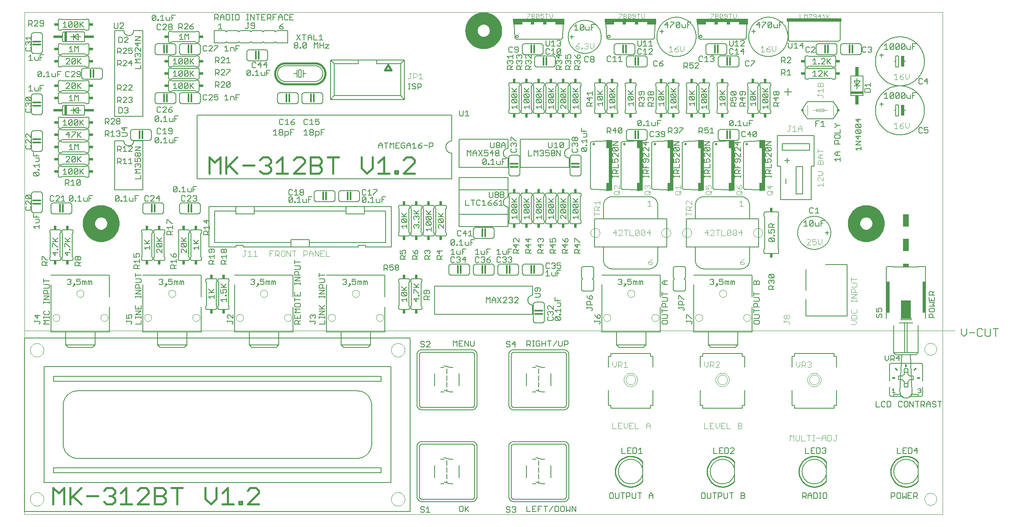
<source format=gto>
G75*
%MOIN*%
%OFA0B0*%
%FSLAX24Y24*%
%IPPOS*%
%LPD*%
%AMOC8*
5,1,8,0,0,1.08239X$1,22.5*
%
%ADD10C,0.0000*%
%ADD11C,0.0060*%
%ADD12C,0.0150*%
%ADD13C,0.0080*%
%ADD14C,0.0040*%
%ADD15C,0.1000*%
%ADD16C,0.0120*%
%ADD17C,0.0050*%
%ADD18R,0.0250X0.0900*%
%ADD19R,0.1000X0.0200*%
%ADD20R,0.0300X0.0750*%
%ADD21R,0.0200X0.0800*%
%ADD22R,0.0750X0.0200*%
%ADD23C,0.0200*%
%ADD24R,0.0276X0.4173*%
%ADD25R,0.0236X0.0669*%
%ADD26R,0.0240X0.0340*%
%ADD27R,0.0340X0.0240*%
%ADD28R,0.0500X0.0300*%
%ADD29R,0.0500X0.1000*%
%ADD30R,0.0250X0.2550*%
%ADD31R,0.0800X0.1500*%
%ADD32R,0.4200X0.0300*%
%ADD33R,0.0300X0.0200*%
%ADD34C,0.0160*%
%ADD35C,0.0020*%
%ADD36C,0.0100*%
%ADD37R,0.0140X0.0240*%
%ADD38R,0.4500X0.0250*%
D10*
X000500Y000250D02*
X000500Y015250D01*
X076500Y015250D01*
X074008Y013750D02*
X074010Y013794D01*
X074016Y013838D01*
X074026Y013881D01*
X074039Y013923D01*
X074057Y013963D01*
X074078Y014002D01*
X074102Y014039D01*
X074129Y014074D01*
X074160Y014106D01*
X074193Y014135D01*
X074229Y014161D01*
X074267Y014183D01*
X074307Y014202D01*
X074348Y014218D01*
X074391Y014230D01*
X074434Y014238D01*
X074478Y014242D01*
X074522Y014242D01*
X074566Y014238D01*
X074609Y014230D01*
X074652Y014218D01*
X074693Y014202D01*
X074733Y014183D01*
X074771Y014161D01*
X074807Y014135D01*
X074840Y014106D01*
X074871Y014074D01*
X074898Y014039D01*
X074922Y014002D01*
X074943Y013963D01*
X074961Y013923D01*
X074974Y013881D01*
X074984Y013838D01*
X074990Y013794D01*
X074992Y013750D01*
X074990Y013706D01*
X074984Y013662D01*
X074974Y013619D01*
X074961Y013577D01*
X074943Y013537D01*
X074922Y013498D01*
X074898Y013461D01*
X074871Y013426D01*
X074840Y013394D01*
X074807Y013365D01*
X074771Y013339D01*
X074733Y013317D01*
X074693Y013298D01*
X074652Y013282D01*
X074609Y013270D01*
X074566Y013262D01*
X074522Y013258D01*
X074478Y013258D01*
X074434Y013262D01*
X074391Y013270D01*
X074348Y013282D01*
X074307Y013298D01*
X074267Y013317D01*
X074229Y013339D01*
X074193Y013365D01*
X074160Y013394D01*
X074129Y013426D01*
X074102Y013461D01*
X074078Y013498D01*
X074057Y013537D01*
X074039Y013577D01*
X074026Y013619D01*
X074016Y013662D01*
X074010Y013706D01*
X074008Y013750D01*
X059213Y016313D02*
X059215Y016347D01*
X059221Y016381D01*
X059231Y016414D01*
X059244Y016445D01*
X059262Y016475D01*
X059282Y016503D01*
X059306Y016528D01*
X059332Y016550D01*
X059360Y016568D01*
X059391Y016584D01*
X059423Y016596D01*
X059457Y016604D01*
X059491Y016608D01*
X059525Y016608D01*
X059559Y016604D01*
X059593Y016596D01*
X059625Y016584D01*
X059655Y016568D01*
X059684Y016550D01*
X059710Y016528D01*
X059734Y016503D01*
X059754Y016475D01*
X059772Y016445D01*
X059785Y016414D01*
X059795Y016381D01*
X059801Y016347D01*
X059803Y016313D01*
X059801Y016279D01*
X059795Y016245D01*
X059785Y016212D01*
X059772Y016181D01*
X059754Y016151D01*
X059734Y016123D01*
X059710Y016098D01*
X059684Y016076D01*
X059656Y016058D01*
X059625Y016042D01*
X059593Y016030D01*
X059559Y016022D01*
X059525Y016018D01*
X059491Y016018D01*
X059457Y016022D01*
X059423Y016030D01*
X059391Y016042D01*
X059360Y016058D01*
X059332Y016076D01*
X059306Y016098D01*
X059282Y016123D01*
X059262Y016151D01*
X059244Y016181D01*
X059231Y016212D01*
X059221Y016245D01*
X059215Y016279D01*
X059213Y016313D01*
X055276Y016313D02*
X055278Y016347D01*
X055284Y016381D01*
X055294Y016414D01*
X055307Y016445D01*
X055325Y016475D01*
X055345Y016503D01*
X055369Y016528D01*
X055395Y016550D01*
X055423Y016568D01*
X055454Y016584D01*
X055486Y016596D01*
X055520Y016604D01*
X055554Y016608D01*
X055588Y016608D01*
X055622Y016604D01*
X055656Y016596D01*
X055688Y016584D01*
X055718Y016568D01*
X055747Y016550D01*
X055773Y016528D01*
X055797Y016503D01*
X055817Y016475D01*
X055835Y016445D01*
X055848Y016414D01*
X055858Y016381D01*
X055864Y016347D01*
X055866Y016313D01*
X055864Y016279D01*
X055858Y016245D01*
X055848Y016212D01*
X055835Y016181D01*
X055817Y016151D01*
X055797Y016123D01*
X055773Y016098D01*
X055747Y016076D01*
X055719Y016058D01*
X055688Y016042D01*
X055656Y016030D01*
X055622Y016022D01*
X055588Y016018D01*
X055554Y016018D01*
X055520Y016022D01*
X055486Y016030D01*
X055454Y016042D01*
X055423Y016058D01*
X055395Y016076D01*
X055369Y016098D01*
X055345Y016123D01*
X055325Y016151D01*
X055307Y016181D01*
X055294Y016212D01*
X055284Y016245D01*
X055278Y016279D01*
X055276Y016313D01*
X051713Y016313D02*
X051715Y016347D01*
X051721Y016381D01*
X051731Y016414D01*
X051744Y016445D01*
X051762Y016475D01*
X051782Y016503D01*
X051806Y016528D01*
X051832Y016550D01*
X051860Y016568D01*
X051891Y016584D01*
X051923Y016596D01*
X051957Y016604D01*
X051991Y016608D01*
X052025Y016608D01*
X052059Y016604D01*
X052093Y016596D01*
X052125Y016584D01*
X052155Y016568D01*
X052184Y016550D01*
X052210Y016528D01*
X052234Y016503D01*
X052254Y016475D01*
X052272Y016445D01*
X052285Y016414D01*
X052295Y016381D01*
X052301Y016347D01*
X052303Y016313D01*
X052301Y016279D01*
X052295Y016245D01*
X052285Y016212D01*
X052272Y016181D01*
X052254Y016151D01*
X052234Y016123D01*
X052210Y016098D01*
X052184Y016076D01*
X052156Y016058D01*
X052125Y016042D01*
X052093Y016030D01*
X052059Y016022D01*
X052025Y016018D01*
X051991Y016018D01*
X051957Y016022D01*
X051923Y016030D01*
X051891Y016042D01*
X051860Y016058D01*
X051832Y016076D01*
X051806Y016098D01*
X051782Y016123D01*
X051762Y016151D01*
X051744Y016181D01*
X051731Y016212D01*
X051721Y016245D01*
X051715Y016279D01*
X051713Y016313D01*
X049744Y018281D02*
X049746Y018315D01*
X049752Y018349D01*
X049762Y018382D01*
X049775Y018413D01*
X049793Y018443D01*
X049813Y018471D01*
X049837Y018496D01*
X049863Y018518D01*
X049891Y018536D01*
X049922Y018552D01*
X049954Y018564D01*
X049988Y018572D01*
X050022Y018576D01*
X050056Y018576D01*
X050090Y018572D01*
X050124Y018564D01*
X050156Y018552D01*
X050186Y018536D01*
X050215Y018518D01*
X050241Y018496D01*
X050265Y018471D01*
X050285Y018443D01*
X050303Y018413D01*
X050316Y018382D01*
X050326Y018349D01*
X050332Y018315D01*
X050334Y018281D01*
X050332Y018247D01*
X050326Y018213D01*
X050316Y018180D01*
X050303Y018149D01*
X050285Y018119D01*
X050265Y018091D01*
X050241Y018066D01*
X050215Y018044D01*
X050187Y018026D01*
X050156Y018010D01*
X050124Y017998D01*
X050090Y017990D01*
X050056Y017986D01*
X050022Y017986D01*
X049988Y017990D01*
X049954Y017998D01*
X049922Y018010D01*
X049891Y018026D01*
X049863Y018044D01*
X049837Y018066D01*
X049813Y018091D01*
X049793Y018119D01*
X049775Y018149D01*
X049762Y018180D01*
X049752Y018213D01*
X049746Y018247D01*
X049744Y018281D01*
X047776Y016313D02*
X047778Y016347D01*
X047784Y016381D01*
X047794Y016414D01*
X047807Y016445D01*
X047825Y016475D01*
X047845Y016503D01*
X047869Y016528D01*
X047895Y016550D01*
X047923Y016568D01*
X047954Y016584D01*
X047986Y016596D01*
X048020Y016604D01*
X048054Y016608D01*
X048088Y016608D01*
X048122Y016604D01*
X048156Y016596D01*
X048188Y016584D01*
X048218Y016568D01*
X048247Y016550D01*
X048273Y016528D01*
X048297Y016503D01*
X048317Y016475D01*
X048335Y016445D01*
X048348Y016414D01*
X048358Y016381D01*
X048364Y016347D01*
X048366Y016313D01*
X048364Y016279D01*
X048358Y016245D01*
X048348Y016212D01*
X048335Y016181D01*
X048317Y016151D01*
X048297Y016123D01*
X048273Y016098D01*
X048247Y016076D01*
X048219Y016058D01*
X048188Y016042D01*
X048156Y016030D01*
X048122Y016022D01*
X048088Y016018D01*
X048054Y016018D01*
X048020Y016022D01*
X047986Y016030D01*
X047954Y016042D01*
X047923Y016058D01*
X047895Y016076D01*
X047869Y016098D01*
X047845Y016123D01*
X047825Y016151D01*
X047807Y016181D01*
X047794Y016212D01*
X047784Y016245D01*
X047778Y016279D01*
X047776Y016313D01*
X057244Y018281D02*
X057246Y018315D01*
X057252Y018349D01*
X057262Y018382D01*
X057275Y018413D01*
X057293Y018443D01*
X057313Y018471D01*
X057337Y018496D01*
X057363Y018518D01*
X057391Y018536D01*
X057422Y018552D01*
X057454Y018564D01*
X057488Y018572D01*
X057522Y018576D01*
X057556Y018576D01*
X057590Y018572D01*
X057624Y018564D01*
X057656Y018552D01*
X057686Y018536D01*
X057715Y018518D01*
X057741Y018496D01*
X057765Y018471D01*
X057785Y018443D01*
X057803Y018413D01*
X057816Y018382D01*
X057826Y018349D01*
X057832Y018315D01*
X057834Y018281D01*
X057832Y018247D01*
X057826Y018213D01*
X057816Y018180D01*
X057803Y018149D01*
X057785Y018119D01*
X057765Y018091D01*
X057741Y018066D01*
X057715Y018044D01*
X057687Y018026D01*
X057656Y018010D01*
X057624Y017998D01*
X057590Y017990D01*
X057556Y017986D01*
X057522Y017986D01*
X057488Y017990D01*
X057454Y017998D01*
X057422Y018010D01*
X057391Y018026D01*
X057363Y018044D01*
X057337Y018066D01*
X057313Y018091D01*
X057293Y018119D01*
X057275Y018149D01*
X057262Y018180D01*
X057252Y018213D01*
X057246Y018247D01*
X057244Y018281D01*
X054231Y023250D02*
X054233Y023288D01*
X054239Y023327D01*
X054249Y023364D01*
X054262Y023400D01*
X054280Y023434D01*
X054300Y023467D01*
X054324Y023497D01*
X054351Y023524D01*
X054381Y023549D01*
X054412Y023571D01*
X054446Y023589D01*
X054482Y023603D01*
X054519Y023614D01*
X054557Y023621D01*
X054595Y023624D01*
X054634Y023623D01*
X054672Y023618D01*
X054710Y023609D01*
X054746Y023596D01*
X054781Y023580D01*
X054814Y023560D01*
X054845Y023537D01*
X054873Y023511D01*
X054898Y023482D01*
X054921Y023451D01*
X054940Y023417D01*
X054955Y023382D01*
X054967Y023345D01*
X054975Y023308D01*
X054979Y023269D01*
X054979Y023231D01*
X054975Y023192D01*
X054967Y023155D01*
X054955Y023118D01*
X054940Y023083D01*
X054921Y023049D01*
X054898Y023018D01*
X054873Y022989D01*
X054845Y022963D01*
X054814Y022940D01*
X054781Y022920D01*
X054746Y022904D01*
X054710Y022891D01*
X054672Y022882D01*
X054634Y022877D01*
X054595Y022876D01*
X054557Y022879D01*
X054519Y022886D01*
X054482Y022897D01*
X054446Y022911D01*
X054412Y022929D01*
X054381Y022951D01*
X054351Y022976D01*
X054324Y023003D01*
X054300Y023033D01*
X054280Y023066D01*
X054262Y023100D01*
X054249Y023136D01*
X054239Y023173D01*
X054233Y023212D01*
X054231Y023250D01*
X052521Y023250D02*
X052523Y023288D01*
X052529Y023327D01*
X052539Y023364D01*
X052552Y023400D01*
X052570Y023434D01*
X052590Y023467D01*
X052614Y023497D01*
X052641Y023524D01*
X052671Y023549D01*
X052702Y023571D01*
X052736Y023589D01*
X052772Y023603D01*
X052809Y023614D01*
X052847Y023621D01*
X052885Y023624D01*
X052924Y023623D01*
X052962Y023618D01*
X053000Y023609D01*
X053036Y023596D01*
X053071Y023580D01*
X053104Y023560D01*
X053135Y023537D01*
X053163Y023511D01*
X053188Y023482D01*
X053211Y023451D01*
X053230Y023417D01*
X053245Y023382D01*
X053257Y023345D01*
X053265Y023308D01*
X053269Y023269D01*
X053269Y023231D01*
X053265Y023192D01*
X053257Y023155D01*
X053245Y023118D01*
X053230Y023083D01*
X053211Y023049D01*
X053188Y023018D01*
X053163Y022989D01*
X053135Y022963D01*
X053104Y022940D01*
X053071Y022920D01*
X053036Y022904D01*
X053000Y022891D01*
X052962Y022882D01*
X052924Y022877D01*
X052885Y022876D01*
X052847Y022879D01*
X052809Y022886D01*
X052772Y022897D01*
X052736Y022911D01*
X052702Y022929D01*
X052671Y022951D01*
X052641Y022976D01*
X052614Y023003D01*
X052590Y023033D01*
X052570Y023066D01*
X052552Y023100D01*
X052539Y023136D01*
X052529Y023173D01*
X052523Y023212D01*
X052521Y023250D01*
X046731Y023250D02*
X046733Y023288D01*
X046739Y023327D01*
X046749Y023364D01*
X046762Y023400D01*
X046780Y023434D01*
X046800Y023467D01*
X046824Y023497D01*
X046851Y023524D01*
X046881Y023549D01*
X046912Y023571D01*
X046946Y023589D01*
X046982Y023603D01*
X047019Y023614D01*
X047057Y023621D01*
X047095Y023624D01*
X047134Y023623D01*
X047172Y023618D01*
X047210Y023609D01*
X047246Y023596D01*
X047281Y023580D01*
X047314Y023560D01*
X047345Y023537D01*
X047373Y023511D01*
X047398Y023482D01*
X047421Y023451D01*
X047440Y023417D01*
X047455Y023382D01*
X047467Y023345D01*
X047475Y023308D01*
X047479Y023269D01*
X047479Y023231D01*
X047475Y023192D01*
X047467Y023155D01*
X047455Y023118D01*
X047440Y023083D01*
X047421Y023049D01*
X047398Y023018D01*
X047373Y022989D01*
X047345Y022963D01*
X047314Y022940D01*
X047281Y022920D01*
X047246Y022904D01*
X047210Y022891D01*
X047172Y022882D01*
X047134Y022877D01*
X047095Y022876D01*
X047057Y022879D01*
X047019Y022886D01*
X046982Y022897D01*
X046946Y022911D01*
X046912Y022929D01*
X046881Y022951D01*
X046851Y022976D01*
X046824Y023003D01*
X046800Y023033D01*
X046780Y023066D01*
X046762Y023100D01*
X046749Y023136D01*
X046739Y023173D01*
X046733Y023212D01*
X046731Y023250D01*
X060021Y023250D02*
X060023Y023288D01*
X060029Y023327D01*
X060039Y023364D01*
X060052Y023400D01*
X060070Y023434D01*
X060090Y023467D01*
X060114Y023497D01*
X060141Y023524D01*
X060171Y023549D01*
X060202Y023571D01*
X060236Y023589D01*
X060272Y023603D01*
X060309Y023614D01*
X060347Y023621D01*
X060385Y023624D01*
X060424Y023623D01*
X060462Y023618D01*
X060500Y023609D01*
X060536Y023596D01*
X060571Y023580D01*
X060604Y023560D01*
X060635Y023537D01*
X060663Y023511D01*
X060688Y023482D01*
X060711Y023451D01*
X060730Y023417D01*
X060745Y023382D01*
X060757Y023345D01*
X060765Y023308D01*
X060769Y023269D01*
X060769Y023231D01*
X060765Y023192D01*
X060757Y023155D01*
X060745Y023118D01*
X060730Y023083D01*
X060711Y023049D01*
X060688Y023018D01*
X060663Y022989D01*
X060635Y022963D01*
X060604Y022940D01*
X060571Y022920D01*
X060536Y022904D01*
X060500Y022891D01*
X060462Y022882D01*
X060424Y022877D01*
X060385Y022876D01*
X060347Y022879D01*
X060309Y022886D01*
X060272Y022897D01*
X060236Y022911D01*
X060202Y022929D01*
X060171Y022951D01*
X060141Y022976D01*
X060114Y023003D01*
X060090Y023033D01*
X060070Y023066D01*
X060052Y023100D01*
X060039Y023136D01*
X060029Y023173D01*
X060023Y023212D01*
X060021Y023250D01*
X068620Y024000D02*
X068622Y024050D01*
X068628Y024100D01*
X068638Y024149D01*
X068652Y024197D01*
X068669Y024244D01*
X068690Y024289D01*
X068715Y024333D01*
X068743Y024374D01*
X068775Y024413D01*
X068809Y024450D01*
X068846Y024484D01*
X068886Y024514D01*
X068928Y024541D01*
X068972Y024565D01*
X069018Y024586D01*
X069065Y024602D01*
X069113Y024615D01*
X069163Y024624D01*
X069212Y024629D01*
X069263Y024630D01*
X069313Y024627D01*
X069362Y024620D01*
X069411Y024609D01*
X069459Y024594D01*
X069505Y024576D01*
X069550Y024554D01*
X069593Y024528D01*
X069634Y024499D01*
X069673Y024467D01*
X069709Y024432D01*
X069741Y024394D01*
X069771Y024354D01*
X069798Y024311D01*
X069821Y024267D01*
X069840Y024221D01*
X069856Y024173D01*
X069868Y024124D01*
X069876Y024075D01*
X069880Y024025D01*
X069880Y023975D01*
X069876Y023925D01*
X069868Y023876D01*
X069856Y023827D01*
X069840Y023779D01*
X069821Y023733D01*
X069798Y023689D01*
X069771Y023646D01*
X069741Y023606D01*
X069709Y023568D01*
X069673Y023533D01*
X069634Y023501D01*
X069593Y023472D01*
X069550Y023446D01*
X069505Y023424D01*
X069459Y023406D01*
X069411Y023391D01*
X069362Y023380D01*
X069313Y023373D01*
X069263Y023370D01*
X069212Y023371D01*
X069163Y023376D01*
X069113Y023385D01*
X069065Y023398D01*
X069018Y023414D01*
X068972Y023435D01*
X068928Y023459D01*
X068886Y023486D01*
X068846Y023516D01*
X068809Y023550D01*
X068775Y023587D01*
X068743Y023626D01*
X068715Y023667D01*
X068690Y023711D01*
X068669Y023756D01*
X068652Y023803D01*
X068638Y023851D01*
X068628Y023900D01*
X068622Y023950D01*
X068620Y024000D01*
X037370Y039750D02*
X037372Y039800D01*
X037378Y039850D01*
X037388Y039899D01*
X037402Y039947D01*
X037419Y039994D01*
X037440Y040039D01*
X037465Y040083D01*
X037493Y040124D01*
X037525Y040163D01*
X037559Y040200D01*
X037596Y040234D01*
X037636Y040264D01*
X037678Y040291D01*
X037722Y040315D01*
X037768Y040336D01*
X037815Y040352D01*
X037863Y040365D01*
X037913Y040374D01*
X037962Y040379D01*
X038013Y040380D01*
X038063Y040377D01*
X038112Y040370D01*
X038161Y040359D01*
X038209Y040344D01*
X038255Y040326D01*
X038300Y040304D01*
X038343Y040278D01*
X038384Y040249D01*
X038423Y040217D01*
X038459Y040182D01*
X038491Y040144D01*
X038521Y040104D01*
X038548Y040061D01*
X038571Y040017D01*
X038590Y039971D01*
X038606Y039923D01*
X038618Y039874D01*
X038626Y039825D01*
X038630Y039775D01*
X038630Y039725D01*
X038626Y039675D01*
X038618Y039626D01*
X038606Y039577D01*
X038590Y039529D01*
X038571Y039483D01*
X038548Y039439D01*
X038521Y039396D01*
X038491Y039356D01*
X038459Y039318D01*
X038423Y039283D01*
X038384Y039251D01*
X038343Y039222D01*
X038300Y039196D01*
X038255Y039174D01*
X038209Y039156D01*
X038161Y039141D01*
X038112Y039130D01*
X038063Y039123D01*
X038013Y039120D01*
X037962Y039121D01*
X037913Y039126D01*
X037863Y039135D01*
X037815Y039148D01*
X037768Y039164D01*
X037722Y039185D01*
X037678Y039209D01*
X037636Y039236D01*
X037596Y039266D01*
X037559Y039300D01*
X037525Y039337D01*
X037493Y039376D01*
X037465Y039417D01*
X037440Y039461D01*
X037419Y039506D01*
X037402Y039553D01*
X037388Y039601D01*
X037378Y039650D01*
X037372Y039700D01*
X037370Y039750D01*
X006120Y024000D02*
X006122Y024050D01*
X006128Y024100D01*
X006138Y024149D01*
X006152Y024197D01*
X006169Y024244D01*
X006190Y024289D01*
X006215Y024333D01*
X006243Y024374D01*
X006275Y024413D01*
X006309Y024450D01*
X006346Y024484D01*
X006386Y024514D01*
X006428Y024541D01*
X006472Y024565D01*
X006518Y024586D01*
X006565Y024602D01*
X006613Y024615D01*
X006663Y024624D01*
X006712Y024629D01*
X006763Y024630D01*
X006813Y024627D01*
X006862Y024620D01*
X006911Y024609D01*
X006959Y024594D01*
X007005Y024576D01*
X007050Y024554D01*
X007093Y024528D01*
X007134Y024499D01*
X007173Y024467D01*
X007209Y024432D01*
X007241Y024394D01*
X007271Y024354D01*
X007298Y024311D01*
X007321Y024267D01*
X007340Y024221D01*
X007356Y024173D01*
X007368Y024124D01*
X007376Y024075D01*
X007380Y024025D01*
X007380Y023975D01*
X007376Y023925D01*
X007368Y023876D01*
X007356Y023827D01*
X007340Y023779D01*
X007321Y023733D01*
X007298Y023689D01*
X007271Y023646D01*
X007241Y023606D01*
X007209Y023568D01*
X007173Y023533D01*
X007134Y023501D01*
X007093Y023472D01*
X007050Y023446D01*
X007005Y023424D01*
X006959Y023406D01*
X006911Y023391D01*
X006862Y023380D01*
X006813Y023373D01*
X006763Y023370D01*
X006712Y023371D01*
X006663Y023376D01*
X006613Y023385D01*
X006565Y023398D01*
X006518Y023414D01*
X006472Y023435D01*
X006428Y023459D01*
X006386Y023486D01*
X006346Y023516D01*
X006309Y023550D01*
X006275Y023587D01*
X006243Y023626D01*
X006215Y023667D01*
X006190Y023711D01*
X006169Y023756D01*
X006152Y023803D01*
X006138Y023851D01*
X006128Y023900D01*
X006122Y023950D01*
X006120Y024000D01*
X004744Y018281D02*
X004746Y018315D01*
X004752Y018349D01*
X004762Y018382D01*
X004775Y018413D01*
X004793Y018443D01*
X004813Y018471D01*
X004837Y018496D01*
X004863Y018518D01*
X004891Y018536D01*
X004922Y018552D01*
X004954Y018564D01*
X004988Y018572D01*
X005022Y018576D01*
X005056Y018576D01*
X005090Y018572D01*
X005124Y018564D01*
X005156Y018552D01*
X005186Y018536D01*
X005215Y018518D01*
X005241Y018496D01*
X005265Y018471D01*
X005285Y018443D01*
X005303Y018413D01*
X005316Y018382D01*
X005326Y018349D01*
X005332Y018315D01*
X005334Y018281D01*
X005332Y018247D01*
X005326Y018213D01*
X005316Y018180D01*
X005303Y018149D01*
X005285Y018119D01*
X005265Y018091D01*
X005241Y018066D01*
X005215Y018044D01*
X005187Y018026D01*
X005156Y018010D01*
X005124Y017998D01*
X005090Y017990D01*
X005056Y017986D01*
X005022Y017986D01*
X004988Y017990D01*
X004954Y017998D01*
X004922Y018010D01*
X004891Y018026D01*
X004863Y018044D01*
X004837Y018066D01*
X004813Y018091D01*
X004793Y018119D01*
X004775Y018149D01*
X004762Y018180D01*
X004752Y018213D01*
X004746Y018247D01*
X004744Y018281D01*
X002776Y016313D02*
X002778Y016347D01*
X002784Y016381D01*
X002794Y016414D01*
X002807Y016445D01*
X002825Y016475D01*
X002845Y016503D01*
X002869Y016528D01*
X002895Y016550D01*
X002923Y016568D01*
X002954Y016584D01*
X002986Y016596D01*
X003020Y016604D01*
X003054Y016608D01*
X003088Y016608D01*
X003122Y016604D01*
X003156Y016596D01*
X003188Y016584D01*
X003218Y016568D01*
X003247Y016550D01*
X003273Y016528D01*
X003297Y016503D01*
X003317Y016475D01*
X003335Y016445D01*
X003348Y016414D01*
X003358Y016381D01*
X003364Y016347D01*
X003366Y016313D01*
X003364Y016279D01*
X003358Y016245D01*
X003348Y016212D01*
X003335Y016181D01*
X003317Y016151D01*
X003297Y016123D01*
X003273Y016098D01*
X003247Y016076D01*
X003219Y016058D01*
X003188Y016042D01*
X003156Y016030D01*
X003122Y016022D01*
X003088Y016018D01*
X003054Y016018D01*
X003020Y016022D01*
X002986Y016030D01*
X002954Y016042D01*
X002923Y016058D01*
X002895Y016076D01*
X002869Y016098D01*
X002845Y016123D01*
X002825Y016151D01*
X002807Y016181D01*
X002794Y016212D01*
X002784Y016245D01*
X002778Y016279D01*
X002776Y016313D01*
X000500Y015250D02*
X000500Y041250D01*
X075500Y041250D01*
X075492Y000250D01*
X000500Y000250D01*
X000949Y001500D02*
X000951Y001547D01*
X000957Y001593D01*
X000967Y001639D01*
X000980Y001684D01*
X000998Y001727D01*
X001019Y001769D01*
X001043Y001809D01*
X001071Y001846D01*
X001102Y001881D01*
X001136Y001914D01*
X001172Y001943D01*
X001211Y001969D01*
X001252Y001992D01*
X001295Y002011D01*
X001339Y002027D01*
X001384Y002039D01*
X001430Y002047D01*
X001477Y002051D01*
X001523Y002051D01*
X001570Y002047D01*
X001616Y002039D01*
X001661Y002027D01*
X001705Y002011D01*
X001748Y001992D01*
X001789Y001969D01*
X001828Y001943D01*
X001864Y001914D01*
X001898Y001881D01*
X001929Y001846D01*
X001957Y001809D01*
X001981Y001769D01*
X002002Y001727D01*
X002020Y001684D01*
X002033Y001639D01*
X002043Y001593D01*
X002049Y001547D01*
X002051Y001500D01*
X002049Y001453D01*
X002043Y001407D01*
X002033Y001361D01*
X002020Y001316D01*
X002002Y001273D01*
X001981Y001231D01*
X001957Y001191D01*
X001929Y001154D01*
X001898Y001119D01*
X001864Y001086D01*
X001828Y001057D01*
X001789Y001031D01*
X001748Y001008D01*
X001705Y000989D01*
X001661Y000973D01*
X001616Y000961D01*
X001570Y000953D01*
X001523Y000949D01*
X001477Y000949D01*
X001430Y000953D01*
X001384Y000961D01*
X001339Y000973D01*
X001295Y000989D01*
X001252Y001008D01*
X001211Y001031D01*
X001172Y001057D01*
X001136Y001086D01*
X001102Y001119D01*
X001071Y001154D01*
X001043Y001191D01*
X001019Y001231D01*
X000998Y001273D01*
X000980Y001316D01*
X000967Y001361D01*
X000957Y001407D01*
X000951Y001453D01*
X000949Y001500D01*
X000949Y013673D02*
X000951Y013720D01*
X000957Y013766D01*
X000967Y013812D01*
X000980Y013857D01*
X000998Y013900D01*
X001019Y013942D01*
X001043Y013982D01*
X001071Y014019D01*
X001102Y014054D01*
X001136Y014087D01*
X001172Y014116D01*
X001211Y014142D01*
X001252Y014165D01*
X001295Y014184D01*
X001339Y014200D01*
X001384Y014212D01*
X001430Y014220D01*
X001477Y014224D01*
X001523Y014224D01*
X001570Y014220D01*
X001616Y014212D01*
X001661Y014200D01*
X001705Y014184D01*
X001748Y014165D01*
X001789Y014142D01*
X001828Y014116D01*
X001864Y014087D01*
X001898Y014054D01*
X001929Y014019D01*
X001957Y013982D01*
X001981Y013942D01*
X002002Y013900D01*
X002020Y013857D01*
X002033Y013812D01*
X002043Y013766D01*
X002049Y013720D01*
X002051Y013673D01*
X002049Y013626D01*
X002043Y013580D01*
X002033Y013534D01*
X002020Y013489D01*
X002002Y013446D01*
X001981Y013404D01*
X001957Y013364D01*
X001929Y013327D01*
X001898Y013292D01*
X001864Y013259D01*
X001828Y013230D01*
X001789Y013204D01*
X001748Y013181D01*
X001705Y013162D01*
X001661Y013146D01*
X001616Y013134D01*
X001570Y013126D01*
X001523Y013122D01*
X001477Y013122D01*
X001430Y013126D01*
X001384Y013134D01*
X001339Y013146D01*
X001295Y013162D01*
X001252Y013181D01*
X001211Y013204D01*
X001172Y013230D01*
X001136Y013259D01*
X001102Y013292D01*
X001071Y013327D01*
X001043Y013364D01*
X001019Y013404D01*
X000998Y013446D01*
X000980Y013489D01*
X000967Y013534D01*
X000957Y013580D01*
X000951Y013626D01*
X000949Y013673D01*
X006713Y016313D02*
X006715Y016347D01*
X006721Y016381D01*
X006731Y016414D01*
X006744Y016445D01*
X006762Y016475D01*
X006782Y016503D01*
X006806Y016528D01*
X006832Y016550D01*
X006860Y016568D01*
X006891Y016584D01*
X006923Y016596D01*
X006957Y016604D01*
X006991Y016608D01*
X007025Y016608D01*
X007059Y016604D01*
X007093Y016596D01*
X007125Y016584D01*
X007155Y016568D01*
X007184Y016550D01*
X007210Y016528D01*
X007234Y016503D01*
X007254Y016475D01*
X007272Y016445D01*
X007285Y016414D01*
X007295Y016381D01*
X007301Y016347D01*
X007303Y016313D01*
X007301Y016279D01*
X007295Y016245D01*
X007285Y016212D01*
X007272Y016181D01*
X007254Y016151D01*
X007234Y016123D01*
X007210Y016098D01*
X007184Y016076D01*
X007156Y016058D01*
X007125Y016042D01*
X007093Y016030D01*
X007059Y016022D01*
X007025Y016018D01*
X006991Y016018D01*
X006957Y016022D01*
X006923Y016030D01*
X006891Y016042D01*
X006860Y016058D01*
X006832Y016076D01*
X006806Y016098D01*
X006782Y016123D01*
X006762Y016151D01*
X006744Y016181D01*
X006731Y016212D01*
X006721Y016245D01*
X006715Y016279D01*
X006713Y016313D01*
X010276Y016313D02*
X010278Y016347D01*
X010284Y016381D01*
X010294Y016414D01*
X010307Y016445D01*
X010325Y016475D01*
X010345Y016503D01*
X010369Y016528D01*
X010395Y016550D01*
X010423Y016568D01*
X010454Y016584D01*
X010486Y016596D01*
X010520Y016604D01*
X010554Y016608D01*
X010588Y016608D01*
X010622Y016604D01*
X010656Y016596D01*
X010688Y016584D01*
X010718Y016568D01*
X010747Y016550D01*
X010773Y016528D01*
X010797Y016503D01*
X010817Y016475D01*
X010835Y016445D01*
X010848Y016414D01*
X010858Y016381D01*
X010864Y016347D01*
X010866Y016313D01*
X010864Y016279D01*
X010858Y016245D01*
X010848Y016212D01*
X010835Y016181D01*
X010817Y016151D01*
X010797Y016123D01*
X010773Y016098D01*
X010747Y016076D01*
X010719Y016058D01*
X010688Y016042D01*
X010656Y016030D01*
X010622Y016022D01*
X010588Y016018D01*
X010554Y016018D01*
X010520Y016022D01*
X010486Y016030D01*
X010454Y016042D01*
X010423Y016058D01*
X010395Y016076D01*
X010369Y016098D01*
X010345Y016123D01*
X010325Y016151D01*
X010307Y016181D01*
X010294Y016212D01*
X010284Y016245D01*
X010278Y016279D01*
X010276Y016313D01*
X012244Y018281D02*
X012246Y018315D01*
X012252Y018349D01*
X012262Y018382D01*
X012275Y018413D01*
X012293Y018443D01*
X012313Y018471D01*
X012337Y018496D01*
X012363Y018518D01*
X012391Y018536D01*
X012422Y018552D01*
X012454Y018564D01*
X012488Y018572D01*
X012522Y018576D01*
X012556Y018576D01*
X012590Y018572D01*
X012624Y018564D01*
X012656Y018552D01*
X012686Y018536D01*
X012715Y018518D01*
X012741Y018496D01*
X012765Y018471D01*
X012785Y018443D01*
X012803Y018413D01*
X012816Y018382D01*
X012826Y018349D01*
X012832Y018315D01*
X012834Y018281D01*
X012832Y018247D01*
X012826Y018213D01*
X012816Y018180D01*
X012803Y018149D01*
X012785Y018119D01*
X012765Y018091D01*
X012741Y018066D01*
X012715Y018044D01*
X012687Y018026D01*
X012656Y018010D01*
X012624Y017998D01*
X012590Y017990D01*
X012556Y017986D01*
X012522Y017986D01*
X012488Y017990D01*
X012454Y017998D01*
X012422Y018010D01*
X012391Y018026D01*
X012363Y018044D01*
X012337Y018066D01*
X012313Y018091D01*
X012293Y018119D01*
X012275Y018149D01*
X012262Y018180D01*
X012252Y018213D01*
X012246Y018247D01*
X012244Y018281D01*
X014213Y016313D02*
X014215Y016347D01*
X014221Y016381D01*
X014231Y016414D01*
X014244Y016445D01*
X014262Y016475D01*
X014282Y016503D01*
X014306Y016528D01*
X014332Y016550D01*
X014360Y016568D01*
X014391Y016584D01*
X014423Y016596D01*
X014457Y016604D01*
X014491Y016608D01*
X014525Y016608D01*
X014559Y016604D01*
X014593Y016596D01*
X014625Y016584D01*
X014655Y016568D01*
X014684Y016550D01*
X014710Y016528D01*
X014734Y016503D01*
X014754Y016475D01*
X014772Y016445D01*
X014785Y016414D01*
X014795Y016381D01*
X014801Y016347D01*
X014803Y016313D01*
X014801Y016279D01*
X014795Y016245D01*
X014785Y016212D01*
X014772Y016181D01*
X014754Y016151D01*
X014734Y016123D01*
X014710Y016098D01*
X014684Y016076D01*
X014656Y016058D01*
X014625Y016042D01*
X014593Y016030D01*
X014559Y016022D01*
X014525Y016018D01*
X014491Y016018D01*
X014457Y016022D01*
X014423Y016030D01*
X014391Y016042D01*
X014360Y016058D01*
X014332Y016076D01*
X014306Y016098D01*
X014282Y016123D01*
X014262Y016151D01*
X014244Y016181D01*
X014231Y016212D01*
X014221Y016245D01*
X014215Y016279D01*
X014213Y016313D01*
X017776Y016313D02*
X017778Y016347D01*
X017784Y016381D01*
X017794Y016414D01*
X017807Y016445D01*
X017825Y016475D01*
X017845Y016503D01*
X017869Y016528D01*
X017895Y016550D01*
X017923Y016568D01*
X017954Y016584D01*
X017986Y016596D01*
X018020Y016604D01*
X018054Y016608D01*
X018088Y016608D01*
X018122Y016604D01*
X018156Y016596D01*
X018188Y016584D01*
X018218Y016568D01*
X018247Y016550D01*
X018273Y016528D01*
X018297Y016503D01*
X018317Y016475D01*
X018335Y016445D01*
X018348Y016414D01*
X018358Y016381D01*
X018364Y016347D01*
X018366Y016313D01*
X018364Y016279D01*
X018358Y016245D01*
X018348Y016212D01*
X018335Y016181D01*
X018317Y016151D01*
X018297Y016123D01*
X018273Y016098D01*
X018247Y016076D01*
X018219Y016058D01*
X018188Y016042D01*
X018156Y016030D01*
X018122Y016022D01*
X018088Y016018D01*
X018054Y016018D01*
X018020Y016022D01*
X017986Y016030D01*
X017954Y016042D01*
X017923Y016058D01*
X017895Y016076D01*
X017869Y016098D01*
X017845Y016123D01*
X017825Y016151D01*
X017807Y016181D01*
X017794Y016212D01*
X017784Y016245D01*
X017778Y016279D01*
X017776Y016313D01*
X019744Y018281D02*
X019746Y018315D01*
X019752Y018349D01*
X019762Y018382D01*
X019775Y018413D01*
X019793Y018443D01*
X019813Y018471D01*
X019837Y018496D01*
X019863Y018518D01*
X019891Y018536D01*
X019922Y018552D01*
X019954Y018564D01*
X019988Y018572D01*
X020022Y018576D01*
X020056Y018576D01*
X020090Y018572D01*
X020124Y018564D01*
X020156Y018552D01*
X020186Y018536D01*
X020215Y018518D01*
X020241Y018496D01*
X020265Y018471D01*
X020285Y018443D01*
X020303Y018413D01*
X020316Y018382D01*
X020326Y018349D01*
X020332Y018315D01*
X020334Y018281D01*
X020332Y018247D01*
X020326Y018213D01*
X020316Y018180D01*
X020303Y018149D01*
X020285Y018119D01*
X020265Y018091D01*
X020241Y018066D01*
X020215Y018044D01*
X020187Y018026D01*
X020156Y018010D01*
X020124Y017998D01*
X020090Y017990D01*
X020056Y017986D01*
X020022Y017986D01*
X019988Y017990D01*
X019954Y017998D01*
X019922Y018010D01*
X019891Y018026D01*
X019863Y018044D01*
X019837Y018066D01*
X019813Y018091D01*
X019793Y018119D01*
X019775Y018149D01*
X019762Y018180D01*
X019752Y018213D01*
X019746Y018247D01*
X019744Y018281D01*
X021713Y016313D02*
X021715Y016347D01*
X021721Y016381D01*
X021731Y016414D01*
X021744Y016445D01*
X021762Y016475D01*
X021782Y016503D01*
X021806Y016528D01*
X021832Y016550D01*
X021860Y016568D01*
X021891Y016584D01*
X021923Y016596D01*
X021957Y016604D01*
X021991Y016608D01*
X022025Y016608D01*
X022059Y016604D01*
X022093Y016596D01*
X022125Y016584D01*
X022155Y016568D01*
X022184Y016550D01*
X022210Y016528D01*
X022234Y016503D01*
X022254Y016475D01*
X022272Y016445D01*
X022285Y016414D01*
X022295Y016381D01*
X022301Y016347D01*
X022303Y016313D01*
X022301Y016279D01*
X022295Y016245D01*
X022285Y016212D01*
X022272Y016181D01*
X022254Y016151D01*
X022234Y016123D01*
X022210Y016098D01*
X022184Y016076D01*
X022156Y016058D01*
X022125Y016042D01*
X022093Y016030D01*
X022059Y016022D01*
X022025Y016018D01*
X021991Y016018D01*
X021957Y016022D01*
X021923Y016030D01*
X021891Y016042D01*
X021860Y016058D01*
X021832Y016076D01*
X021806Y016098D01*
X021782Y016123D01*
X021762Y016151D01*
X021744Y016181D01*
X021731Y016212D01*
X021721Y016245D01*
X021715Y016279D01*
X021713Y016313D01*
X025276Y016313D02*
X025278Y016347D01*
X025284Y016381D01*
X025294Y016414D01*
X025307Y016445D01*
X025325Y016475D01*
X025345Y016503D01*
X025369Y016528D01*
X025395Y016550D01*
X025423Y016568D01*
X025454Y016584D01*
X025486Y016596D01*
X025520Y016604D01*
X025554Y016608D01*
X025588Y016608D01*
X025622Y016604D01*
X025656Y016596D01*
X025688Y016584D01*
X025718Y016568D01*
X025747Y016550D01*
X025773Y016528D01*
X025797Y016503D01*
X025817Y016475D01*
X025835Y016445D01*
X025848Y016414D01*
X025858Y016381D01*
X025864Y016347D01*
X025866Y016313D01*
X025864Y016279D01*
X025858Y016245D01*
X025848Y016212D01*
X025835Y016181D01*
X025817Y016151D01*
X025797Y016123D01*
X025773Y016098D01*
X025747Y016076D01*
X025719Y016058D01*
X025688Y016042D01*
X025656Y016030D01*
X025622Y016022D01*
X025588Y016018D01*
X025554Y016018D01*
X025520Y016022D01*
X025486Y016030D01*
X025454Y016042D01*
X025423Y016058D01*
X025395Y016076D01*
X025369Y016098D01*
X025345Y016123D01*
X025325Y016151D01*
X025307Y016181D01*
X025294Y016212D01*
X025284Y016245D01*
X025278Y016279D01*
X025276Y016313D01*
X027244Y018281D02*
X027246Y018315D01*
X027252Y018349D01*
X027262Y018382D01*
X027275Y018413D01*
X027293Y018443D01*
X027313Y018471D01*
X027337Y018496D01*
X027363Y018518D01*
X027391Y018536D01*
X027422Y018552D01*
X027454Y018564D01*
X027488Y018572D01*
X027522Y018576D01*
X027556Y018576D01*
X027590Y018572D01*
X027624Y018564D01*
X027656Y018552D01*
X027686Y018536D01*
X027715Y018518D01*
X027741Y018496D01*
X027765Y018471D01*
X027785Y018443D01*
X027803Y018413D01*
X027816Y018382D01*
X027826Y018349D01*
X027832Y018315D01*
X027834Y018281D01*
X027832Y018247D01*
X027826Y018213D01*
X027816Y018180D01*
X027803Y018149D01*
X027785Y018119D01*
X027765Y018091D01*
X027741Y018066D01*
X027715Y018044D01*
X027687Y018026D01*
X027656Y018010D01*
X027624Y017998D01*
X027590Y017990D01*
X027556Y017986D01*
X027522Y017986D01*
X027488Y017990D01*
X027454Y017998D01*
X027422Y018010D01*
X027391Y018026D01*
X027363Y018044D01*
X027337Y018066D01*
X027313Y018091D01*
X027293Y018119D01*
X027275Y018149D01*
X027262Y018180D01*
X027252Y018213D01*
X027246Y018247D01*
X027244Y018281D01*
X029213Y016313D02*
X029215Y016347D01*
X029221Y016381D01*
X029231Y016414D01*
X029244Y016445D01*
X029262Y016475D01*
X029282Y016503D01*
X029306Y016528D01*
X029332Y016550D01*
X029360Y016568D01*
X029391Y016584D01*
X029423Y016596D01*
X029457Y016604D01*
X029491Y016608D01*
X029525Y016608D01*
X029559Y016604D01*
X029593Y016596D01*
X029625Y016584D01*
X029655Y016568D01*
X029684Y016550D01*
X029710Y016528D01*
X029734Y016503D01*
X029754Y016475D01*
X029772Y016445D01*
X029785Y016414D01*
X029795Y016381D01*
X029801Y016347D01*
X029803Y016313D01*
X029801Y016279D01*
X029795Y016245D01*
X029785Y016212D01*
X029772Y016181D01*
X029754Y016151D01*
X029734Y016123D01*
X029710Y016098D01*
X029684Y016076D01*
X029656Y016058D01*
X029625Y016042D01*
X029593Y016030D01*
X029559Y016022D01*
X029525Y016018D01*
X029491Y016018D01*
X029457Y016022D01*
X029423Y016030D01*
X029391Y016042D01*
X029360Y016058D01*
X029332Y016076D01*
X029306Y016098D01*
X029282Y016123D01*
X029262Y016151D01*
X029244Y016181D01*
X029231Y016212D01*
X029221Y016245D01*
X029215Y016279D01*
X029213Y016313D01*
X030445Y013673D02*
X030447Y013720D01*
X030453Y013766D01*
X030463Y013812D01*
X030476Y013857D01*
X030494Y013900D01*
X030515Y013942D01*
X030539Y013982D01*
X030567Y014019D01*
X030598Y014054D01*
X030632Y014087D01*
X030668Y014116D01*
X030707Y014142D01*
X030748Y014165D01*
X030791Y014184D01*
X030835Y014200D01*
X030880Y014212D01*
X030926Y014220D01*
X030973Y014224D01*
X031019Y014224D01*
X031066Y014220D01*
X031112Y014212D01*
X031157Y014200D01*
X031201Y014184D01*
X031244Y014165D01*
X031285Y014142D01*
X031324Y014116D01*
X031360Y014087D01*
X031394Y014054D01*
X031425Y014019D01*
X031453Y013982D01*
X031477Y013942D01*
X031498Y013900D01*
X031516Y013857D01*
X031529Y013812D01*
X031539Y013766D01*
X031545Y013720D01*
X031547Y013673D01*
X031545Y013626D01*
X031539Y013580D01*
X031529Y013534D01*
X031516Y013489D01*
X031498Y013446D01*
X031477Y013404D01*
X031453Y013364D01*
X031425Y013327D01*
X031394Y013292D01*
X031360Y013259D01*
X031324Y013230D01*
X031285Y013204D01*
X031244Y013181D01*
X031201Y013162D01*
X031157Y013146D01*
X031112Y013134D01*
X031066Y013126D01*
X031019Y013122D01*
X030973Y013122D01*
X030926Y013126D01*
X030880Y013134D01*
X030835Y013146D01*
X030791Y013162D01*
X030748Y013181D01*
X030707Y013204D01*
X030668Y013230D01*
X030632Y013259D01*
X030598Y013292D01*
X030567Y013327D01*
X030539Y013364D01*
X030515Y013404D01*
X030494Y013446D01*
X030476Y013489D01*
X030463Y013534D01*
X030453Y013580D01*
X030447Y013626D01*
X030445Y013673D01*
X030445Y001500D02*
X030447Y001547D01*
X030453Y001593D01*
X030463Y001639D01*
X030476Y001684D01*
X030494Y001727D01*
X030515Y001769D01*
X030539Y001809D01*
X030567Y001846D01*
X030598Y001881D01*
X030632Y001914D01*
X030668Y001943D01*
X030707Y001969D01*
X030748Y001992D01*
X030791Y002011D01*
X030835Y002027D01*
X030880Y002039D01*
X030926Y002047D01*
X030973Y002051D01*
X031019Y002051D01*
X031066Y002047D01*
X031112Y002039D01*
X031157Y002027D01*
X031201Y002011D01*
X031244Y001992D01*
X031285Y001969D01*
X031324Y001943D01*
X031360Y001914D01*
X031394Y001881D01*
X031425Y001846D01*
X031453Y001809D01*
X031477Y001769D01*
X031498Y001727D01*
X031516Y001684D01*
X031529Y001639D01*
X031539Y001593D01*
X031545Y001547D01*
X031547Y001500D01*
X031545Y001453D01*
X031539Y001407D01*
X031529Y001361D01*
X031516Y001316D01*
X031498Y001273D01*
X031477Y001231D01*
X031453Y001191D01*
X031425Y001154D01*
X031394Y001119D01*
X031360Y001086D01*
X031324Y001057D01*
X031285Y001031D01*
X031244Y001008D01*
X031201Y000989D01*
X031157Y000973D01*
X031112Y000961D01*
X031066Y000953D01*
X031019Y000949D01*
X030973Y000949D01*
X030926Y000953D01*
X030880Y000961D01*
X030835Y000973D01*
X030791Y000989D01*
X030748Y001008D01*
X030707Y001031D01*
X030668Y001057D01*
X030632Y001086D01*
X030598Y001119D01*
X030567Y001154D01*
X030539Y001191D01*
X030515Y001231D01*
X030494Y001273D01*
X030476Y001316D01*
X030463Y001361D01*
X030453Y001407D01*
X030447Y001453D01*
X030445Y001500D01*
X074008Y001500D02*
X074010Y001544D01*
X074016Y001588D01*
X074026Y001631D01*
X074039Y001673D01*
X074057Y001713D01*
X074078Y001752D01*
X074102Y001789D01*
X074129Y001824D01*
X074160Y001856D01*
X074193Y001885D01*
X074229Y001911D01*
X074267Y001933D01*
X074307Y001952D01*
X074348Y001968D01*
X074391Y001980D01*
X074434Y001988D01*
X074478Y001992D01*
X074522Y001992D01*
X074566Y001988D01*
X074609Y001980D01*
X074652Y001968D01*
X074693Y001952D01*
X074733Y001933D01*
X074771Y001911D01*
X074807Y001885D01*
X074840Y001856D01*
X074871Y001824D01*
X074898Y001789D01*
X074922Y001752D01*
X074943Y001713D01*
X074961Y001673D01*
X074974Y001631D01*
X074984Y001588D01*
X074990Y001544D01*
X074992Y001500D01*
X074990Y001456D01*
X074984Y001412D01*
X074974Y001369D01*
X074961Y001327D01*
X074943Y001287D01*
X074922Y001248D01*
X074898Y001211D01*
X074871Y001176D01*
X074840Y001144D01*
X074807Y001115D01*
X074771Y001089D01*
X074733Y001067D01*
X074693Y001048D01*
X074652Y001032D01*
X074609Y001020D01*
X074566Y001012D01*
X074522Y001008D01*
X074478Y001008D01*
X074434Y001012D01*
X074391Y001020D01*
X074348Y001032D01*
X074307Y001048D01*
X074267Y001067D01*
X074229Y001089D01*
X074193Y001115D01*
X074160Y001144D01*
X074129Y001176D01*
X074102Y001211D01*
X074078Y001248D01*
X074057Y001287D01*
X074039Y001327D01*
X074026Y001369D01*
X074016Y001412D01*
X074010Y001456D01*
X074008Y001500D01*
D11*
X071500Y003750D02*
X071502Y003813D01*
X071508Y003875D01*
X071518Y003937D01*
X071531Y003999D01*
X071549Y004059D01*
X071570Y004118D01*
X071595Y004176D01*
X071624Y004232D01*
X071656Y004286D01*
X071691Y004338D01*
X071729Y004387D01*
X071771Y004435D01*
X071815Y004479D01*
X071863Y004521D01*
X071912Y004559D01*
X071964Y004594D01*
X072018Y004626D01*
X072074Y004655D01*
X072132Y004680D01*
X072191Y004701D01*
X072251Y004719D01*
X072313Y004732D01*
X072375Y004742D01*
X072437Y004748D01*
X072500Y004750D01*
X072563Y004748D01*
X072625Y004742D01*
X072687Y004732D01*
X072749Y004719D01*
X072809Y004701D01*
X072868Y004680D01*
X072926Y004655D01*
X072982Y004626D01*
X073036Y004594D01*
X073088Y004559D01*
X073137Y004521D01*
X073185Y004479D01*
X073229Y004435D01*
X073271Y004387D01*
X073309Y004338D01*
X073344Y004286D01*
X073376Y004232D01*
X073405Y004176D01*
X073430Y004118D01*
X073451Y004059D01*
X073469Y003999D01*
X073482Y003937D01*
X073492Y003875D01*
X073498Y003813D01*
X073500Y003750D01*
X073498Y003687D01*
X073492Y003625D01*
X073482Y003563D01*
X073469Y003501D01*
X073451Y003441D01*
X073430Y003382D01*
X073405Y003324D01*
X073376Y003268D01*
X073344Y003214D01*
X073309Y003162D01*
X073271Y003113D01*
X073229Y003065D01*
X073185Y003021D01*
X073137Y002979D01*
X073088Y002941D01*
X073036Y002906D01*
X072982Y002874D01*
X072926Y002845D01*
X072868Y002820D01*
X072809Y002799D01*
X072749Y002781D01*
X072687Y002768D01*
X072625Y002758D01*
X072563Y002752D01*
X072500Y002750D01*
X072437Y002752D01*
X072375Y002758D01*
X072313Y002768D01*
X072251Y002781D01*
X072191Y002799D01*
X072132Y002820D01*
X072074Y002845D01*
X072018Y002874D01*
X071964Y002906D01*
X071912Y002941D01*
X071863Y002979D01*
X071815Y003021D01*
X071771Y003065D01*
X071729Y003113D01*
X071691Y003162D01*
X071656Y003214D01*
X071624Y003268D01*
X071595Y003324D01*
X071570Y003382D01*
X071549Y003441D01*
X071531Y003501D01*
X071518Y003563D01*
X071508Y003625D01*
X071502Y003687D01*
X071500Y003750D01*
X064000Y003750D02*
X064002Y003813D01*
X064008Y003875D01*
X064018Y003937D01*
X064031Y003999D01*
X064049Y004059D01*
X064070Y004118D01*
X064095Y004176D01*
X064124Y004232D01*
X064156Y004286D01*
X064191Y004338D01*
X064229Y004387D01*
X064271Y004435D01*
X064315Y004479D01*
X064363Y004521D01*
X064412Y004559D01*
X064464Y004594D01*
X064518Y004626D01*
X064574Y004655D01*
X064632Y004680D01*
X064691Y004701D01*
X064751Y004719D01*
X064813Y004732D01*
X064875Y004742D01*
X064937Y004748D01*
X065000Y004750D01*
X065063Y004748D01*
X065125Y004742D01*
X065187Y004732D01*
X065249Y004719D01*
X065309Y004701D01*
X065368Y004680D01*
X065426Y004655D01*
X065482Y004626D01*
X065536Y004594D01*
X065588Y004559D01*
X065637Y004521D01*
X065685Y004479D01*
X065729Y004435D01*
X065771Y004387D01*
X065809Y004338D01*
X065844Y004286D01*
X065876Y004232D01*
X065905Y004176D01*
X065930Y004118D01*
X065951Y004059D01*
X065969Y003999D01*
X065982Y003937D01*
X065992Y003875D01*
X065998Y003813D01*
X066000Y003750D01*
X065998Y003687D01*
X065992Y003625D01*
X065982Y003563D01*
X065969Y003501D01*
X065951Y003441D01*
X065930Y003382D01*
X065905Y003324D01*
X065876Y003268D01*
X065844Y003214D01*
X065809Y003162D01*
X065771Y003113D01*
X065729Y003065D01*
X065685Y003021D01*
X065637Y002979D01*
X065588Y002941D01*
X065536Y002906D01*
X065482Y002874D01*
X065426Y002845D01*
X065368Y002820D01*
X065309Y002799D01*
X065249Y002781D01*
X065187Y002768D01*
X065125Y002758D01*
X065063Y002752D01*
X065000Y002750D01*
X064937Y002752D01*
X064875Y002758D01*
X064813Y002768D01*
X064751Y002781D01*
X064691Y002799D01*
X064632Y002820D01*
X064574Y002845D01*
X064518Y002874D01*
X064464Y002906D01*
X064412Y002941D01*
X064363Y002979D01*
X064315Y003021D01*
X064271Y003065D01*
X064229Y003113D01*
X064191Y003162D01*
X064156Y003214D01*
X064124Y003268D01*
X064095Y003324D01*
X064070Y003382D01*
X064049Y003441D01*
X064031Y003501D01*
X064018Y003563D01*
X064008Y003625D01*
X064002Y003687D01*
X064000Y003750D01*
X056500Y003750D02*
X056502Y003813D01*
X056508Y003875D01*
X056518Y003937D01*
X056531Y003999D01*
X056549Y004059D01*
X056570Y004118D01*
X056595Y004176D01*
X056624Y004232D01*
X056656Y004286D01*
X056691Y004338D01*
X056729Y004387D01*
X056771Y004435D01*
X056815Y004479D01*
X056863Y004521D01*
X056912Y004559D01*
X056964Y004594D01*
X057018Y004626D01*
X057074Y004655D01*
X057132Y004680D01*
X057191Y004701D01*
X057251Y004719D01*
X057313Y004732D01*
X057375Y004742D01*
X057437Y004748D01*
X057500Y004750D01*
X057563Y004748D01*
X057625Y004742D01*
X057687Y004732D01*
X057749Y004719D01*
X057809Y004701D01*
X057868Y004680D01*
X057926Y004655D01*
X057982Y004626D01*
X058036Y004594D01*
X058088Y004559D01*
X058137Y004521D01*
X058185Y004479D01*
X058229Y004435D01*
X058271Y004387D01*
X058309Y004338D01*
X058344Y004286D01*
X058376Y004232D01*
X058405Y004176D01*
X058430Y004118D01*
X058451Y004059D01*
X058469Y003999D01*
X058482Y003937D01*
X058492Y003875D01*
X058498Y003813D01*
X058500Y003750D01*
X058498Y003687D01*
X058492Y003625D01*
X058482Y003563D01*
X058469Y003501D01*
X058451Y003441D01*
X058430Y003382D01*
X058405Y003324D01*
X058376Y003268D01*
X058344Y003214D01*
X058309Y003162D01*
X058271Y003113D01*
X058229Y003065D01*
X058185Y003021D01*
X058137Y002979D01*
X058088Y002941D01*
X058036Y002906D01*
X057982Y002874D01*
X057926Y002845D01*
X057868Y002820D01*
X057809Y002799D01*
X057749Y002781D01*
X057687Y002768D01*
X057625Y002758D01*
X057563Y002752D01*
X057500Y002750D01*
X057437Y002752D01*
X057375Y002758D01*
X057313Y002768D01*
X057251Y002781D01*
X057191Y002799D01*
X057132Y002820D01*
X057074Y002845D01*
X057018Y002874D01*
X056964Y002906D01*
X056912Y002941D01*
X056863Y002979D01*
X056815Y003021D01*
X056771Y003065D01*
X056729Y003113D01*
X056691Y003162D01*
X056656Y003214D01*
X056624Y003268D01*
X056595Y003324D01*
X056570Y003382D01*
X056549Y003441D01*
X056531Y003501D01*
X056518Y003563D01*
X056508Y003625D01*
X056502Y003687D01*
X056500Y003750D01*
X049000Y003750D02*
X049002Y003813D01*
X049008Y003875D01*
X049018Y003937D01*
X049031Y003999D01*
X049049Y004059D01*
X049070Y004118D01*
X049095Y004176D01*
X049124Y004232D01*
X049156Y004286D01*
X049191Y004338D01*
X049229Y004387D01*
X049271Y004435D01*
X049315Y004479D01*
X049363Y004521D01*
X049412Y004559D01*
X049464Y004594D01*
X049518Y004626D01*
X049574Y004655D01*
X049632Y004680D01*
X049691Y004701D01*
X049751Y004719D01*
X049813Y004732D01*
X049875Y004742D01*
X049937Y004748D01*
X050000Y004750D01*
X050063Y004748D01*
X050125Y004742D01*
X050187Y004732D01*
X050249Y004719D01*
X050309Y004701D01*
X050368Y004680D01*
X050426Y004655D01*
X050482Y004626D01*
X050536Y004594D01*
X050588Y004559D01*
X050637Y004521D01*
X050685Y004479D01*
X050729Y004435D01*
X050771Y004387D01*
X050809Y004338D01*
X050844Y004286D01*
X050876Y004232D01*
X050905Y004176D01*
X050930Y004118D01*
X050951Y004059D01*
X050969Y003999D01*
X050982Y003937D01*
X050992Y003875D01*
X050998Y003813D01*
X051000Y003750D01*
X050998Y003687D01*
X050992Y003625D01*
X050982Y003563D01*
X050969Y003501D01*
X050951Y003441D01*
X050930Y003382D01*
X050905Y003324D01*
X050876Y003268D01*
X050844Y003214D01*
X050809Y003162D01*
X050771Y003113D01*
X050729Y003065D01*
X050685Y003021D01*
X050637Y002979D01*
X050588Y002941D01*
X050536Y002906D01*
X050482Y002874D01*
X050426Y002845D01*
X050368Y002820D01*
X050309Y002799D01*
X050249Y002781D01*
X050187Y002768D01*
X050125Y002758D01*
X050063Y002752D01*
X050000Y002750D01*
X049937Y002752D01*
X049875Y002758D01*
X049813Y002768D01*
X049751Y002781D01*
X049691Y002799D01*
X049632Y002820D01*
X049574Y002845D01*
X049518Y002874D01*
X049464Y002906D01*
X049412Y002941D01*
X049363Y002979D01*
X049315Y003021D01*
X049271Y003065D01*
X049229Y003113D01*
X049191Y003162D01*
X049156Y003214D01*
X049124Y003268D01*
X049095Y003324D01*
X049070Y003382D01*
X049049Y003441D01*
X049031Y003501D01*
X049018Y003563D01*
X049008Y003625D01*
X049002Y003687D01*
X049000Y003750D01*
X044950Y005800D02*
X044950Y001700D01*
X044750Y001700D02*
X044750Y005800D01*
X044748Y005826D01*
X044743Y005852D01*
X044735Y005877D01*
X044723Y005900D01*
X044709Y005922D01*
X044691Y005941D01*
X044672Y005959D01*
X044650Y005973D01*
X044627Y005985D01*
X044602Y005993D01*
X044576Y005998D01*
X044550Y006000D01*
X040450Y006000D01*
X040450Y006200D02*
X044550Y006200D01*
X044589Y006198D01*
X044628Y006192D01*
X044666Y006183D01*
X044703Y006170D01*
X044739Y006153D01*
X044772Y006133D01*
X044804Y006109D01*
X044833Y006083D01*
X044859Y006054D01*
X044883Y006022D01*
X044903Y005989D01*
X044920Y005953D01*
X044933Y005916D01*
X044942Y005878D01*
X044948Y005839D01*
X044950Y005800D01*
X043000Y004750D02*
X042750Y004750D01*
X042250Y004900D01*
X042250Y004750D02*
X042000Y004750D01*
X042500Y004650D02*
X042500Y004250D01*
X042500Y004100D02*
X042500Y003700D01*
X042500Y003550D02*
X042500Y003150D01*
X042500Y003000D02*
X042500Y002850D01*
X042250Y002900D02*
X042750Y002750D01*
X043000Y002750D01*
X043500Y003250D02*
X043500Y004250D01*
X041500Y004250D02*
X041500Y003250D01*
X042000Y002750D02*
X042250Y002750D01*
X040450Y001500D02*
X040424Y001502D01*
X040398Y001507D01*
X040373Y001515D01*
X040350Y001527D01*
X040328Y001541D01*
X040309Y001559D01*
X040291Y001578D01*
X040277Y001600D01*
X040265Y001623D01*
X040257Y001648D01*
X040252Y001674D01*
X040250Y001700D01*
X040250Y005800D01*
X040252Y005826D01*
X040257Y005852D01*
X040265Y005877D01*
X040277Y005900D01*
X040291Y005922D01*
X040309Y005941D01*
X040328Y005959D01*
X040350Y005973D01*
X040373Y005985D01*
X040398Y005993D01*
X040424Y005998D01*
X040450Y006000D01*
X040450Y006200D02*
X040411Y006198D01*
X040372Y006192D01*
X040334Y006183D01*
X040297Y006170D01*
X040261Y006153D01*
X040228Y006133D01*
X040196Y006109D01*
X040167Y006083D01*
X040141Y006054D01*
X040117Y006022D01*
X040097Y005989D01*
X040080Y005953D01*
X040067Y005916D01*
X040058Y005878D01*
X040052Y005839D01*
X040050Y005800D01*
X040050Y001700D01*
X040052Y001661D01*
X040058Y001622D01*
X040067Y001584D01*
X040080Y001547D01*
X040097Y001511D01*
X040117Y001478D01*
X040141Y001446D01*
X040167Y001417D01*
X040196Y001391D01*
X040228Y001367D01*
X040261Y001347D01*
X040297Y001330D01*
X040334Y001317D01*
X040372Y001308D01*
X040411Y001302D01*
X040450Y001300D01*
X044550Y001300D01*
X044550Y001500D02*
X040450Y001500D01*
X037450Y001700D02*
X037450Y005800D01*
X037250Y005800D02*
X037250Y001700D01*
X037248Y001674D01*
X037243Y001648D01*
X037235Y001623D01*
X037223Y001600D01*
X037209Y001578D01*
X037191Y001559D01*
X037172Y001541D01*
X037150Y001527D01*
X037127Y001515D01*
X037102Y001507D01*
X037076Y001502D01*
X037050Y001500D01*
X032950Y001500D01*
X032950Y001300D02*
X037050Y001300D01*
X037089Y001302D01*
X037128Y001308D01*
X037166Y001317D01*
X037203Y001330D01*
X037239Y001347D01*
X037272Y001367D01*
X037304Y001391D01*
X037333Y001417D01*
X037359Y001446D01*
X037383Y001478D01*
X037403Y001511D01*
X037420Y001547D01*
X037433Y001584D01*
X037442Y001622D01*
X037448Y001661D01*
X037450Y001700D01*
X035500Y002750D02*
X035250Y002750D01*
X034750Y002900D01*
X034750Y002750D02*
X034500Y002750D01*
X035000Y002850D02*
X035000Y003000D01*
X035000Y003150D02*
X035000Y003550D01*
X035000Y003700D02*
X035000Y004100D01*
X035000Y004250D02*
X035000Y004650D01*
X035250Y004750D02*
X034750Y004900D01*
X034750Y004750D02*
X034500Y004750D01*
X034000Y004250D02*
X034000Y003250D01*
X036000Y003250D02*
X036000Y004250D01*
X035500Y004750D02*
X035250Y004750D01*
X032950Y006000D02*
X032924Y005998D01*
X032898Y005993D01*
X032873Y005985D01*
X032850Y005973D01*
X032828Y005959D01*
X032809Y005941D01*
X032791Y005922D01*
X032777Y005900D01*
X032765Y005877D01*
X032757Y005852D01*
X032752Y005826D01*
X032750Y005800D01*
X032750Y001700D01*
X032550Y001700D02*
X032550Y005800D01*
X032552Y005839D01*
X032558Y005878D01*
X032567Y005916D01*
X032580Y005953D01*
X032597Y005989D01*
X032617Y006022D01*
X032641Y006054D01*
X032667Y006083D01*
X032696Y006109D01*
X032728Y006133D01*
X032761Y006153D01*
X032797Y006170D01*
X032834Y006183D01*
X032872Y006192D01*
X032911Y006198D01*
X032950Y006200D01*
X037050Y006200D01*
X037050Y006000D02*
X032950Y006000D01*
X037050Y006000D02*
X037076Y005998D01*
X037102Y005993D01*
X037127Y005985D01*
X037150Y005973D01*
X037172Y005959D01*
X037191Y005941D01*
X037209Y005922D01*
X037223Y005900D01*
X037235Y005877D01*
X037243Y005852D01*
X037248Y005826D01*
X037250Y005800D01*
X037450Y005800D02*
X037448Y005839D01*
X037442Y005878D01*
X037433Y005916D01*
X037420Y005953D01*
X037403Y005989D01*
X037383Y006022D01*
X037359Y006054D01*
X037333Y006083D01*
X037304Y006109D01*
X037272Y006133D01*
X037239Y006153D01*
X037203Y006170D01*
X037166Y006183D01*
X037128Y006192D01*
X037089Y006198D01*
X037050Y006200D01*
X037050Y008800D02*
X032950Y008800D01*
X032950Y009000D02*
X037050Y009000D01*
X037076Y009002D01*
X037102Y009007D01*
X037127Y009015D01*
X037150Y009027D01*
X037172Y009041D01*
X037191Y009059D01*
X037209Y009078D01*
X037223Y009100D01*
X037235Y009123D01*
X037243Y009148D01*
X037248Y009174D01*
X037250Y009200D01*
X037250Y013300D01*
X037248Y013326D01*
X037243Y013352D01*
X037235Y013377D01*
X037223Y013400D01*
X037209Y013422D01*
X037191Y013441D01*
X037172Y013459D01*
X037150Y013473D01*
X037127Y013485D01*
X037102Y013493D01*
X037076Y013498D01*
X037050Y013500D01*
X032950Y013500D01*
X032924Y013498D01*
X032898Y013493D01*
X032873Y013485D01*
X032850Y013473D01*
X032828Y013459D01*
X032809Y013441D01*
X032791Y013422D01*
X032777Y013400D01*
X032765Y013377D01*
X032757Y013352D01*
X032752Y013326D01*
X032750Y013300D01*
X032750Y009200D01*
X032550Y009200D02*
X032550Y013300D01*
X032552Y013339D01*
X032558Y013378D01*
X032567Y013416D01*
X032580Y013453D01*
X032597Y013489D01*
X032617Y013522D01*
X032641Y013554D01*
X032667Y013583D01*
X032696Y013609D01*
X032728Y013633D01*
X032761Y013653D01*
X032797Y013670D01*
X032834Y013683D01*
X032872Y013692D01*
X032911Y013698D01*
X032950Y013700D01*
X037050Y013700D01*
X037089Y013698D01*
X037128Y013692D01*
X037166Y013683D01*
X037203Y013670D01*
X037239Y013653D01*
X037272Y013633D01*
X037304Y013609D01*
X037333Y013583D01*
X037359Y013554D01*
X037383Y013522D01*
X037403Y013489D01*
X037420Y013453D01*
X037433Y013416D01*
X037442Y013378D01*
X037448Y013339D01*
X037450Y013300D01*
X037450Y009200D01*
X037448Y009161D01*
X037442Y009122D01*
X037433Y009084D01*
X037420Y009047D01*
X037403Y009011D01*
X037383Y008978D01*
X037359Y008946D01*
X037333Y008917D01*
X037304Y008891D01*
X037272Y008867D01*
X037239Y008847D01*
X037203Y008830D01*
X037166Y008817D01*
X037128Y008808D01*
X037089Y008802D01*
X037050Y008800D01*
X035500Y010250D02*
X035250Y010250D01*
X034750Y010400D01*
X034750Y010250D02*
X034500Y010250D01*
X035000Y010350D02*
X035000Y010500D01*
X035000Y010650D02*
X035000Y011050D01*
X035000Y011200D02*
X035000Y011600D01*
X035000Y011750D02*
X035000Y012150D01*
X035250Y012250D02*
X034750Y012400D01*
X034750Y012250D02*
X034500Y012250D01*
X034000Y011750D02*
X034000Y010750D01*
X036000Y010750D02*
X036000Y011750D01*
X035500Y012250D02*
X035250Y012250D01*
X040050Y013300D02*
X040050Y009200D01*
X040250Y009200D02*
X040250Y013300D01*
X040252Y013326D01*
X040257Y013352D01*
X040265Y013377D01*
X040277Y013400D01*
X040291Y013422D01*
X040309Y013441D01*
X040328Y013459D01*
X040350Y013473D01*
X040373Y013485D01*
X040398Y013493D01*
X040424Y013498D01*
X040450Y013500D01*
X044550Y013500D01*
X044576Y013498D01*
X044602Y013493D01*
X044627Y013485D01*
X044650Y013473D01*
X044672Y013459D01*
X044691Y013441D01*
X044709Y013422D01*
X044723Y013400D01*
X044735Y013377D01*
X044743Y013352D01*
X044748Y013326D01*
X044750Y013300D01*
X044750Y009200D01*
X044748Y009174D01*
X044743Y009148D01*
X044735Y009123D01*
X044723Y009100D01*
X044709Y009078D01*
X044691Y009059D01*
X044672Y009041D01*
X044650Y009027D01*
X044627Y009015D01*
X044602Y009007D01*
X044576Y009002D01*
X044550Y009000D01*
X040450Y009000D01*
X040450Y008800D02*
X044550Y008800D01*
X044589Y008802D01*
X044628Y008808D01*
X044666Y008817D01*
X044703Y008830D01*
X044739Y008847D01*
X044772Y008867D01*
X044804Y008891D01*
X044833Y008917D01*
X044859Y008946D01*
X044883Y008978D01*
X044903Y009011D01*
X044920Y009047D01*
X044933Y009084D01*
X044942Y009122D01*
X044948Y009161D01*
X044950Y009200D01*
X044950Y013300D01*
X044948Y013339D01*
X044942Y013378D01*
X044933Y013416D01*
X044920Y013453D01*
X044903Y013489D01*
X044883Y013522D01*
X044859Y013554D01*
X044833Y013583D01*
X044804Y013609D01*
X044772Y013633D01*
X044739Y013653D01*
X044703Y013670D01*
X044666Y013683D01*
X044628Y013692D01*
X044589Y013698D01*
X044550Y013700D01*
X040450Y013700D01*
X040411Y013698D01*
X040372Y013692D01*
X040334Y013683D01*
X040297Y013670D01*
X040261Y013653D01*
X040228Y013633D01*
X040196Y013609D01*
X040167Y013583D01*
X040141Y013554D01*
X040117Y013522D01*
X040097Y013489D01*
X040080Y013453D01*
X040067Y013416D01*
X040058Y013378D01*
X040052Y013339D01*
X040050Y013300D01*
X042000Y012250D02*
X042250Y012250D01*
X042250Y012400D02*
X042750Y012250D01*
X043000Y012250D01*
X042500Y012150D02*
X042500Y011750D01*
X042500Y011600D02*
X042500Y011200D01*
X042500Y011050D02*
X042500Y010650D01*
X042500Y010500D02*
X042500Y010350D01*
X042250Y010400D02*
X042750Y010250D01*
X043000Y010250D01*
X043500Y010750D02*
X043500Y011750D01*
X041500Y011750D02*
X041500Y010750D01*
X042000Y010250D02*
X042250Y010250D01*
X040450Y009000D02*
X040424Y009002D01*
X040398Y009007D01*
X040373Y009015D01*
X040350Y009027D01*
X040328Y009041D01*
X040309Y009059D01*
X040291Y009078D01*
X040277Y009100D01*
X040265Y009123D01*
X040257Y009148D01*
X040252Y009174D01*
X040250Y009200D01*
X040050Y009200D02*
X040052Y009161D01*
X040058Y009122D01*
X040067Y009084D01*
X040080Y009047D01*
X040097Y009011D01*
X040117Y008978D01*
X040141Y008946D01*
X040167Y008917D01*
X040196Y008891D01*
X040228Y008867D01*
X040261Y008847D01*
X040297Y008830D01*
X040334Y008817D01*
X040372Y008808D01*
X040411Y008802D01*
X040450Y008800D01*
X032950Y009000D02*
X032924Y009002D01*
X032898Y009007D01*
X032873Y009015D01*
X032850Y009027D01*
X032828Y009041D01*
X032809Y009059D01*
X032791Y009078D01*
X032777Y009100D01*
X032765Y009123D01*
X032757Y009148D01*
X032752Y009174D01*
X032750Y009200D01*
X032550Y009200D02*
X032552Y009161D01*
X032558Y009122D01*
X032567Y009084D01*
X032580Y009047D01*
X032597Y009011D01*
X032617Y008978D01*
X032641Y008946D01*
X032667Y008917D01*
X032696Y008891D01*
X032728Y008867D01*
X032761Y008847D01*
X032797Y008830D01*
X032834Y008817D01*
X032872Y008808D01*
X032911Y008802D01*
X032950Y008800D01*
X028539Y013885D02*
X026539Y013885D01*
X026339Y014085D01*
X028739Y014085D01*
X028539Y013885D01*
X028739Y014085D02*
X028739Y015167D01*
X026339Y015167D01*
X025161Y015167D01*
X025161Y019031D01*
X025161Y019781D02*
X025161Y019782D01*
X029918Y019782D01*
X029918Y018031D01*
X029918Y017181D02*
X029918Y015167D01*
X028739Y015167D01*
X026339Y015167D02*
X026339Y014085D01*
X022418Y015167D02*
X022418Y017181D01*
X022418Y018031D02*
X022418Y019782D01*
X017661Y019782D01*
X017661Y019781D01*
X017200Y019400D02*
X017200Y019250D01*
X017150Y019200D01*
X017150Y017300D01*
X017200Y017250D01*
X017200Y017100D01*
X017198Y017083D01*
X017194Y017066D01*
X017187Y017050D01*
X017177Y017036D01*
X017164Y017023D01*
X017150Y017013D01*
X017134Y017006D01*
X017117Y017002D01*
X017100Y017000D01*
X016400Y017000D01*
X016383Y017002D01*
X016366Y017006D01*
X016350Y017013D01*
X016336Y017023D01*
X016323Y017036D01*
X016313Y017050D01*
X016306Y017066D01*
X016302Y017083D01*
X016300Y017100D01*
X016300Y017250D01*
X016350Y017300D01*
X016350Y019200D01*
X016300Y019250D01*
X016300Y019400D01*
X016302Y019417D01*
X016306Y019434D01*
X016313Y019450D01*
X016323Y019464D01*
X016336Y019477D01*
X016350Y019487D01*
X016366Y019494D01*
X016383Y019498D01*
X016400Y019500D01*
X017100Y019500D01*
X017117Y019498D01*
X017134Y019494D01*
X017150Y019487D01*
X017164Y019477D01*
X017177Y019464D01*
X017187Y019450D01*
X017194Y019434D01*
X017198Y019417D01*
X017200Y019400D01*
X017661Y019031D02*
X017661Y015167D01*
X018839Y015167D01*
X021239Y015167D01*
X021239Y014085D01*
X018839Y014085D01*
X019039Y013885D01*
X021039Y013885D01*
X021239Y014085D01*
X021239Y015167D02*
X022418Y015167D01*
X018839Y015167D02*
X018839Y014085D01*
X014918Y015167D02*
X014918Y017181D01*
X015300Y017250D02*
X015300Y017100D01*
X015302Y017083D01*
X015306Y017066D01*
X015313Y017050D01*
X015323Y017036D01*
X015336Y017023D01*
X015350Y017013D01*
X015366Y017006D01*
X015383Y017002D01*
X015400Y017000D01*
X016100Y017000D01*
X016117Y017002D01*
X016134Y017006D01*
X016150Y017013D01*
X016164Y017023D01*
X016177Y017036D01*
X016187Y017050D01*
X016194Y017066D01*
X016198Y017083D01*
X016200Y017100D01*
X016200Y017250D01*
X016150Y017300D01*
X016150Y019200D01*
X016200Y019250D01*
X016200Y019400D01*
X016198Y019417D01*
X016194Y019434D01*
X016187Y019450D01*
X016177Y019464D01*
X016164Y019477D01*
X016150Y019487D01*
X016134Y019494D01*
X016117Y019498D01*
X016100Y019500D01*
X015400Y019500D01*
X015383Y019498D01*
X015366Y019494D01*
X015350Y019487D01*
X015336Y019477D01*
X015323Y019464D01*
X015313Y019450D01*
X015306Y019434D01*
X015302Y019417D01*
X015300Y019400D01*
X015300Y019250D01*
X015350Y019200D01*
X015350Y017300D01*
X015300Y017250D01*
X014918Y018031D02*
X014918Y019782D01*
X010161Y019782D01*
X010161Y019781D01*
X010161Y019031D02*
X010161Y015167D01*
X011339Y015167D01*
X013739Y015167D01*
X013739Y014085D01*
X011339Y014085D01*
X011539Y013885D01*
X013539Y013885D01*
X013739Y014085D01*
X013739Y015167D02*
X014918Y015167D01*
X011339Y015167D02*
X011339Y014085D01*
X007418Y015167D02*
X007418Y017181D01*
X007418Y018031D02*
X007418Y019782D01*
X002661Y019782D01*
X002661Y019781D01*
X002661Y019031D02*
X002661Y015167D01*
X003839Y015167D01*
X006239Y015167D01*
X006239Y014085D01*
X003839Y014085D01*
X004039Y013885D01*
X006039Y013885D01*
X006239Y014085D01*
X006239Y015167D02*
X007418Y015167D01*
X003839Y015167D02*
X003839Y014085D01*
X003650Y021000D02*
X004350Y021000D01*
X004367Y021002D01*
X004384Y021006D01*
X004400Y021013D01*
X004414Y021023D01*
X004427Y021036D01*
X004437Y021050D01*
X004444Y021066D01*
X004448Y021083D01*
X004450Y021100D01*
X004450Y021250D01*
X004400Y021300D01*
X004400Y023200D01*
X004450Y023250D01*
X004450Y023400D01*
X004448Y023417D01*
X004444Y023434D01*
X004437Y023450D01*
X004427Y023464D01*
X004414Y023477D01*
X004400Y023487D01*
X004384Y023494D01*
X004367Y023498D01*
X004350Y023500D01*
X003650Y023500D01*
X003633Y023498D01*
X003616Y023494D01*
X003600Y023487D01*
X003586Y023477D01*
X003573Y023464D01*
X003563Y023450D01*
X003556Y023434D01*
X003552Y023417D01*
X003550Y023400D01*
X003550Y023250D01*
X003600Y023200D01*
X003600Y021300D01*
X003550Y021250D01*
X003550Y021100D01*
X003552Y021083D01*
X003556Y021066D01*
X003563Y021050D01*
X003573Y021036D01*
X003586Y021023D01*
X003600Y021013D01*
X003616Y021006D01*
X003633Y021002D01*
X003650Y021000D01*
X003450Y021100D02*
X003450Y021250D01*
X003400Y021300D01*
X003400Y023200D01*
X003450Y023250D01*
X003450Y023400D01*
X003448Y023417D01*
X003444Y023434D01*
X003437Y023450D01*
X003427Y023464D01*
X003414Y023477D01*
X003400Y023487D01*
X003384Y023494D01*
X003367Y023498D01*
X003350Y023500D01*
X002650Y023500D01*
X002633Y023498D01*
X002616Y023494D01*
X002600Y023487D01*
X002586Y023477D01*
X002573Y023464D01*
X002563Y023450D01*
X002556Y023434D01*
X002552Y023417D01*
X002550Y023400D01*
X002550Y023250D01*
X002600Y023200D01*
X002600Y021300D01*
X002550Y021250D01*
X002550Y021100D01*
X002552Y021083D01*
X002556Y021066D01*
X002563Y021050D01*
X002573Y021036D01*
X002586Y021023D01*
X002600Y021013D01*
X002616Y021006D01*
X002633Y021002D01*
X002650Y021000D01*
X003350Y021000D01*
X003367Y021002D01*
X003384Y021006D01*
X003400Y021013D01*
X003414Y021023D01*
X003427Y021036D01*
X003437Y021050D01*
X003444Y021066D01*
X003448Y021083D01*
X003450Y021100D01*
X010050Y021100D02*
X010050Y021250D01*
X010100Y021300D01*
X010100Y023200D01*
X010050Y023250D01*
X010050Y023400D01*
X010052Y023417D01*
X010056Y023434D01*
X010063Y023450D01*
X010073Y023464D01*
X010086Y023477D01*
X010100Y023487D01*
X010116Y023494D01*
X010133Y023498D01*
X010150Y023500D01*
X010850Y023500D01*
X010867Y023498D01*
X010884Y023494D01*
X010900Y023487D01*
X010914Y023477D01*
X010927Y023464D01*
X010937Y023450D01*
X010944Y023434D01*
X010948Y023417D01*
X010950Y023400D01*
X010950Y023250D01*
X010900Y023200D01*
X010900Y021300D01*
X010950Y021250D01*
X010950Y021100D01*
X010948Y021083D01*
X010944Y021066D01*
X010937Y021050D01*
X010927Y021036D01*
X010914Y021023D01*
X010900Y021013D01*
X010884Y021006D01*
X010867Y021002D01*
X010850Y021000D01*
X010150Y021000D01*
X010133Y021002D01*
X010116Y021006D01*
X010100Y021013D01*
X010086Y021023D01*
X010073Y021036D01*
X010063Y021050D01*
X010056Y021066D01*
X010052Y021083D01*
X010050Y021100D01*
X011050Y021100D02*
X011050Y021250D01*
X011100Y021300D01*
X011100Y023200D01*
X011050Y023250D01*
X011050Y023400D01*
X011052Y023417D01*
X011056Y023434D01*
X011063Y023450D01*
X011073Y023464D01*
X011086Y023477D01*
X011100Y023487D01*
X011116Y023494D01*
X011133Y023498D01*
X011150Y023500D01*
X011850Y023500D01*
X011867Y023498D01*
X011884Y023494D01*
X011900Y023487D01*
X011914Y023477D01*
X011927Y023464D01*
X011937Y023450D01*
X011944Y023434D01*
X011948Y023417D01*
X011950Y023400D01*
X011950Y023250D01*
X011900Y023200D01*
X011900Y021300D01*
X011950Y021250D01*
X011950Y021100D01*
X011948Y021083D01*
X011944Y021066D01*
X011937Y021050D01*
X011927Y021036D01*
X011914Y021023D01*
X011900Y021013D01*
X011884Y021006D01*
X011867Y021002D01*
X011850Y021000D01*
X011150Y021000D01*
X011133Y021002D01*
X011116Y021006D01*
X011100Y021013D01*
X011086Y021023D01*
X011073Y021036D01*
X011063Y021050D01*
X011056Y021066D01*
X011052Y021083D01*
X011050Y021100D01*
X013050Y021100D02*
X013050Y021250D01*
X013100Y021300D01*
X013100Y023200D01*
X013050Y023250D01*
X013050Y023400D01*
X013052Y023417D01*
X013056Y023434D01*
X013063Y023450D01*
X013073Y023464D01*
X013086Y023477D01*
X013100Y023487D01*
X013116Y023494D01*
X013133Y023498D01*
X013150Y023500D01*
X013850Y023500D01*
X013867Y023498D01*
X013884Y023494D01*
X013900Y023487D01*
X013914Y023477D01*
X013927Y023464D01*
X013937Y023450D01*
X013944Y023434D01*
X013948Y023417D01*
X013950Y023400D01*
X013950Y023250D01*
X013900Y023200D01*
X013900Y021300D01*
X013950Y021250D01*
X013950Y021100D01*
X013948Y021083D01*
X013944Y021066D01*
X013937Y021050D01*
X013927Y021036D01*
X013914Y021023D01*
X013900Y021013D01*
X013884Y021006D01*
X013867Y021002D01*
X013850Y021000D01*
X013150Y021000D01*
X013133Y021002D01*
X013116Y021006D01*
X013100Y021013D01*
X013086Y021023D01*
X013073Y021036D01*
X013063Y021050D01*
X013056Y021066D01*
X013052Y021083D01*
X013050Y021100D01*
X014050Y021100D02*
X014050Y021250D01*
X014100Y021300D01*
X014100Y023200D01*
X014050Y023250D01*
X014050Y023400D01*
X014052Y023417D01*
X014056Y023434D01*
X014063Y023450D01*
X014073Y023464D01*
X014086Y023477D01*
X014100Y023487D01*
X014116Y023494D01*
X014133Y023498D01*
X014150Y023500D01*
X014850Y023500D01*
X014867Y023498D01*
X014884Y023494D01*
X014900Y023487D01*
X014914Y023477D01*
X014927Y023464D01*
X014937Y023450D01*
X014944Y023434D01*
X014948Y023417D01*
X014950Y023400D01*
X014950Y023250D01*
X014900Y023200D01*
X014900Y021300D01*
X014950Y021250D01*
X014950Y021100D01*
X014948Y021083D01*
X014944Y021066D01*
X014937Y021050D01*
X014927Y021036D01*
X014914Y021023D01*
X014900Y021013D01*
X014884Y021006D01*
X014867Y021002D01*
X014850Y021000D01*
X014150Y021000D01*
X014133Y021002D01*
X014116Y021006D01*
X014100Y021013D01*
X014086Y021023D01*
X014073Y021036D01*
X014063Y021050D01*
X014056Y021066D01*
X014052Y021083D01*
X014050Y021100D01*
X014650Y024800D02*
X013350Y024800D01*
X013324Y024802D01*
X013298Y024807D01*
X013273Y024815D01*
X013250Y024827D01*
X013228Y024841D01*
X013209Y024859D01*
X013191Y024878D01*
X013177Y024900D01*
X013165Y024923D01*
X013157Y024948D01*
X013152Y024974D01*
X013150Y025000D01*
X013150Y025500D01*
X013152Y025526D01*
X013157Y025552D01*
X013165Y025577D01*
X013177Y025600D01*
X013191Y025622D01*
X013209Y025641D01*
X013228Y025659D01*
X013250Y025673D01*
X013273Y025685D01*
X013298Y025693D01*
X013324Y025698D01*
X013350Y025700D01*
X014650Y025700D01*
X014676Y025698D01*
X014702Y025693D01*
X014727Y025685D01*
X014750Y025673D01*
X014772Y025659D01*
X014791Y025641D01*
X014809Y025622D01*
X014823Y025600D01*
X014835Y025577D01*
X014843Y025552D01*
X014848Y025526D01*
X014850Y025500D01*
X014850Y025000D01*
X014848Y024974D01*
X014843Y024948D01*
X014835Y024923D01*
X014823Y024900D01*
X014809Y024878D01*
X014791Y024859D01*
X014772Y024841D01*
X014750Y024827D01*
X014727Y024815D01*
X014702Y024807D01*
X014676Y024802D01*
X014650Y024800D01*
X011850Y025000D02*
X011850Y025500D01*
X011848Y025526D01*
X011843Y025552D01*
X011835Y025577D01*
X011823Y025600D01*
X011809Y025622D01*
X011791Y025641D01*
X011772Y025659D01*
X011750Y025673D01*
X011727Y025685D01*
X011702Y025693D01*
X011676Y025698D01*
X011650Y025700D01*
X010350Y025700D01*
X010324Y025698D01*
X010298Y025693D01*
X010273Y025685D01*
X010250Y025673D01*
X010228Y025659D01*
X010209Y025641D01*
X010191Y025622D01*
X010177Y025600D01*
X010165Y025577D01*
X010157Y025552D01*
X010152Y025526D01*
X010150Y025500D01*
X010150Y025000D01*
X010152Y024974D01*
X010157Y024948D01*
X010165Y024923D01*
X010177Y024900D01*
X010191Y024878D01*
X010209Y024859D01*
X010228Y024841D01*
X010250Y024827D01*
X010273Y024815D01*
X010298Y024807D01*
X010324Y024802D01*
X010350Y024800D01*
X011650Y024800D01*
X011676Y024802D01*
X011702Y024807D01*
X011727Y024815D01*
X011750Y024827D01*
X011772Y024841D01*
X011791Y024859D01*
X011809Y024878D01*
X011823Y024900D01*
X011835Y024923D01*
X011843Y024948D01*
X011848Y024974D01*
X011850Y025000D01*
X010150Y026750D02*
X007850Y026750D01*
X007850Y030750D01*
X008600Y030750D01*
X008602Y030711D01*
X008608Y030672D01*
X008617Y030634D01*
X008630Y030597D01*
X008647Y030561D01*
X008667Y030528D01*
X008691Y030496D01*
X008717Y030467D01*
X008746Y030441D01*
X008778Y030417D01*
X008811Y030397D01*
X008847Y030380D01*
X008884Y030367D01*
X008922Y030358D01*
X008961Y030352D01*
X009000Y030350D01*
X009039Y030352D01*
X009078Y030358D01*
X009116Y030367D01*
X009153Y030380D01*
X009189Y030397D01*
X009222Y030417D01*
X009254Y030441D01*
X009283Y030467D01*
X009309Y030496D01*
X009333Y030528D01*
X009353Y030561D01*
X009370Y030597D01*
X009383Y030634D01*
X009392Y030672D01*
X009398Y030711D01*
X009400Y030750D01*
X010150Y030750D01*
X010150Y026750D01*
X005750Y027900D02*
X005750Y028600D01*
X005748Y028617D01*
X005744Y028634D01*
X005737Y028650D01*
X005727Y028664D01*
X005714Y028677D01*
X005700Y028687D01*
X005684Y028694D01*
X005667Y028698D01*
X005650Y028700D01*
X005500Y028700D01*
X005450Y028650D01*
X003550Y028650D01*
X003500Y028700D01*
X003350Y028700D01*
X003350Y028800D02*
X003500Y028800D01*
X003550Y028850D01*
X005450Y028850D01*
X005500Y028800D01*
X005650Y028800D01*
X005667Y028802D01*
X005684Y028806D01*
X005700Y028813D01*
X005714Y028823D01*
X005727Y028836D01*
X005737Y028850D01*
X005744Y028866D01*
X005748Y028883D01*
X005750Y028900D01*
X005750Y029600D01*
X005748Y029617D01*
X005744Y029634D01*
X005737Y029650D01*
X005727Y029664D01*
X005714Y029677D01*
X005700Y029687D01*
X005684Y029694D01*
X005667Y029698D01*
X005650Y029700D01*
X005500Y029700D01*
X005450Y029650D01*
X003550Y029650D01*
X003500Y029700D01*
X003350Y029700D01*
X003333Y029698D01*
X003316Y029694D01*
X003300Y029687D01*
X003286Y029677D01*
X003273Y029664D01*
X003263Y029650D01*
X003256Y029634D01*
X003252Y029617D01*
X003250Y029600D01*
X003250Y028900D01*
X003252Y028883D01*
X003256Y028866D01*
X003263Y028850D01*
X003273Y028836D01*
X003286Y028823D01*
X003300Y028813D01*
X003316Y028806D01*
X003333Y028802D01*
X003350Y028800D01*
X003350Y028700D02*
X003333Y028698D01*
X003316Y028694D01*
X003300Y028687D01*
X003286Y028677D01*
X003273Y028664D01*
X003263Y028650D01*
X003256Y028634D01*
X003252Y028617D01*
X003250Y028600D01*
X003250Y027900D01*
X003252Y027883D01*
X003256Y027866D01*
X003263Y027850D01*
X003273Y027836D01*
X003286Y027823D01*
X003300Y027813D01*
X003316Y027806D01*
X003333Y027802D01*
X003350Y027800D01*
X003500Y027800D01*
X003550Y027850D01*
X005450Y027850D01*
X005500Y027800D01*
X005650Y027800D01*
X005667Y027802D01*
X005684Y027806D01*
X005700Y027813D01*
X005714Y027823D01*
X005727Y027836D01*
X005737Y027850D01*
X005744Y027866D01*
X005748Y027883D01*
X005750Y027900D01*
X005650Y029800D02*
X005500Y029800D01*
X005450Y029850D01*
X003550Y029850D01*
X003500Y029800D01*
X003350Y029800D01*
X003333Y029802D01*
X003316Y029806D01*
X003300Y029813D01*
X003286Y029823D01*
X003273Y029836D01*
X003263Y029850D01*
X003256Y029866D01*
X003252Y029883D01*
X003250Y029900D01*
X003250Y030600D01*
X003252Y030617D01*
X003256Y030634D01*
X003263Y030650D01*
X003273Y030664D01*
X003286Y030677D01*
X003300Y030687D01*
X003316Y030694D01*
X003333Y030698D01*
X003350Y030700D01*
X003500Y030700D01*
X003550Y030650D01*
X005450Y030650D01*
X005500Y030700D01*
X005650Y030700D01*
X005650Y030800D02*
X005500Y030800D01*
X005450Y030850D01*
X003550Y030850D01*
X003500Y030800D01*
X003350Y030800D01*
X003333Y030802D01*
X003316Y030806D01*
X003300Y030813D01*
X003286Y030823D01*
X003273Y030836D01*
X003263Y030850D01*
X003256Y030866D01*
X003252Y030883D01*
X003250Y030900D01*
X003250Y031600D01*
X003252Y031617D01*
X003256Y031634D01*
X003263Y031650D01*
X003273Y031664D01*
X003286Y031677D01*
X003300Y031687D01*
X003316Y031694D01*
X003333Y031698D01*
X003350Y031700D01*
X003500Y031700D01*
X003550Y031650D01*
X005450Y031650D01*
X005500Y031700D01*
X005650Y031700D01*
X005667Y031698D01*
X005684Y031694D01*
X005700Y031687D01*
X005714Y031677D01*
X005727Y031664D01*
X005737Y031650D01*
X005744Y031634D01*
X005748Y031617D01*
X005750Y031600D01*
X005750Y030900D01*
X005748Y030883D01*
X005744Y030866D01*
X005737Y030850D01*
X005727Y030836D01*
X005714Y030823D01*
X005700Y030813D01*
X005684Y030806D01*
X005667Y030802D01*
X005650Y030800D01*
X005650Y030700D02*
X005667Y030698D01*
X005684Y030694D01*
X005700Y030687D01*
X005714Y030677D01*
X005727Y030664D01*
X005737Y030650D01*
X005744Y030634D01*
X005748Y030617D01*
X005750Y030600D01*
X005750Y029900D01*
X005748Y029883D01*
X005744Y029866D01*
X005737Y029850D01*
X005727Y029836D01*
X005714Y029823D01*
X005700Y029813D01*
X005684Y029806D01*
X005667Y029802D01*
X005650Y029800D01*
X009150Y031000D02*
X009150Y031500D01*
X009152Y031526D01*
X009157Y031552D01*
X009165Y031577D01*
X009177Y031600D01*
X009191Y031622D01*
X009209Y031641D01*
X009228Y031659D01*
X009250Y031673D01*
X009273Y031685D01*
X009298Y031693D01*
X009324Y031698D01*
X009350Y031700D01*
X010650Y031700D01*
X010676Y031698D01*
X010702Y031693D01*
X010727Y031685D01*
X010750Y031673D01*
X010772Y031659D01*
X010791Y031641D01*
X010809Y031622D01*
X010823Y031600D01*
X010835Y031577D01*
X010843Y031552D01*
X010848Y031526D01*
X010850Y031500D01*
X010850Y031000D01*
X010848Y030974D01*
X010843Y030948D01*
X010835Y030923D01*
X010823Y030900D01*
X010809Y030878D01*
X010791Y030859D01*
X010772Y030841D01*
X010750Y030827D01*
X010727Y030815D01*
X010702Y030807D01*
X010676Y030802D01*
X010650Y030800D01*
X009350Y030800D01*
X009324Y030802D01*
X009298Y030807D01*
X009273Y030815D01*
X009250Y030827D01*
X009228Y030841D01*
X009209Y030859D01*
X009191Y030878D01*
X009177Y030900D01*
X009165Y030923D01*
X009157Y030948D01*
X009152Y030974D01*
X009150Y031000D01*
X005750Y031900D02*
X005750Y032600D01*
X005748Y032617D01*
X005744Y032634D01*
X005737Y032650D01*
X005727Y032664D01*
X005714Y032677D01*
X005700Y032687D01*
X005684Y032694D01*
X005667Y032698D01*
X005650Y032700D01*
X005500Y032700D01*
X005450Y032650D01*
X003550Y032650D01*
X003500Y032700D01*
X003350Y032700D01*
X003333Y032698D01*
X003316Y032694D01*
X003300Y032687D01*
X003286Y032677D01*
X003273Y032664D01*
X003263Y032650D01*
X003256Y032634D01*
X003252Y032617D01*
X003250Y032600D01*
X003250Y031900D01*
X003252Y031883D01*
X003256Y031866D01*
X003263Y031850D01*
X003273Y031836D01*
X003286Y031823D01*
X003300Y031813D01*
X003316Y031806D01*
X003333Y031802D01*
X003350Y031800D01*
X003500Y031800D01*
X003550Y031850D01*
X005450Y031850D01*
X005500Y031800D01*
X005650Y031800D01*
X005667Y031802D01*
X005684Y031806D01*
X005700Y031813D01*
X005714Y031823D01*
X005727Y031836D01*
X005737Y031850D01*
X005744Y031866D01*
X005748Y031883D01*
X005750Y031900D01*
X005300Y032850D02*
X003700Y032850D01*
X003683Y032852D01*
X003666Y032856D01*
X003650Y032863D01*
X003636Y032873D01*
X003623Y032886D01*
X003613Y032900D01*
X003606Y032916D01*
X003602Y032933D01*
X003600Y032950D01*
X003600Y033550D01*
X003602Y033567D01*
X003606Y033584D01*
X003613Y033600D01*
X003623Y033614D01*
X003636Y033627D01*
X003650Y033637D01*
X003666Y033644D01*
X003683Y033648D01*
X003700Y033650D01*
X005300Y033650D01*
X005317Y033648D01*
X005334Y033644D01*
X005350Y033637D01*
X005364Y033627D01*
X005377Y033614D01*
X005387Y033600D01*
X005394Y033584D01*
X005398Y033567D01*
X005400Y033550D01*
X005400Y032950D01*
X005398Y032933D01*
X005394Y032916D01*
X005387Y032900D01*
X005377Y032886D01*
X005364Y032873D01*
X005350Y032863D01*
X005334Y032856D01*
X005317Y032852D01*
X005300Y032850D01*
X004900Y033000D02*
X004500Y033250D01*
X004500Y033000D01*
X004500Y033250D02*
X004500Y033500D01*
X004500Y033250D02*
X004900Y033500D01*
X004900Y033000D01*
X005100Y033250D02*
X004500Y033250D01*
X004250Y033250D01*
X003550Y033850D02*
X005450Y033850D01*
X005500Y033800D01*
X005650Y033800D01*
X005667Y033802D01*
X005684Y033806D01*
X005700Y033813D01*
X005714Y033823D01*
X005727Y033836D01*
X005737Y033850D01*
X005744Y033866D01*
X005748Y033883D01*
X005750Y033900D01*
X005750Y034600D01*
X005748Y034617D01*
X005744Y034634D01*
X005737Y034650D01*
X005727Y034664D01*
X005714Y034677D01*
X005700Y034687D01*
X005684Y034694D01*
X005667Y034698D01*
X005650Y034700D01*
X005500Y034700D01*
X005450Y034650D01*
X003550Y034650D01*
X003500Y034700D01*
X003350Y034700D01*
X003333Y034698D01*
X003316Y034694D01*
X003300Y034687D01*
X003286Y034677D01*
X003273Y034664D01*
X003263Y034650D01*
X003256Y034634D01*
X003252Y034617D01*
X003250Y034600D01*
X003250Y033900D01*
X003252Y033883D01*
X003256Y033866D01*
X003263Y033850D01*
X003273Y033836D01*
X003286Y033823D01*
X003300Y033813D01*
X003316Y033806D01*
X003333Y033802D01*
X003350Y033800D01*
X003500Y033800D01*
X003550Y033850D01*
X003500Y034800D02*
X003550Y034850D01*
X005450Y034850D01*
X005500Y034800D01*
X005650Y034800D01*
X005667Y034802D01*
X005684Y034806D01*
X005700Y034813D01*
X005714Y034823D01*
X005727Y034836D01*
X005737Y034850D01*
X005744Y034866D01*
X005748Y034883D01*
X005750Y034900D01*
X005750Y035600D01*
X005748Y035617D01*
X005744Y035634D01*
X005737Y035650D01*
X005727Y035664D01*
X005714Y035677D01*
X005700Y035687D01*
X005684Y035694D01*
X005667Y035698D01*
X005650Y035700D01*
X005500Y035700D01*
X005450Y035650D01*
X003550Y035650D01*
X003500Y035700D01*
X003350Y035700D01*
X003333Y035698D01*
X003316Y035694D01*
X003300Y035687D01*
X003286Y035677D01*
X003273Y035664D01*
X003263Y035650D01*
X003256Y035634D01*
X003252Y035617D01*
X003250Y035600D01*
X003250Y034900D01*
X003252Y034883D01*
X003256Y034866D01*
X003263Y034850D01*
X003273Y034836D01*
X003286Y034823D01*
X003300Y034813D01*
X003316Y034806D01*
X003333Y034802D01*
X003350Y034800D01*
X003500Y034800D01*
X001950Y034400D02*
X001950Y033100D01*
X001948Y033074D01*
X001943Y033048D01*
X001935Y033023D01*
X001923Y033000D01*
X001909Y032978D01*
X001891Y032959D01*
X001872Y032941D01*
X001850Y032927D01*
X001827Y032915D01*
X001802Y032907D01*
X001776Y032902D01*
X001750Y032900D01*
X001250Y032900D01*
X001224Y032902D01*
X001198Y032907D01*
X001173Y032915D01*
X001150Y032927D01*
X001128Y032941D01*
X001109Y032959D01*
X001091Y032978D01*
X001077Y033000D01*
X001065Y033023D01*
X001057Y033048D01*
X001052Y033074D01*
X001050Y033100D01*
X001050Y034400D01*
X001052Y034426D01*
X001057Y034452D01*
X001065Y034477D01*
X001077Y034500D01*
X001091Y034522D01*
X001109Y034541D01*
X001128Y034559D01*
X001150Y034573D01*
X001173Y034585D01*
X001198Y034593D01*
X001224Y034598D01*
X001250Y034600D01*
X001750Y034600D01*
X001776Y034598D01*
X001802Y034593D01*
X001827Y034585D01*
X001850Y034573D01*
X001872Y034559D01*
X001891Y034541D01*
X001909Y034522D01*
X001923Y034500D01*
X001935Y034477D01*
X001943Y034452D01*
X001948Y034426D01*
X001950Y034400D01*
X005150Y036000D02*
X005150Y036500D01*
X005152Y036526D01*
X005157Y036552D01*
X005165Y036577D01*
X005177Y036600D01*
X005191Y036622D01*
X005209Y036641D01*
X005228Y036659D01*
X005250Y036673D01*
X005273Y036685D01*
X005298Y036693D01*
X005324Y036698D01*
X005350Y036700D01*
X006650Y036700D01*
X006676Y036698D01*
X006702Y036693D01*
X006727Y036685D01*
X006750Y036673D01*
X006772Y036659D01*
X006791Y036641D01*
X006809Y036622D01*
X006823Y036600D01*
X006835Y036577D01*
X006843Y036552D01*
X006848Y036526D01*
X006850Y036500D01*
X006850Y036000D01*
X006848Y035974D01*
X006843Y035948D01*
X006835Y035923D01*
X006823Y035900D01*
X006809Y035878D01*
X006791Y035859D01*
X006772Y035841D01*
X006750Y035827D01*
X006727Y035815D01*
X006702Y035807D01*
X006676Y035802D01*
X006650Y035800D01*
X005350Y035800D01*
X005324Y035802D01*
X005298Y035807D01*
X005273Y035815D01*
X005250Y035827D01*
X005228Y035841D01*
X005209Y035859D01*
X005191Y035878D01*
X005177Y035900D01*
X005165Y035923D01*
X005157Y035948D01*
X005152Y035974D01*
X005150Y036000D01*
X005500Y036800D02*
X005450Y036850D01*
X003550Y036850D01*
X003500Y036800D01*
X003350Y036800D01*
X003333Y036802D01*
X003316Y036806D01*
X003300Y036813D01*
X003286Y036823D01*
X003273Y036836D01*
X003263Y036850D01*
X003256Y036866D01*
X003252Y036883D01*
X003250Y036900D01*
X003250Y037600D01*
X003252Y037617D01*
X003256Y037634D01*
X003263Y037650D01*
X003273Y037664D01*
X003286Y037677D01*
X003300Y037687D01*
X003316Y037694D01*
X003333Y037698D01*
X003350Y037700D01*
X003500Y037700D01*
X003550Y037650D01*
X005450Y037650D01*
X005500Y037700D01*
X005650Y037700D01*
X005667Y037698D01*
X005684Y037694D01*
X005700Y037687D01*
X005714Y037677D01*
X005727Y037664D01*
X005737Y037650D01*
X005744Y037634D01*
X005748Y037617D01*
X005750Y037600D01*
X005750Y036900D01*
X005748Y036883D01*
X005744Y036866D01*
X005737Y036850D01*
X005727Y036836D01*
X005714Y036823D01*
X005700Y036813D01*
X005684Y036806D01*
X005667Y036802D01*
X005650Y036800D01*
X005500Y036800D01*
X005500Y037800D02*
X005650Y037800D01*
X005667Y037802D01*
X005684Y037806D01*
X005700Y037813D01*
X005714Y037823D01*
X005727Y037836D01*
X005737Y037850D01*
X005744Y037866D01*
X005748Y037883D01*
X005750Y037900D01*
X005750Y038600D01*
X005748Y038617D01*
X005744Y038634D01*
X005737Y038650D01*
X005727Y038664D01*
X005714Y038677D01*
X005700Y038687D01*
X005684Y038694D01*
X005667Y038698D01*
X005650Y038700D01*
X005500Y038700D01*
X005450Y038650D01*
X003550Y038650D01*
X003500Y038700D01*
X003350Y038700D01*
X003333Y038698D01*
X003316Y038694D01*
X003300Y038687D01*
X003286Y038677D01*
X003273Y038664D01*
X003263Y038650D01*
X003256Y038634D01*
X003252Y038617D01*
X003250Y038600D01*
X003250Y037900D01*
X003252Y037883D01*
X003256Y037866D01*
X003263Y037850D01*
X003273Y037836D01*
X003286Y037823D01*
X003300Y037813D01*
X003316Y037806D01*
X003333Y037802D01*
X003350Y037800D01*
X003500Y037800D01*
X003550Y037850D01*
X005450Y037850D01*
X005500Y037800D01*
X005300Y038850D02*
X003700Y038850D01*
X003683Y038852D01*
X003666Y038856D01*
X003650Y038863D01*
X003636Y038873D01*
X003623Y038886D01*
X003613Y038900D01*
X003606Y038916D01*
X003602Y038933D01*
X003600Y038950D01*
X003600Y039550D01*
X003602Y039567D01*
X003606Y039584D01*
X003613Y039600D01*
X003623Y039614D01*
X003636Y039627D01*
X003650Y039637D01*
X003666Y039644D01*
X003683Y039648D01*
X003700Y039650D01*
X005300Y039650D01*
X005317Y039648D01*
X005334Y039644D01*
X005350Y039637D01*
X005364Y039627D01*
X005377Y039614D01*
X005387Y039600D01*
X005394Y039584D01*
X005398Y039567D01*
X005400Y039550D01*
X005400Y038950D01*
X005398Y038933D01*
X005394Y038916D01*
X005387Y038900D01*
X005377Y038886D01*
X005364Y038873D01*
X005350Y038863D01*
X005334Y038856D01*
X005317Y038852D01*
X005300Y038850D01*
X004900Y039000D02*
X004500Y039250D01*
X004500Y039000D01*
X004500Y039250D02*
X004500Y039500D01*
X004500Y039250D02*
X004900Y039500D01*
X004900Y039000D01*
X005100Y039250D02*
X004500Y039250D01*
X004250Y039250D01*
X003550Y039850D02*
X005450Y039850D01*
X005500Y039800D01*
X005650Y039800D01*
X005667Y039802D01*
X005684Y039806D01*
X005700Y039813D01*
X005714Y039823D01*
X005727Y039836D01*
X005737Y039850D01*
X005744Y039866D01*
X005748Y039883D01*
X005750Y039900D01*
X005750Y040600D01*
X005748Y040617D01*
X005744Y040634D01*
X005737Y040650D01*
X005727Y040664D01*
X005714Y040677D01*
X005700Y040687D01*
X005684Y040694D01*
X005667Y040698D01*
X005650Y040700D01*
X005500Y040700D01*
X005450Y040650D01*
X003550Y040650D01*
X003500Y040700D01*
X003350Y040700D01*
X003333Y040698D01*
X003316Y040694D01*
X003300Y040687D01*
X003286Y040677D01*
X003273Y040664D01*
X003263Y040650D01*
X003256Y040634D01*
X003252Y040617D01*
X003250Y040600D01*
X003250Y039900D01*
X003252Y039883D01*
X003256Y039866D01*
X003263Y039850D01*
X003273Y039836D01*
X003286Y039823D01*
X003300Y039813D01*
X003316Y039806D01*
X003333Y039802D01*
X003350Y039800D01*
X003500Y039800D01*
X003550Y039850D01*
X001950Y039400D02*
X001950Y038100D01*
X001948Y038074D01*
X001943Y038048D01*
X001935Y038023D01*
X001923Y038000D01*
X001909Y037978D01*
X001891Y037959D01*
X001872Y037941D01*
X001850Y037927D01*
X001827Y037915D01*
X001802Y037907D01*
X001776Y037902D01*
X001750Y037900D01*
X001250Y037900D01*
X001224Y037902D01*
X001198Y037907D01*
X001173Y037915D01*
X001150Y037927D01*
X001128Y037941D01*
X001109Y037959D01*
X001091Y037978D01*
X001077Y038000D01*
X001065Y038023D01*
X001057Y038048D01*
X001052Y038074D01*
X001050Y038100D01*
X001050Y039400D01*
X001052Y039426D01*
X001057Y039452D01*
X001065Y039477D01*
X001077Y039500D01*
X001091Y039522D01*
X001109Y039541D01*
X001128Y039559D01*
X001150Y039573D01*
X001173Y039585D01*
X001198Y039593D01*
X001224Y039598D01*
X001250Y039600D01*
X001750Y039600D01*
X001776Y039598D01*
X001802Y039593D01*
X001827Y039585D01*
X001850Y039573D01*
X001872Y039559D01*
X001891Y039541D01*
X001909Y039522D01*
X001923Y039500D01*
X001935Y039477D01*
X001943Y039452D01*
X001948Y039426D01*
X001950Y039400D01*
X007850Y039750D02*
X008600Y039750D01*
X008602Y039711D01*
X008608Y039672D01*
X008617Y039634D01*
X008630Y039597D01*
X008647Y039561D01*
X008667Y039528D01*
X008691Y039496D01*
X008717Y039467D01*
X008746Y039441D01*
X008778Y039417D01*
X008811Y039397D01*
X008847Y039380D01*
X008884Y039367D01*
X008922Y039358D01*
X008961Y039352D01*
X009000Y039350D01*
X009039Y039352D01*
X009078Y039358D01*
X009116Y039367D01*
X009153Y039380D01*
X009189Y039397D01*
X009222Y039417D01*
X009254Y039441D01*
X009283Y039467D01*
X009309Y039496D01*
X009333Y039528D01*
X009353Y039561D01*
X009370Y039597D01*
X009383Y039634D01*
X009392Y039672D01*
X009398Y039711D01*
X009400Y039750D01*
X010150Y039750D01*
X010150Y032750D01*
X007850Y032750D01*
X007850Y039750D01*
X011150Y038500D02*
X011150Y038000D01*
X011152Y037974D01*
X011157Y037948D01*
X011165Y037923D01*
X011177Y037900D01*
X011191Y037878D01*
X011209Y037859D01*
X011228Y037841D01*
X011250Y037827D01*
X011273Y037815D01*
X011298Y037807D01*
X011324Y037802D01*
X011350Y037800D01*
X012650Y037800D01*
X012500Y037700D02*
X012350Y037700D01*
X012333Y037698D01*
X012316Y037694D01*
X012300Y037687D01*
X012286Y037677D01*
X012273Y037664D01*
X012263Y037650D01*
X012256Y037634D01*
X012252Y037617D01*
X012250Y037600D01*
X012250Y036900D01*
X012252Y036883D01*
X012256Y036866D01*
X012263Y036850D01*
X012273Y036836D01*
X012286Y036823D01*
X012300Y036813D01*
X012316Y036806D01*
X012333Y036802D01*
X012350Y036800D01*
X012500Y036800D01*
X012550Y036850D01*
X014450Y036850D01*
X014500Y036800D01*
X014650Y036800D01*
X014650Y036700D02*
X014500Y036700D01*
X014450Y036650D01*
X012550Y036650D01*
X012500Y036700D01*
X012350Y036700D01*
X012333Y036698D01*
X012316Y036694D01*
X012300Y036687D01*
X012286Y036677D01*
X012273Y036664D01*
X012263Y036650D01*
X012256Y036634D01*
X012252Y036617D01*
X012250Y036600D01*
X012250Y035900D01*
X012252Y035883D01*
X012256Y035866D01*
X012263Y035850D01*
X012273Y035836D01*
X012286Y035823D01*
X012300Y035813D01*
X012316Y035806D01*
X012333Y035802D01*
X012350Y035800D01*
X012500Y035800D01*
X012550Y035850D01*
X014450Y035850D01*
X014500Y035800D01*
X014650Y035800D01*
X014667Y035802D01*
X014684Y035806D01*
X014700Y035813D01*
X014714Y035823D01*
X014727Y035836D01*
X014737Y035850D01*
X014744Y035866D01*
X014748Y035883D01*
X014750Y035900D01*
X014750Y036600D01*
X014748Y036617D01*
X014744Y036634D01*
X014737Y036650D01*
X014727Y036664D01*
X014714Y036677D01*
X014700Y036687D01*
X014684Y036694D01*
X014667Y036698D01*
X014650Y036700D01*
X014650Y036800D02*
X014667Y036802D01*
X014684Y036806D01*
X014700Y036813D01*
X014714Y036823D01*
X014727Y036836D01*
X014737Y036850D01*
X014744Y036866D01*
X014748Y036883D01*
X014750Y036900D01*
X014750Y037600D01*
X014748Y037617D01*
X014744Y037634D01*
X014737Y037650D01*
X014727Y037664D01*
X014714Y037677D01*
X014700Y037687D01*
X014684Y037694D01*
X014667Y037698D01*
X014650Y037700D01*
X014500Y037700D01*
X014450Y037650D01*
X012550Y037650D01*
X012500Y037700D01*
X012650Y037800D02*
X012676Y037802D01*
X012702Y037807D01*
X012727Y037815D01*
X012750Y037827D01*
X012772Y037841D01*
X012791Y037859D01*
X012809Y037878D01*
X012823Y037900D01*
X012835Y037923D01*
X012843Y037948D01*
X012848Y037974D01*
X012850Y038000D01*
X012850Y038500D01*
X012848Y038526D01*
X012843Y038552D01*
X012835Y038577D01*
X012823Y038600D01*
X012809Y038622D01*
X012791Y038641D01*
X012772Y038659D01*
X012750Y038673D01*
X012727Y038685D01*
X012702Y038693D01*
X012676Y038698D01*
X012650Y038700D01*
X011350Y038700D01*
X011324Y038698D01*
X011298Y038693D01*
X011273Y038685D01*
X011250Y038673D01*
X011228Y038659D01*
X011209Y038641D01*
X011191Y038622D01*
X011177Y038600D01*
X011165Y038577D01*
X011157Y038552D01*
X011152Y038526D01*
X011150Y038500D01*
X012250Y038900D02*
X012250Y039600D01*
X012252Y039617D01*
X012256Y039634D01*
X012263Y039650D01*
X012273Y039664D01*
X012286Y039677D01*
X012300Y039687D01*
X012316Y039694D01*
X012333Y039698D01*
X012350Y039700D01*
X012500Y039700D01*
X012550Y039650D01*
X014450Y039650D01*
X014500Y039700D01*
X014650Y039700D01*
X014667Y039698D01*
X014684Y039694D01*
X014700Y039687D01*
X014714Y039677D01*
X014727Y039664D01*
X014737Y039650D01*
X014744Y039634D01*
X014748Y039617D01*
X014750Y039600D01*
X014750Y038900D01*
X014748Y038883D01*
X014744Y038866D01*
X014737Y038850D01*
X014727Y038836D01*
X014714Y038823D01*
X014700Y038813D01*
X014684Y038806D01*
X014667Y038802D01*
X014650Y038800D01*
X014500Y038800D01*
X014450Y038850D01*
X012550Y038850D01*
X012500Y038800D01*
X012350Y038800D01*
X012333Y038802D01*
X012316Y038806D01*
X012300Y038813D01*
X012286Y038823D01*
X012273Y038836D01*
X012263Y038850D01*
X012256Y038866D01*
X012252Y038883D01*
X012250Y038900D01*
X013150Y038500D02*
X013150Y038000D01*
X013152Y037974D01*
X013157Y037948D01*
X013165Y037923D01*
X013177Y037900D01*
X013191Y037878D01*
X013209Y037859D01*
X013228Y037841D01*
X013250Y037827D01*
X013273Y037815D01*
X013298Y037807D01*
X013324Y037802D01*
X013350Y037800D01*
X014650Y037800D01*
X014676Y037802D01*
X014702Y037807D01*
X014727Y037815D01*
X014750Y037827D01*
X014772Y037841D01*
X014791Y037859D01*
X014809Y037878D01*
X014823Y037900D01*
X014835Y037923D01*
X014843Y037948D01*
X014848Y037974D01*
X014850Y038000D01*
X014850Y038500D01*
X014848Y038526D01*
X014843Y038552D01*
X014835Y038577D01*
X014823Y038600D01*
X014809Y038622D01*
X014791Y038641D01*
X014772Y038659D01*
X014750Y038673D01*
X014727Y038685D01*
X014702Y038693D01*
X014676Y038698D01*
X014650Y038700D01*
X013350Y038700D01*
X013324Y038698D01*
X013298Y038693D01*
X013273Y038685D01*
X013250Y038673D01*
X013228Y038659D01*
X013209Y038641D01*
X013191Y038622D01*
X013177Y038600D01*
X013165Y038577D01*
X013157Y038552D01*
X013152Y038526D01*
X013150Y038500D01*
X016000Y038750D02*
X016000Y039750D01*
X016900Y039750D01*
X017000Y039650D01*
X017100Y039750D01*
X017900Y039750D01*
X018000Y039650D01*
X018100Y039750D01*
X018900Y039750D01*
X019000Y039650D01*
X019100Y039750D01*
X019900Y039750D01*
X020000Y039650D01*
X020100Y039750D01*
X020900Y039750D01*
X021000Y039650D01*
X021100Y039750D01*
X022000Y039750D01*
X022000Y038750D01*
X021100Y038750D01*
X021000Y038850D01*
X020900Y038750D01*
X020100Y038750D01*
X020000Y038850D01*
X019900Y038750D01*
X019100Y038750D01*
X019000Y038850D01*
X018900Y038750D01*
X018100Y038750D01*
X018000Y038850D01*
X017900Y038750D01*
X017100Y038750D01*
X017000Y038850D01*
X016900Y038750D01*
X016000Y038750D01*
X018650Y038000D02*
X018650Y037500D01*
X018652Y037474D01*
X018657Y037448D01*
X018665Y037423D01*
X018677Y037400D01*
X018691Y037378D01*
X018709Y037359D01*
X018728Y037341D01*
X018750Y037327D01*
X018773Y037315D01*
X018798Y037307D01*
X018824Y037302D01*
X018850Y037300D01*
X020150Y037300D01*
X020176Y037302D01*
X020202Y037307D01*
X020227Y037315D01*
X020250Y037327D01*
X020272Y037341D01*
X020291Y037359D01*
X020309Y037378D01*
X020323Y037400D01*
X020335Y037423D01*
X020343Y037448D01*
X020348Y037474D01*
X020350Y037500D01*
X020350Y038000D01*
X020348Y038026D01*
X020343Y038052D01*
X020335Y038077D01*
X020323Y038100D01*
X020309Y038122D01*
X020291Y038141D01*
X020272Y038159D01*
X020250Y038173D01*
X020227Y038185D01*
X020202Y038193D01*
X020176Y038198D01*
X020150Y038200D01*
X018850Y038200D01*
X018824Y038198D01*
X018798Y038193D01*
X018773Y038185D01*
X018750Y038173D01*
X018728Y038159D01*
X018709Y038141D01*
X018691Y038122D01*
X018677Y038100D01*
X018665Y038077D01*
X018657Y038052D01*
X018652Y038026D01*
X018650Y038000D01*
X021800Y036900D02*
X024200Y036900D01*
X024250Y036898D01*
X024299Y036892D01*
X024348Y036883D01*
X024396Y036870D01*
X024443Y036853D01*
X024488Y036833D01*
X024532Y036809D01*
X024574Y036782D01*
X024614Y036751D01*
X024651Y036718D01*
X024685Y036682D01*
X024717Y036644D01*
X024746Y036603D01*
X024771Y036561D01*
X024793Y036516D01*
X024812Y036470D01*
X024827Y036422D01*
X024838Y036374D01*
X024846Y036325D01*
X024850Y036275D01*
X024850Y036225D01*
X024846Y036175D01*
X024838Y036126D01*
X024827Y036078D01*
X024812Y036030D01*
X024793Y035984D01*
X024771Y035939D01*
X024746Y035897D01*
X024717Y035856D01*
X024685Y035818D01*
X024651Y035782D01*
X024614Y035749D01*
X024574Y035718D01*
X024532Y035691D01*
X024488Y035667D01*
X024443Y035647D01*
X024396Y035630D01*
X024348Y035617D01*
X024299Y035608D01*
X024250Y035602D01*
X024200Y035600D01*
X021800Y035600D01*
X022750Y035950D02*
X022750Y036250D01*
X022500Y036250D01*
X022750Y036250D02*
X022750Y036550D01*
X022900Y036550D02*
X023100Y036550D01*
X023100Y035950D01*
X022900Y035950D01*
X022900Y036550D01*
X023250Y036550D02*
X023250Y036250D01*
X023500Y036250D01*
X023250Y036250D02*
X023250Y035950D01*
X021800Y035600D02*
X021750Y035602D01*
X021701Y035608D01*
X021652Y035617D01*
X021604Y035630D01*
X021557Y035647D01*
X021512Y035667D01*
X021468Y035691D01*
X021426Y035718D01*
X021386Y035749D01*
X021349Y035782D01*
X021315Y035818D01*
X021283Y035856D01*
X021254Y035897D01*
X021229Y035939D01*
X021207Y035984D01*
X021188Y036030D01*
X021173Y036078D01*
X021162Y036126D01*
X021154Y036175D01*
X021150Y036225D01*
X021150Y036275D01*
X021154Y036325D01*
X021162Y036374D01*
X021173Y036422D01*
X021188Y036470D01*
X021207Y036516D01*
X021229Y036561D01*
X021254Y036603D01*
X021283Y036644D01*
X021315Y036682D01*
X021349Y036718D01*
X021386Y036751D01*
X021426Y036782D01*
X021468Y036809D01*
X021512Y036833D01*
X021557Y036853D01*
X021604Y036870D01*
X021652Y036883D01*
X021701Y036892D01*
X021750Y036898D01*
X021800Y036900D01*
X021350Y034700D02*
X022650Y034700D01*
X022676Y034698D01*
X022702Y034693D01*
X022727Y034685D01*
X022750Y034673D01*
X022772Y034659D01*
X022791Y034641D01*
X022809Y034622D01*
X022823Y034600D01*
X022835Y034577D01*
X022843Y034552D01*
X022848Y034526D01*
X022850Y034500D01*
X022850Y034000D01*
X022848Y033974D01*
X022843Y033948D01*
X022835Y033923D01*
X022823Y033900D01*
X022809Y033878D01*
X022791Y033859D01*
X022772Y033841D01*
X022750Y033827D01*
X022727Y033815D01*
X022702Y033807D01*
X022676Y033802D01*
X022650Y033800D01*
X021350Y033800D01*
X021324Y033802D01*
X021298Y033807D01*
X021273Y033815D01*
X021250Y033827D01*
X021228Y033841D01*
X021209Y033859D01*
X021191Y033878D01*
X021177Y033900D01*
X021165Y033923D01*
X021157Y033948D01*
X021152Y033974D01*
X021150Y034000D01*
X021150Y034500D01*
X021152Y034526D01*
X021157Y034552D01*
X021165Y034577D01*
X021177Y034600D01*
X021191Y034622D01*
X021209Y034641D01*
X021228Y034659D01*
X021250Y034673D01*
X021273Y034685D01*
X021298Y034693D01*
X021324Y034698D01*
X021350Y034700D01*
X023150Y034500D02*
X023150Y034000D01*
X023152Y033974D01*
X023157Y033948D01*
X023165Y033923D01*
X023177Y033900D01*
X023191Y033878D01*
X023209Y033859D01*
X023228Y033841D01*
X023250Y033827D01*
X023273Y033815D01*
X023298Y033807D01*
X023324Y033802D01*
X023350Y033800D01*
X024650Y033800D01*
X024676Y033802D01*
X024702Y033807D01*
X024727Y033815D01*
X024750Y033827D01*
X024772Y033841D01*
X024791Y033859D01*
X024809Y033878D01*
X024823Y033900D01*
X024835Y033923D01*
X024843Y033948D01*
X024848Y033974D01*
X024850Y034000D01*
X024850Y034500D01*
X024848Y034526D01*
X024843Y034552D01*
X024835Y034577D01*
X024823Y034600D01*
X024809Y034622D01*
X024791Y034641D01*
X024772Y034659D01*
X024750Y034673D01*
X024727Y034685D01*
X024702Y034693D01*
X024676Y034698D01*
X024650Y034700D01*
X023350Y034700D01*
X023324Y034698D01*
X023298Y034693D01*
X023273Y034685D01*
X023250Y034673D01*
X023228Y034659D01*
X023209Y034641D01*
X023191Y034622D01*
X023177Y034600D01*
X023165Y034577D01*
X023157Y034552D01*
X023152Y034526D01*
X023150Y034500D01*
X014850Y034500D02*
X014850Y034000D01*
X014848Y033974D01*
X014843Y033948D01*
X014835Y033923D01*
X014823Y033900D01*
X014809Y033878D01*
X014791Y033859D01*
X014772Y033841D01*
X014750Y033827D01*
X014727Y033815D01*
X014702Y033807D01*
X014676Y033802D01*
X014650Y033800D01*
X013350Y033800D01*
X013324Y033802D01*
X013298Y033807D01*
X013273Y033815D01*
X013250Y033827D01*
X013228Y033841D01*
X013209Y033859D01*
X013191Y033878D01*
X013177Y033900D01*
X013165Y033923D01*
X013157Y033948D01*
X013152Y033974D01*
X013150Y034000D01*
X013150Y034500D01*
X013152Y034526D01*
X013157Y034552D01*
X013165Y034577D01*
X013177Y034600D01*
X013191Y034622D01*
X013209Y034641D01*
X013228Y034659D01*
X013250Y034673D01*
X013273Y034685D01*
X013298Y034693D01*
X013324Y034698D01*
X013350Y034700D01*
X014650Y034700D01*
X014650Y034800D02*
X014500Y034800D01*
X014450Y034850D01*
X012550Y034850D01*
X012500Y034800D01*
X012350Y034800D01*
X012333Y034802D01*
X012316Y034806D01*
X012300Y034813D01*
X012286Y034823D01*
X012273Y034836D01*
X012263Y034850D01*
X012256Y034866D01*
X012252Y034883D01*
X012250Y034900D01*
X012250Y035600D01*
X012252Y035617D01*
X012256Y035634D01*
X012263Y035650D01*
X012273Y035664D01*
X012286Y035677D01*
X012300Y035687D01*
X012316Y035694D01*
X012333Y035698D01*
X012350Y035700D01*
X012500Y035700D01*
X012550Y035650D01*
X014450Y035650D01*
X014500Y035700D01*
X014650Y035700D01*
X014667Y035698D01*
X014684Y035694D01*
X014700Y035687D01*
X014714Y035677D01*
X014727Y035664D01*
X014737Y035650D01*
X014744Y035634D01*
X014748Y035617D01*
X014750Y035600D01*
X014750Y034900D01*
X014748Y034883D01*
X014744Y034866D01*
X014737Y034850D01*
X014727Y034836D01*
X014714Y034823D01*
X014700Y034813D01*
X014684Y034806D01*
X014667Y034802D01*
X014650Y034800D01*
X014650Y034700D02*
X014676Y034698D01*
X014702Y034693D01*
X014727Y034685D01*
X014750Y034673D01*
X014772Y034659D01*
X014791Y034641D01*
X014809Y034622D01*
X014823Y034600D01*
X014835Y034577D01*
X014843Y034552D01*
X014848Y034526D01*
X014850Y034500D01*
X012850Y034500D02*
X012850Y034000D01*
X012848Y033974D01*
X012843Y033948D01*
X012835Y033923D01*
X012823Y033900D01*
X012809Y033878D01*
X012791Y033859D01*
X012772Y033841D01*
X012750Y033827D01*
X012727Y033815D01*
X012702Y033807D01*
X012676Y033802D01*
X012650Y033800D01*
X011350Y033800D01*
X011324Y033802D01*
X011298Y033807D01*
X011273Y033815D01*
X011250Y033827D01*
X011228Y033841D01*
X011209Y033859D01*
X011191Y033878D01*
X011177Y033900D01*
X011165Y033923D01*
X011157Y033948D01*
X011152Y033974D01*
X011150Y034000D01*
X011150Y034500D01*
X011152Y034526D01*
X011157Y034552D01*
X011165Y034577D01*
X011177Y034600D01*
X011191Y034622D01*
X011209Y034641D01*
X011228Y034659D01*
X011250Y034673D01*
X011273Y034685D01*
X011298Y034693D01*
X011324Y034698D01*
X011350Y034700D01*
X012650Y034700D01*
X012676Y034698D01*
X012702Y034693D01*
X012727Y034685D01*
X012750Y034673D01*
X012772Y034659D01*
X012791Y034641D01*
X012809Y034622D01*
X012823Y034600D01*
X012835Y034577D01*
X012843Y034552D01*
X012848Y034526D01*
X012850Y034500D01*
X014600Y032850D02*
X035400Y032850D01*
X035400Y030750D01*
X036000Y030900D02*
X036000Y028600D01*
X040000Y028600D01*
X040000Y029350D01*
X040050Y029400D02*
X040050Y028100D01*
X040052Y028074D01*
X040057Y028048D01*
X040065Y028023D01*
X040077Y028000D01*
X040091Y027978D01*
X040109Y027959D01*
X040128Y027941D01*
X040150Y027927D01*
X040173Y027915D01*
X040198Y027907D01*
X040224Y027902D01*
X040250Y027900D01*
X040750Y027900D01*
X040776Y027902D01*
X040802Y027907D01*
X040827Y027915D01*
X040850Y027927D01*
X040872Y027941D01*
X040891Y027959D01*
X040909Y027978D01*
X040923Y028000D01*
X040935Y028023D01*
X040943Y028048D01*
X040948Y028074D01*
X040950Y028100D01*
X040950Y029400D01*
X040948Y029426D01*
X040943Y029452D01*
X040935Y029477D01*
X040923Y029500D01*
X040909Y029522D01*
X040891Y029541D01*
X040872Y029559D01*
X040850Y029573D01*
X040827Y029585D01*
X040802Y029593D01*
X040776Y029598D01*
X040750Y029600D01*
X040250Y029600D01*
X040224Y029598D01*
X040198Y029593D01*
X040173Y029585D01*
X040150Y029573D01*
X040128Y029559D01*
X040109Y029541D01*
X040091Y029522D01*
X040077Y029500D01*
X040065Y029477D01*
X040057Y029452D01*
X040052Y029426D01*
X040050Y029400D01*
X040000Y029350D02*
X039961Y029352D01*
X039922Y029358D01*
X039884Y029367D01*
X039847Y029380D01*
X039811Y029397D01*
X039778Y029417D01*
X039746Y029441D01*
X039717Y029467D01*
X039691Y029496D01*
X039667Y029528D01*
X039647Y029561D01*
X039630Y029597D01*
X039617Y029634D01*
X039608Y029672D01*
X039602Y029711D01*
X039600Y029750D01*
X039602Y029789D01*
X039608Y029828D01*
X039617Y029866D01*
X039630Y029903D01*
X039647Y029939D01*
X039667Y029972D01*
X039691Y030004D01*
X039717Y030033D01*
X039746Y030059D01*
X039778Y030083D01*
X039811Y030103D01*
X039847Y030120D01*
X039884Y030133D01*
X039922Y030142D01*
X039961Y030148D01*
X040000Y030150D01*
X040000Y030900D01*
X036000Y030900D01*
X035400Y030750D02*
X035356Y030748D01*
X035313Y030742D01*
X035271Y030733D01*
X035229Y030720D01*
X035189Y030703D01*
X035150Y030683D01*
X035113Y030660D01*
X035079Y030633D01*
X035046Y030604D01*
X035017Y030571D01*
X034990Y030537D01*
X034967Y030500D01*
X034947Y030461D01*
X034930Y030421D01*
X034917Y030379D01*
X034908Y030337D01*
X034902Y030294D01*
X034900Y030250D01*
X034902Y030206D01*
X034908Y030163D01*
X034917Y030121D01*
X034930Y030079D01*
X034947Y030039D01*
X034967Y030000D01*
X034990Y029963D01*
X035017Y029929D01*
X035046Y029896D01*
X035079Y029867D01*
X035113Y029840D01*
X035150Y029817D01*
X035189Y029797D01*
X035229Y029780D01*
X035271Y029767D01*
X035313Y029758D01*
X035356Y029752D01*
X035400Y029750D01*
X035400Y027650D01*
X014600Y027650D01*
X014600Y032850D01*
X024350Y026700D02*
X025650Y026700D01*
X025676Y026698D01*
X025702Y026693D01*
X025727Y026685D01*
X025750Y026673D01*
X025772Y026659D01*
X025791Y026641D01*
X025809Y026622D01*
X025823Y026600D01*
X025835Y026577D01*
X025843Y026552D01*
X025848Y026526D01*
X025850Y026500D01*
X025850Y026000D01*
X025848Y025974D01*
X025843Y025948D01*
X025835Y025923D01*
X025823Y025900D01*
X025809Y025878D01*
X025791Y025859D01*
X025772Y025841D01*
X025750Y025827D01*
X025727Y025815D01*
X025702Y025807D01*
X025676Y025802D01*
X025650Y025800D01*
X024350Y025800D01*
X024324Y025802D01*
X024298Y025807D01*
X024273Y025815D01*
X024250Y025827D01*
X024228Y025841D01*
X024209Y025859D01*
X024191Y025878D01*
X024177Y025900D01*
X024165Y025923D01*
X024157Y025948D01*
X024152Y025974D01*
X024150Y026000D01*
X024150Y026500D01*
X024152Y026526D01*
X024157Y026552D01*
X024165Y026577D01*
X024177Y026600D01*
X024191Y026622D01*
X024209Y026641D01*
X024228Y026659D01*
X024250Y026673D01*
X024273Y026685D01*
X024298Y026693D01*
X024324Y026698D01*
X024350Y026700D01*
X026150Y026500D02*
X026150Y026000D01*
X026152Y025974D01*
X026157Y025948D01*
X026165Y025923D01*
X026177Y025900D01*
X026191Y025878D01*
X026209Y025859D01*
X026228Y025841D01*
X026250Y025827D01*
X026273Y025815D01*
X026298Y025807D01*
X026324Y025802D01*
X026350Y025800D01*
X027650Y025800D01*
X027676Y025802D01*
X027702Y025807D01*
X027727Y025815D01*
X027750Y025827D01*
X027772Y025841D01*
X027791Y025859D01*
X027809Y025878D01*
X027823Y025900D01*
X027835Y025923D01*
X027843Y025948D01*
X027848Y025974D01*
X027850Y026000D01*
X027850Y026500D01*
X027848Y026526D01*
X027843Y026552D01*
X027835Y026577D01*
X027823Y026600D01*
X027809Y026622D01*
X027791Y026641D01*
X027772Y026659D01*
X027750Y026673D01*
X027727Y026685D01*
X027702Y026693D01*
X027676Y026698D01*
X027650Y026700D01*
X026350Y026700D01*
X026324Y026698D01*
X026298Y026693D01*
X026273Y026685D01*
X026250Y026673D01*
X026228Y026659D01*
X026209Y026641D01*
X026191Y026622D01*
X026177Y026600D01*
X026165Y026577D01*
X026157Y026552D01*
X026152Y026526D01*
X026150Y026500D01*
X031050Y025400D02*
X031050Y025250D01*
X031100Y025200D01*
X031100Y023300D01*
X031050Y023250D01*
X031050Y023100D01*
X031052Y023083D01*
X031056Y023066D01*
X031063Y023050D01*
X031073Y023036D01*
X031086Y023023D01*
X031100Y023013D01*
X031116Y023006D01*
X031133Y023002D01*
X031150Y023000D01*
X031850Y023000D01*
X031867Y023002D01*
X031884Y023006D01*
X031900Y023013D01*
X031914Y023023D01*
X031927Y023036D01*
X031937Y023050D01*
X031944Y023066D01*
X031948Y023083D01*
X031950Y023100D01*
X031950Y023250D01*
X031900Y023300D01*
X031900Y025200D01*
X031950Y025250D01*
X031950Y025400D01*
X031948Y025417D01*
X031944Y025434D01*
X031937Y025450D01*
X031927Y025464D01*
X031914Y025477D01*
X031900Y025487D01*
X031884Y025494D01*
X031867Y025498D01*
X031850Y025500D01*
X031150Y025500D01*
X031133Y025498D01*
X031116Y025494D01*
X031100Y025487D01*
X031086Y025477D01*
X031073Y025464D01*
X031063Y025450D01*
X031056Y025434D01*
X031052Y025417D01*
X031050Y025400D01*
X032050Y025400D02*
X032050Y025250D01*
X032100Y025200D01*
X032100Y023300D01*
X032050Y023250D01*
X032050Y023100D01*
X032052Y023083D01*
X032056Y023066D01*
X032063Y023050D01*
X032073Y023036D01*
X032086Y023023D01*
X032100Y023013D01*
X032116Y023006D01*
X032133Y023002D01*
X032150Y023000D01*
X032850Y023000D01*
X032867Y023002D01*
X032884Y023006D01*
X032900Y023013D01*
X032914Y023023D01*
X032927Y023036D01*
X032937Y023050D01*
X032944Y023066D01*
X032948Y023083D01*
X032950Y023100D01*
X032950Y023250D01*
X032900Y023300D01*
X032900Y025200D01*
X032950Y025250D01*
X032950Y025400D01*
X033050Y025400D02*
X033050Y025250D01*
X033100Y025200D01*
X033100Y023300D01*
X033050Y023250D01*
X033050Y023100D01*
X033052Y023083D01*
X033056Y023066D01*
X033063Y023050D01*
X033073Y023036D01*
X033086Y023023D01*
X033100Y023013D01*
X033116Y023006D01*
X033133Y023002D01*
X033150Y023000D01*
X033850Y023000D01*
X033867Y023002D01*
X033884Y023006D01*
X033900Y023013D01*
X033914Y023023D01*
X033927Y023036D01*
X033937Y023050D01*
X033944Y023066D01*
X033948Y023083D01*
X033950Y023100D01*
X033950Y023250D01*
X033900Y023300D01*
X033900Y025200D01*
X033950Y025250D01*
X033950Y025400D01*
X033948Y025417D01*
X033944Y025434D01*
X033937Y025450D01*
X033927Y025464D01*
X033914Y025477D01*
X033900Y025487D01*
X033884Y025494D01*
X033867Y025498D01*
X033850Y025500D01*
X033150Y025500D01*
X033133Y025498D01*
X033116Y025494D01*
X033100Y025487D01*
X033086Y025477D01*
X033073Y025464D01*
X033063Y025450D01*
X033056Y025434D01*
X033052Y025417D01*
X033050Y025400D01*
X032950Y025400D02*
X032948Y025417D01*
X032944Y025434D01*
X032937Y025450D01*
X032927Y025464D01*
X032914Y025477D01*
X032900Y025487D01*
X032884Y025494D01*
X032867Y025498D01*
X032850Y025500D01*
X032150Y025500D01*
X032133Y025498D01*
X032116Y025494D01*
X032100Y025487D01*
X032086Y025477D01*
X032073Y025464D01*
X032063Y025450D01*
X032056Y025434D01*
X032052Y025417D01*
X032050Y025400D01*
X034050Y025400D02*
X034050Y025250D01*
X034100Y025200D01*
X034100Y023300D01*
X034050Y023250D01*
X034050Y023100D01*
X034052Y023083D01*
X034056Y023066D01*
X034063Y023050D01*
X034073Y023036D01*
X034086Y023023D01*
X034100Y023013D01*
X034116Y023006D01*
X034133Y023002D01*
X034150Y023000D01*
X034850Y023000D01*
X034867Y023002D01*
X034884Y023006D01*
X034900Y023013D01*
X034914Y023023D01*
X034927Y023036D01*
X034937Y023050D01*
X034944Y023066D01*
X034948Y023083D01*
X034950Y023100D01*
X034950Y023250D01*
X034900Y023300D01*
X034900Y025200D01*
X034950Y025250D01*
X034950Y025400D01*
X034948Y025417D01*
X034944Y025434D01*
X034937Y025450D01*
X034927Y025464D01*
X034914Y025477D01*
X034900Y025487D01*
X034884Y025494D01*
X034867Y025498D01*
X034850Y025500D01*
X034150Y025500D01*
X034133Y025498D01*
X034116Y025494D01*
X034100Y025487D01*
X034086Y025477D01*
X034073Y025464D01*
X034063Y025450D01*
X034056Y025434D01*
X034052Y025417D01*
X034050Y025400D01*
X036000Y024750D02*
X036000Y026750D01*
X036000Y027750D01*
X040000Y027750D01*
X040000Y026750D01*
X040000Y026150D01*
X040050Y026250D02*
X040050Y026400D01*
X040052Y026417D01*
X040056Y026434D01*
X040063Y026450D01*
X040073Y026464D01*
X040086Y026477D01*
X040100Y026487D01*
X040116Y026494D01*
X040133Y026498D01*
X040150Y026500D01*
X040850Y026500D01*
X040867Y026498D01*
X040884Y026494D01*
X040900Y026487D01*
X040914Y026477D01*
X040927Y026464D01*
X040937Y026450D01*
X040944Y026434D01*
X040948Y026417D01*
X040950Y026400D01*
X040950Y026250D01*
X040900Y026200D01*
X040900Y024300D01*
X040950Y024250D01*
X040950Y024100D01*
X040948Y024083D01*
X040944Y024066D01*
X040937Y024050D01*
X040927Y024036D01*
X040914Y024023D01*
X040900Y024013D01*
X040884Y024006D01*
X040867Y024002D01*
X040850Y024000D01*
X040150Y024000D01*
X040133Y024002D01*
X040116Y024006D01*
X040100Y024013D01*
X040086Y024023D01*
X040073Y024036D01*
X040063Y024050D01*
X040056Y024066D01*
X040052Y024083D01*
X040050Y024100D01*
X040050Y024250D01*
X040100Y024300D01*
X040100Y026200D01*
X040050Y026250D01*
X040000Y026150D02*
X039961Y026148D01*
X039922Y026142D01*
X039884Y026133D01*
X039847Y026120D01*
X039811Y026103D01*
X039778Y026083D01*
X039746Y026059D01*
X039717Y026033D01*
X039691Y026004D01*
X039667Y025972D01*
X039647Y025939D01*
X039630Y025903D01*
X039617Y025866D01*
X039608Y025828D01*
X039602Y025789D01*
X039600Y025750D01*
X039602Y025711D01*
X039608Y025672D01*
X039617Y025634D01*
X039630Y025597D01*
X039647Y025561D01*
X039667Y025528D01*
X039691Y025496D01*
X039717Y025467D01*
X039746Y025441D01*
X039778Y025417D01*
X039811Y025397D01*
X039847Y025380D01*
X039884Y025367D01*
X039922Y025358D01*
X039961Y025352D01*
X040000Y025350D01*
X040000Y024750D01*
X036000Y024750D01*
X036000Y023750D01*
X040000Y023750D01*
X040000Y024750D01*
X041050Y024250D02*
X041100Y024300D01*
X041100Y026200D01*
X041050Y026250D01*
X041050Y026400D01*
X041052Y026417D01*
X041056Y026434D01*
X041063Y026450D01*
X041073Y026464D01*
X041086Y026477D01*
X041100Y026487D01*
X041116Y026494D01*
X041133Y026498D01*
X041150Y026500D01*
X041850Y026500D01*
X041867Y026498D01*
X041884Y026494D01*
X041900Y026487D01*
X041914Y026477D01*
X041927Y026464D01*
X041937Y026450D01*
X041944Y026434D01*
X041948Y026417D01*
X041950Y026400D01*
X041950Y026250D01*
X041900Y026200D01*
X041900Y024300D01*
X041950Y024250D01*
X041950Y024100D01*
X041948Y024083D01*
X041944Y024066D01*
X041937Y024050D01*
X041927Y024036D01*
X041914Y024023D01*
X041900Y024013D01*
X041884Y024006D01*
X041867Y024002D01*
X041850Y024000D01*
X041150Y024000D01*
X041133Y024002D01*
X041116Y024006D01*
X041100Y024013D01*
X041086Y024023D01*
X041073Y024036D01*
X041063Y024050D01*
X041056Y024066D01*
X041052Y024083D01*
X041050Y024100D01*
X041050Y024250D01*
X042050Y024250D02*
X042050Y024100D01*
X042052Y024083D01*
X042056Y024066D01*
X042063Y024050D01*
X042073Y024036D01*
X042086Y024023D01*
X042100Y024013D01*
X042116Y024006D01*
X042133Y024002D01*
X042150Y024000D01*
X042850Y024000D01*
X042867Y024002D01*
X042884Y024006D01*
X042900Y024013D01*
X042914Y024023D01*
X042927Y024036D01*
X042937Y024050D01*
X042944Y024066D01*
X042948Y024083D01*
X042950Y024100D01*
X042950Y024250D01*
X042900Y024300D01*
X042900Y026200D01*
X042950Y026250D01*
X042950Y026400D01*
X042948Y026417D01*
X042944Y026434D01*
X042937Y026450D01*
X042927Y026464D01*
X042914Y026477D01*
X042900Y026487D01*
X042884Y026494D01*
X042867Y026498D01*
X042850Y026500D01*
X042150Y026500D01*
X042133Y026498D01*
X042116Y026494D01*
X042100Y026487D01*
X042086Y026477D01*
X042073Y026464D01*
X042063Y026450D01*
X042056Y026434D01*
X042052Y026417D01*
X042050Y026400D01*
X042050Y026250D01*
X042100Y026200D01*
X042100Y024300D01*
X042050Y024250D01*
X043050Y024250D02*
X043050Y024100D01*
X043052Y024083D01*
X043056Y024066D01*
X043063Y024050D01*
X043073Y024036D01*
X043086Y024023D01*
X043100Y024013D01*
X043116Y024006D01*
X043133Y024002D01*
X043150Y024000D01*
X043850Y024000D01*
X043867Y024002D01*
X043884Y024006D01*
X043900Y024013D01*
X043914Y024023D01*
X043927Y024036D01*
X043937Y024050D01*
X043944Y024066D01*
X043948Y024083D01*
X043950Y024100D01*
X043950Y024250D01*
X043900Y024300D01*
X043900Y026200D01*
X043950Y026250D01*
X043950Y026400D01*
X043948Y026417D01*
X043944Y026434D01*
X043937Y026450D01*
X043927Y026464D01*
X043914Y026477D01*
X043900Y026487D01*
X043884Y026494D01*
X043867Y026498D01*
X043850Y026500D01*
X043150Y026500D01*
X043133Y026498D01*
X043116Y026494D01*
X043100Y026487D01*
X043086Y026477D01*
X043073Y026464D01*
X043063Y026450D01*
X043056Y026434D01*
X043052Y026417D01*
X043050Y026400D01*
X043050Y026250D01*
X043100Y026200D01*
X043100Y024300D01*
X043050Y024250D01*
X044050Y024250D02*
X044100Y024300D01*
X044100Y026200D01*
X044050Y026250D01*
X044050Y026400D01*
X044052Y026417D01*
X044056Y026434D01*
X044063Y026450D01*
X044073Y026464D01*
X044086Y026477D01*
X044100Y026487D01*
X044116Y026494D01*
X044133Y026498D01*
X044150Y026500D01*
X044850Y026500D01*
X044867Y026498D01*
X044884Y026494D01*
X044900Y026487D01*
X044914Y026477D01*
X044927Y026464D01*
X044937Y026450D01*
X044944Y026434D01*
X044948Y026417D01*
X044950Y026400D01*
X044950Y026250D01*
X044900Y026200D01*
X044900Y024300D01*
X044950Y024250D01*
X044950Y024100D01*
X044948Y024083D01*
X044944Y024066D01*
X044937Y024050D01*
X044927Y024036D01*
X044914Y024023D01*
X044900Y024013D01*
X044884Y024006D01*
X044867Y024002D01*
X044850Y024000D01*
X044150Y024000D01*
X044133Y024002D01*
X044116Y024006D01*
X044100Y024013D01*
X044086Y024023D01*
X044073Y024036D01*
X044063Y024050D01*
X044056Y024066D01*
X044052Y024083D01*
X044050Y024100D01*
X044050Y024250D01*
X045050Y024250D02*
X045100Y024300D01*
X045100Y026200D01*
X045050Y026250D01*
X045050Y026400D01*
X045052Y026417D01*
X045056Y026434D01*
X045063Y026450D01*
X045073Y026464D01*
X045086Y026477D01*
X045100Y026487D01*
X045116Y026494D01*
X045133Y026498D01*
X045150Y026500D01*
X045850Y026500D01*
X045867Y026498D01*
X045884Y026494D01*
X045900Y026487D01*
X045914Y026477D01*
X045927Y026464D01*
X045937Y026450D01*
X045944Y026434D01*
X045948Y026417D01*
X045950Y026400D01*
X045950Y026250D01*
X045900Y026200D01*
X045900Y024300D01*
X045950Y024250D01*
X045950Y024100D01*
X045948Y024083D01*
X045944Y024066D01*
X045937Y024050D01*
X045927Y024036D01*
X045914Y024023D01*
X045900Y024013D01*
X045884Y024006D01*
X045867Y024002D01*
X045850Y024000D01*
X045150Y024000D01*
X045133Y024002D01*
X045116Y024006D01*
X045100Y024013D01*
X045086Y024023D01*
X045073Y024036D01*
X045063Y024050D01*
X045056Y024066D01*
X045052Y024083D01*
X045050Y024100D01*
X045050Y024250D01*
X040000Y026750D02*
X036000Y026750D01*
X037350Y023700D02*
X038650Y023700D01*
X038676Y023698D01*
X038702Y023693D01*
X038727Y023685D01*
X038750Y023673D01*
X038772Y023659D01*
X038791Y023641D01*
X038809Y023622D01*
X038823Y023600D01*
X038835Y023577D01*
X038843Y023552D01*
X038848Y023526D01*
X038850Y023500D01*
X038850Y023000D01*
X038848Y022974D01*
X038843Y022948D01*
X038835Y022923D01*
X038823Y022900D01*
X038809Y022878D01*
X038791Y022859D01*
X038772Y022841D01*
X038750Y022827D01*
X038727Y022815D01*
X038702Y022807D01*
X038676Y022802D01*
X038650Y022800D01*
X037350Y022800D01*
X037324Y022802D01*
X037298Y022807D01*
X037273Y022815D01*
X037250Y022827D01*
X037228Y022841D01*
X037209Y022859D01*
X037191Y022878D01*
X037177Y022900D01*
X037165Y022923D01*
X037157Y022948D01*
X037152Y022974D01*
X037150Y023000D01*
X037150Y023500D01*
X037152Y023526D01*
X037157Y023552D01*
X037165Y023577D01*
X037177Y023600D01*
X037191Y023622D01*
X037209Y023641D01*
X037228Y023659D01*
X037250Y023673D01*
X037273Y023685D01*
X037298Y023693D01*
X037324Y023698D01*
X037350Y023700D01*
X037350Y020700D02*
X038650Y020700D01*
X038676Y020698D01*
X038702Y020693D01*
X038727Y020685D01*
X038750Y020673D01*
X038772Y020659D01*
X038791Y020641D01*
X038809Y020622D01*
X038823Y020600D01*
X038835Y020577D01*
X038843Y020552D01*
X038848Y020526D01*
X038850Y020500D01*
X038850Y020000D01*
X038848Y019974D01*
X038843Y019948D01*
X038835Y019923D01*
X038823Y019900D01*
X038809Y019878D01*
X038791Y019859D01*
X038772Y019841D01*
X038750Y019827D01*
X038727Y019815D01*
X038702Y019807D01*
X038676Y019802D01*
X038650Y019800D01*
X037350Y019800D01*
X037324Y019802D01*
X037298Y019807D01*
X037273Y019815D01*
X037250Y019827D01*
X037228Y019841D01*
X037209Y019859D01*
X037191Y019878D01*
X037177Y019900D01*
X037165Y019923D01*
X037157Y019948D01*
X037152Y019974D01*
X037150Y020000D01*
X037150Y020500D01*
X037152Y020526D01*
X037157Y020552D01*
X037165Y020577D01*
X037177Y020600D01*
X037191Y020622D01*
X037209Y020641D01*
X037228Y020659D01*
X037250Y020673D01*
X037273Y020685D01*
X037298Y020693D01*
X037324Y020698D01*
X037350Y020700D01*
X036850Y020500D02*
X036850Y020000D01*
X036848Y019974D01*
X036843Y019948D01*
X036835Y019923D01*
X036823Y019900D01*
X036809Y019878D01*
X036791Y019859D01*
X036772Y019841D01*
X036750Y019827D01*
X036727Y019815D01*
X036702Y019807D01*
X036676Y019802D01*
X036650Y019800D01*
X035350Y019800D01*
X035324Y019802D01*
X035298Y019807D01*
X035273Y019815D01*
X035250Y019827D01*
X035228Y019841D01*
X035209Y019859D01*
X035191Y019878D01*
X035177Y019900D01*
X035165Y019923D01*
X035157Y019948D01*
X035152Y019974D01*
X035150Y020000D01*
X035150Y020500D01*
X035152Y020526D01*
X035157Y020552D01*
X035165Y020577D01*
X035177Y020600D01*
X035191Y020622D01*
X035209Y020641D01*
X035228Y020659D01*
X035250Y020673D01*
X035273Y020685D01*
X035298Y020693D01*
X035324Y020698D01*
X035350Y020700D01*
X036650Y020700D01*
X036676Y020698D01*
X036702Y020693D01*
X036727Y020685D01*
X036750Y020673D01*
X036772Y020659D01*
X036791Y020641D01*
X036809Y020622D01*
X036823Y020600D01*
X036835Y020577D01*
X036843Y020552D01*
X036848Y020526D01*
X036850Y020500D01*
X039150Y020500D02*
X039150Y020000D01*
X039152Y019974D01*
X039157Y019948D01*
X039165Y019923D01*
X039177Y019900D01*
X039191Y019878D01*
X039209Y019859D01*
X039228Y019841D01*
X039250Y019827D01*
X039273Y019815D01*
X039298Y019807D01*
X039324Y019802D01*
X039350Y019800D01*
X040650Y019800D01*
X040676Y019802D01*
X040702Y019807D01*
X040727Y019815D01*
X040750Y019827D01*
X040772Y019841D01*
X040791Y019859D01*
X040809Y019878D01*
X040823Y019900D01*
X040835Y019923D01*
X040843Y019948D01*
X040848Y019974D01*
X040850Y020000D01*
X040850Y020500D01*
X040848Y020526D01*
X040843Y020552D01*
X040835Y020577D01*
X040823Y020600D01*
X040809Y020622D01*
X040791Y020641D01*
X040772Y020659D01*
X040750Y020673D01*
X040727Y020685D01*
X040702Y020693D01*
X040676Y020698D01*
X040650Y020700D01*
X039350Y020700D01*
X039324Y020698D01*
X039298Y020693D01*
X039273Y020685D01*
X039250Y020673D01*
X039228Y020659D01*
X039209Y020641D01*
X039191Y020622D01*
X039177Y020600D01*
X039165Y020577D01*
X039157Y020552D01*
X039152Y020526D01*
X039150Y020500D01*
X041150Y020500D02*
X041150Y020000D01*
X041152Y019974D01*
X041157Y019948D01*
X041165Y019923D01*
X041177Y019900D01*
X041191Y019878D01*
X041209Y019859D01*
X041228Y019841D01*
X041250Y019827D01*
X041273Y019815D01*
X041298Y019807D01*
X041324Y019802D01*
X041350Y019800D01*
X042650Y019800D01*
X042676Y019802D01*
X042702Y019807D01*
X042727Y019815D01*
X042750Y019827D01*
X042772Y019841D01*
X042791Y019859D01*
X042809Y019878D01*
X042823Y019900D01*
X042835Y019923D01*
X042843Y019948D01*
X042848Y019974D01*
X042850Y020000D01*
X042850Y020500D01*
X042848Y020526D01*
X042843Y020552D01*
X042835Y020577D01*
X042823Y020600D01*
X042809Y020622D01*
X042791Y020641D01*
X042772Y020659D01*
X042750Y020673D01*
X042727Y020685D01*
X042702Y020693D01*
X042676Y020698D01*
X042650Y020700D01*
X041350Y020700D01*
X041324Y020698D01*
X041298Y020693D01*
X041273Y020685D01*
X041250Y020673D01*
X041228Y020659D01*
X041209Y020641D01*
X041191Y020622D01*
X041177Y020600D01*
X041165Y020577D01*
X041157Y020552D01*
X041152Y020526D01*
X041150Y020500D01*
X042000Y018900D02*
X042000Y018150D01*
X041961Y018148D01*
X041922Y018142D01*
X041884Y018133D01*
X041847Y018120D01*
X041811Y018103D01*
X041778Y018083D01*
X041746Y018059D01*
X041717Y018033D01*
X041691Y018004D01*
X041667Y017972D01*
X041647Y017939D01*
X041630Y017903D01*
X041617Y017866D01*
X041608Y017828D01*
X041602Y017789D01*
X041600Y017750D01*
X041602Y017711D01*
X041608Y017672D01*
X041617Y017634D01*
X041630Y017597D01*
X041647Y017561D01*
X041667Y017528D01*
X041691Y017496D01*
X041717Y017467D01*
X041746Y017441D01*
X041778Y017417D01*
X041811Y017397D01*
X041847Y017380D01*
X041884Y017367D01*
X041922Y017358D01*
X041961Y017352D01*
X042000Y017350D01*
X042000Y016600D01*
X034000Y016600D01*
X034000Y018900D01*
X042000Y018900D01*
X042250Y017600D02*
X042750Y017600D01*
X042776Y017598D01*
X042802Y017593D01*
X042827Y017585D01*
X042850Y017573D01*
X042872Y017559D01*
X042891Y017541D01*
X042909Y017522D01*
X042923Y017500D01*
X042935Y017477D01*
X042943Y017452D01*
X042948Y017426D01*
X042950Y017400D01*
X042950Y016100D01*
X042948Y016074D01*
X042943Y016048D01*
X042935Y016023D01*
X042923Y016000D01*
X042909Y015978D01*
X042891Y015959D01*
X042872Y015941D01*
X042850Y015927D01*
X042827Y015915D01*
X042802Y015907D01*
X042776Y015902D01*
X042750Y015900D01*
X042250Y015900D01*
X042224Y015902D01*
X042198Y015907D01*
X042173Y015915D01*
X042150Y015927D01*
X042128Y015941D01*
X042109Y015959D01*
X042091Y015978D01*
X042077Y016000D01*
X042065Y016023D01*
X042057Y016048D01*
X042052Y016074D01*
X042050Y016100D01*
X042050Y017400D01*
X042052Y017426D01*
X042057Y017452D01*
X042065Y017477D01*
X042077Y017500D01*
X042091Y017522D01*
X042109Y017541D01*
X042128Y017559D01*
X042150Y017573D01*
X042173Y017585D01*
X042198Y017593D01*
X042224Y017598D01*
X042250Y017600D01*
X046000Y018600D02*
X046000Y019400D01*
X046100Y019500D01*
X046000Y019600D01*
X046000Y020400D01*
X046100Y020500D01*
X046900Y020500D01*
X047000Y020400D01*
X047000Y019600D01*
X046900Y019500D01*
X047000Y019400D01*
X047000Y018600D01*
X046900Y018500D01*
X046100Y018500D01*
X046000Y018600D01*
X047661Y019031D02*
X047661Y015167D01*
X048839Y015167D01*
X051239Y015167D01*
X051239Y014085D01*
X048839Y014085D01*
X049039Y013885D01*
X051039Y013885D01*
X051239Y014085D01*
X051239Y015167D02*
X052418Y015167D01*
X052418Y017181D01*
X052418Y018031D02*
X052418Y019782D01*
X047661Y019782D01*
X047661Y019781D01*
X053500Y019600D02*
X053500Y020400D01*
X053600Y020500D01*
X054400Y020500D01*
X054500Y020400D01*
X054500Y019600D01*
X054400Y019500D01*
X054500Y019400D01*
X054500Y018600D01*
X054400Y018500D01*
X053600Y018500D01*
X053500Y018600D01*
X053500Y019400D01*
X053600Y019500D01*
X053500Y019600D01*
X055161Y019782D02*
X055161Y019781D01*
X055161Y019782D02*
X059918Y019782D01*
X059918Y018031D01*
X059918Y017181D02*
X059918Y015167D01*
X058739Y015167D01*
X056339Y015167D01*
X055161Y015167D01*
X055161Y019031D01*
X060900Y021650D02*
X060900Y021900D01*
X060950Y021950D01*
X060950Y024550D01*
X060900Y024600D01*
X060900Y024850D01*
X060902Y024867D01*
X060906Y024884D01*
X060913Y024900D01*
X060923Y024914D01*
X060936Y024927D01*
X060950Y024937D01*
X060966Y024944D01*
X060983Y024948D01*
X061000Y024950D01*
X062000Y024950D01*
X062017Y024948D01*
X062034Y024944D01*
X062050Y024937D01*
X062064Y024927D01*
X062077Y024914D01*
X062087Y024900D01*
X062094Y024884D01*
X062098Y024867D01*
X062100Y024850D01*
X062100Y024600D01*
X062050Y024550D01*
X062050Y021950D01*
X062100Y021900D01*
X062100Y021650D01*
X062098Y021633D01*
X062094Y021616D01*
X062087Y021600D01*
X062077Y021586D01*
X062064Y021573D01*
X062050Y021563D01*
X062034Y021556D01*
X062017Y021552D01*
X062000Y021550D01*
X061000Y021550D01*
X060983Y021552D01*
X060966Y021556D01*
X060950Y021563D01*
X060936Y021573D01*
X060923Y021586D01*
X060913Y021600D01*
X060906Y021616D01*
X060902Y021633D01*
X060900Y021650D01*
X063650Y023250D02*
X063652Y023323D01*
X063658Y023396D01*
X063668Y023468D01*
X063682Y023540D01*
X063699Y023611D01*
X063721Y023681D01*
X063746Y023750D01*
X063775Y023817D01*
X063807Y023882D01*
X063843Y023946D01*
X063883Y024008D01*
X063925Y024067D01*
X063971Y024124D01*
X064020Y024178D01*
X064072Y024230D01*
X064126Y024279D01*
X064183Y024325D01*
X064242Y024367D01*
X064304Y024407D01*
X064368Y024443D01*
X064433Y024475D01*
X064500Y024504D01*
X064569Y024529D01*
X064639Y024551D01*
X064710Y024568D01*
X064782Y024582D01*
X064854Y024592D01*
X064927Y024598D01*
X065000Y024600D01*
X065073Y024598D01*
X065146Y024592D01*
X065218Y024582D01*
X065290Y024568D01*
X065361Y024551D01*
X065431Y024529D01*
X065500Y024504D01*
X065567Y024475D01*
X065632Y024443D01*
X065696Y024407D01*
X065758Y024367D01*
X065817Y024325D01*
X065874Y024279D01*
X065928Y024230D01*
X065980Y024178D01*
X066029Y024124D01*
X066075Y024067D01*
X066117Y024008D01*
X066157Y023946D01*
X066193Y023882D01*
X066225Y023817D01*
X066254Y023750D01*
X066279Y023681D01*
X066301Y023611D01*
X066318Y023540D01*
X066332Y023468D01*
X066342Y023396D01*
X066348Y023323D01*
X066350Y023250D01*
X066348Y023177D01*
X066342Y023104D01*
X066332Y023032D01*
X066318Y022960D01*
X066301Y022889D01*
X066279Y022819D01*
X066254Y022750D01*
X066225Y022683D01*
X066193Y022618D01*
X066157Y022554D01*
X066117Y022492D01*
X066075Y022433D01*
X066029Y022376D01*
X065980Y022322D01*
X065928Y022270D01*
X065874Y022221D01*
X065817Y022175D01*
X065758Y022133D01*
X065696Y022093D01*
X065632Y022057D01*
X065567Y022025D01*
X065500Y021996D01*
X065431Y021971D01*
X065361Y021949D01*
X065290Y021932D01*
X065218Y021918D01*
X065146Y021908D01*
X065073Y021902D01*
X065000Y021900D01*
X064927Y021902D01*
X064854Y021908D01*
X064782Y021918D01*
X064710Y021932D01*
X064639Y021949D01*
X064569Y021971D01*
X064500Y021996D01*
X064433Y022025D01*
X064368Y022057D01*
X064304Y022093D01*
X064242Y022133D01*
X064183Y022175D01*
X064126Y022221D01*
X064072Y022270D01*
X064020Y022322D01*
X063971Y022376D01*
X063925Y022433D01*
X063883Y022492D01*
X063843Y022554D01*
X063807Y022618D01*
X063775Y022683D01*
X063746Y022750D01*
X063721Y022819D01*
X063699Y022889D01*
X063682Y022960D01*
X063668Y023032D01*
X063658Y023104D01*
X063652Y023177D01*
X063650Y023250D01*
X065900Y023250D02*
X066200Y023250D01*
X066050Y023400D02*
X066050Y023100D01*
X070900Y020450D02*
X070950Y020500D01*
X071500Y020500D01*
X071500Y020450D01*
X073500Y020450D01*
X073500Y020500D01*
X074050Y020500D01*
X074100Y020450D01*
X074100Y016250D01*
X073500Y015700D02*
X073500Y013450D01*
X073350Y013300D01*
X072850Y013300D01*
X072150Y013300D01*
X072000Y010250D01*
X072100Y010050D02*
X071500Y010050D01*
X071500Y009900D01*
X072250Y009900D01*
X072000Y010250D02*
X072002Y010206D01*
X072008Y010163D01*
X072017Y010121D01*
X072030Y010079D01*
X072047Y010039D01*
X072067Y010000D01*
X072090Y009963D01*
X072117Y009929D01*
X072146Y009896D01*
X072179Y009867D01*
X072213Y009840D01*
X072250Y009817D01*
X072289Y009797D01*
X072329Y009780D01*
X072371Y009767D01*
X072413Y009758D01*
X072456Y009752D01*
X072500Y009750D01*
X072544Y009752D01*
X072587Y009758D01*
X072629Y009767D01*
X072671Y009780D01*
X072711Y009797D01*
X072750Y009817D01*
X072787Y009840D01*
X072821Y009867D01*
X072854Y009896D01*
X072883Y009929D01*
X072910Y009963D01*
X072933Y010000D01*
X072953Y010039D01*
X072970Y010079D01*
X072983Y010121D01*
X072992Y010163D01*
X072998Y010206D01*
X073000Y010250D01*
X072850Y013300D01*
X072600Y013450D02*
X072400Y013450D01*
X071500Y013450D01*
X071500Y015700D01*
X071950Y015900D02*
X072400Y015900D01*
X072400Y013450D01*
X072600Y013450D02*
X072600Y015900D01*
X073050Y015900D01*
X072950Y016150D02*
X072050Y016150D01*
X072100Y016250D02*
X072950Y016250D01*
X072600Y015900D02*
X072400Y015900D01*
X070900Y016250D02*
X070900Y020450D01*
X077030Y015421D02*
X077030Y014994D01*
X077244Y014780D01*
X077457Y014994D01*
X077457Y015421D01*
X077675Y015100D02*
X078102Y015100D01*
X078319Y015314D02*
X078319Y014887D01*
X078426Y014780D01*
X078639Y014780D01*
X078746Y014887D01*
X078964Y014887D02*
X079070Y014780D01*
X079284Y014780D01*
X079391Y014887D01*
X079391Y015421D01*
X079608Y015421D02*
X080035Y015421D01*
X079822Y015421D02*
X079822Y014780D01*
X078964Y014887D02*
X078964Y015421D01*
X078746Y015314D02*
X078639Y015421D01*
X078426Y015421D01*
X078319Y015314D01*
X073500Y013450D02*
X072600Y013450D01*
X072150Y013300D02*
X071650Y013300D01*
X071500Y013450D01*
X071250Y012600D02*
X071150Y012500D01*
X071150Y011150D01*
X071150Y010650D02*
X071150Y010000D01*
X071250Y009900D01*
X071500Y009900D01*
X072350Y010650D02*
X072350Y010950D01*
X072650Y010950D01*
X072650Y011100D01*
X072800Y011250D01*
X073100Y011250D01*
X073100Y011550D01*
X072800Y011550D01*
X072650Y011700D01*
X072650Y011850D01*
X072650Y012150D01*
X072350Y012150D01*
X072350Y011850D01*
X072350Y011700D01*
X072200Y011550D01*
X071900Y011550D01*
X071900Y011250D01*
X072200Y011250D01*
X072350Y011100D01*
X072350Y010950D01*
X072650Y010950D02*
X072650Y010650D01*
X072350Y010650D01*
X072900Y010050D02*
X073500Y010050D01*
X073500Y009900D01*
X073750Y009900D01*
X073850Y010000D01*
X073850Y010650D01*
X073850Y011150D02*
X073850Y012500D01*
X073750Y012600D01*
X071250Y012600D01*
X072350Y011850D02*
X072650Y011850D01*
X072750Y009900D02*
X073500Y009900D01*
X058739Y014085D02*
X056339Y014085D01*
X056539Y013885D01*
X058539Y013885D01*
X058739Y014085D01*
X058739Y015167D01*
X056339Y015167D02*
X056339Y014085D01*
X048839Y014085D02*
X048839Y015167D01*
X032950Y017100D02*
X032950Y017250D01*
X032900Y017300D01*
X032900Y019200D01*
X032950Y019250D01*
X032950Y019400D01*
X032948Y019417D01*
X032944Y019434D01*
X032937Y019450D01*
X032927Y019464D01*
X032914Y019477D01*
X032900Y019487D01*
X032884Y019494D01*
X032867Y019498D01*
X032850Y019500D01*
X032150Y019500D01*
X032133Y019498D01*
X032116Y019494D01*
X032100Y019487D01*
X032086Y019477D01*
X032073Y019464D01*
X032063Y019450D01*
X032056Y019434D01*
X032052Y019417D01*
X032050Y019400D01*
X032050Y019250D01*
X032100Y019200D01*
X032100Y017300D01*
X032050Y017250D01*
X032050Y017100D01*
X031950Y017100D02*
X031950Y017250D01*
X031900Y017300D01*
X031900Y019200D01*
X031950Y019250D01*
X031950Y019400D01*
X031948Y019417D01*
X031944Y019434D01*
X031937Y019450D01*
X031927Y019464D01*
X031914Y019477D01*
X031900Y019487D01*
X031884Y019494D01*
X031867Y019498D01*
X031850Y019500D01*
X031150Y019500D01*
X031133Y019498D01*
X031116Y019494D01*
X031100Y019487D01*
X031086Y019477D01*
X031073Y019464D01*
X031063Y019450D01*
X031056Y019434D01*
X031052Y019417D01*
X031050Y019400D01*
X031050Y019250D01*
X031100Y019200D01*
X031100Y017300D01*
X031050Y017250D01*
X031050Y017100D01*
X031052Y017083D01*
X031056Y017066D01*
X031063Y017050D01*
X031073Y017036D01*
X031086Y017023D01*
X031100Y017013D01*
X031116Y017006D01*
X031133Y017002D01*
X031150Y017000D01*
X031850Y017000D01*
X031867Y017002D01*
X031884Y017006D01*
X031900Y017013D01*
X031914Y017023D01*
X031927Y017036D01*
X031937Y017050D01*
X031944Y017066D01*
X031948Y017083D01*
X031950Y017100D01*
X032050Y017100D02*
X032052Y017083D01*
X032056Y017066D01*
X032063Y017050D01*
X032073Y017036D01*
X032086Y017023D01*
X032100Y017013D01*
X032116Y017006D01*
X032133Y017002D01*
X032150Y017000D01*
X032850Y017000D01*
X032867Y017002D01*
X032884Y017006D01*
X032900Y017013D01*
X032914Y017023D01*
X032927Y017036D01*
X032937Y017050D01*
X032944Y017066D01*
X032948Y017083D01*
X032950Y017100D01*
X045050Y028100D02*
X045050Y029400D01*
X045000Y029350D02*
X045000Y028600D01*
X041000Y028600D01*
X041000Y030900D01*
X045000Y030900D01*
X045000Y030150D01*
X044961Y030148D01*
X044922Y030142D01*
X044884Y030133D01*
X044847Y030120D01*
X044811Y030103D01*
X044778Y030083D01*
X044746Y030059D01*
X044717Y030033D01*
X044691Y030004D01*
X044667Y029972D01*
X044647Y029939D01*
X044630Y029903D01*
X044617Y029866D01*
X044608Y029828D01*
X044602Y029789D01*
X044600Y029750D01*
X044602Y029711D01*
X044608Y029672D01*
X044617Y029634D01*
X044630Y029597D01*
X044647Y029561D01*
X044667Y029528D01*
X044691Y029496D01*
X044717Y029467D01*
X044746Y029441D01*
X044778Y029417D01*
X044811Y029397D01*
X044847Y029380D01*
X044884Y029367D01*
X044922Y029358D01*
X044961Y029352D01*
X045000Y029350D01*
X045050Y029400D02*
X045052Y029426D01*
X045057Y029452D01*
X045065Y029477D01*
X045077Y029500D01*
X045091Y029522D01*
X045109Y029541D01*
X045128Y029559D01*
X045150Y029573D01*
X045173Y029585D01*
X045198Y029593D01*
X045224Y029598D01*
X045250Y029600D01*
X045750Y029600D01*
X045776Y029598D01*
X045802Y029593D01*
X045827Y029585D01*
X045850Y029573D01*
X045872Y029559D01*
X045891Y029541D01*
X045909Y029522D01*
X045923Y029500D01*
X045935Y029477D01*
X045943Y029452D01*
X045948Y029426D01*
X045950Y029400D01*
X045950Y028100D01*
X045948Y028074D01*
X045943Y028048D01*
X045935Y028023D01*
X045923Y028000D01*
X045909Y027978D01*
X045891Y027959D01*
X045872Y027941D01*
X045850Y027927D01*
X045827Y027915D01*
X045802Y027907D01*
X045776Y027902D01*
X045750Y027900D01*
X045250Y027900D01*
X045224Y027902D01*
X045198Y027907D01*
X045173Y027915D01*
X045150Y027927D01*
X045128Y027941D01*
X045109Y027959D01*
X045091Y027978D01*
X045077Y028000D01*
X045065Y028023D01*
X045057Y028048D01*
X045052Y028074D01*
X045050Y028100D01*
X049650Y031000D02*
X049650Y031500D01*
X049652Y031526D01*
X049657Y031552D01*
X049665Y031577D01*
X049677Y031600D01*
X049691Y031622D01*
X049709Y031641D01*
X049728Y031659D01*
X049750Y031673D01*
X049773Y031685D01*
X049798Y031693D01*
X049824Y031698D01*
X049850Y031700D01*
X051150Y031700D01*
X051176Y031698D01*
X051202Y031693D01*
X051227Y031685D01*
X051250Y031673D01*
X051272Y031659D01*
X051291Y031641D01*
X051309Y031622D01*
X051323Y031600D01*
X051335Y031577D01*
X051343Y031552D01*
X051348Y031526D01*
X051350Y031500D01*
X051350Y031000D01*
X051348Y030974D01*
X051343Y030948D01*
X051335Y030923D01*
X051323Y030900D01*
X051309Y030878D01*
X051291Y030859D01*
X051272Y030841D01*
X051250Y030827D01*
X051227Y030815D01*
X051202Y030807D01*
X051176Y030802D01*
X051150Y030800D01*
X049850Y030800D01*
X049824Y030802D01*
X049798Y030807D01*
X049773Y030815D01*
X049750Y030827D01*
X049728Y030841D01*
X049709Y030859D01*
X049691Y030878D01*
X049677Y030900D01*
X049665Y030923D01*
X049657Y030948D01*
X049652Y030974D01*
X049650Y031000D01*
X049650Y033000D02*
X050350Y033000D01*
X050367Y033002D01*
X050384Y033006D01*
X050400Y033013D01*
X050414Y033023D01*
X050427Y033036D01*
X050437Y033050D01*
X050444Y033066D01*
X050448Y033083D01*
X050450Y033100D01*
X050450Y033250D01*
X050400Y033300D01*
X050400Y035200D01*
X050450Y035250D01*
X050450Y035400D01*
X050448Y035417D01*
X050444Y035434D01*
X050437Y035450D01*
X050427Y035464D01*
X050414Y035477D01*
X050400Y035487D01*
X050384Y035494D01*
X050367Y035498D01*
X050350Y035500D01*
X049650Y035500D01*
X049633Y035498D01*
X049616Y035494D01*
X049600Y035487D01*
X049586Y035477D01*
X049573Y035464D01*
X049563Y035450D01*
X049556Y035434D01*
X049552Y035417D01*
X049550Y035400D01*
X049550Y035250D01*
X049600Y035200D01*
X049600Y033300D01*
X049550Y033250D01*
X049550Y033100D01*
X049552Y033083D01*
X049556Y033066D01*
X049563Y033050D01*
X049573Y033036D01*
X049586Y033023D01*
X049600Y033013D01*
X049616Y033006D01*
X049633Y033002D01*
X049650Y033000D01*
X048950Y033100D02*
X048950Y033250D01*
X048900Y033300D01*
X048900Y035200D01*
X048950Y035250D01*
X048950Y035400D01*
X048948Y035417D01*
X048944Y035434D01*
X048937Y035450D01*
X048927Y035464D01*
X048914Y035477D01*
X048900Y035487D01*
X048884Y035494D01*
X048867Y035498D01*
X048850Y035500D01*
X048150Y035500D01*
X048133Y035498D01*
X048116Y035494D01*
X048100Y035487D01*
X048086Y035477D01*
X048073Y035464D01*
X048063Y035450D01*
X048056Y035434D01*
X048052Y035417D01*
X048050Y035400D01*
X048050Y035250D01*
X048100Y035200D01*
X048100Y033300D01*
X048050Y033250D01*
X048050Y033100D01*
X048052Y033083D01*
X048056Y033066D01*
X048063Y033050D01*
X048073Y033036D01*
X048086Y033023D01*
X048100Y033013D01*
X048116Y033006D01*
X048133Y033002D01*
X048150Y033000D01*
X048850Y033000D01*
X048867Y033002D01*
X048884Y033006D01*
X048900Y033013D01*
X048914Y033023D01*
X048927Y033036D01*
X048937Y033050D01*
X048944Y033066D01*
X048948Y033083D01*
X048950Y033100D01*
X047950Y033100D02*
X047950Y033250D01*
X047900Y033300D01*
X047900Y035200D01*
X047950Y035250D01*
X047950Y035400D01*
X047948Y035417D01*
X047944Y035434D01*
X047937Y035450D01*
X047927Y035464D01*
X047914Y035477D01*
X047900Y035487D01*
X047884Y035494D01*
X047867Y035498D01*
X047850Y035500D01*
X047150Y035500D01*
X047133Y035498D01*
X047116Y035494D01*
X047100Y035487D01*
X047086Y035477D01*
X047073Y035464D01*
X047063Y035450D01*
X047056Y035434D01*
X047052Y035417D01*
X047050Y035400D01*
X047050Y035250D01*
X047100Y035200D01*
X047100Y033300D01*
X047050Y033250D01*
X047050Y033100D01*
X047052Y033083D01*
X047056Y033066D01*
X047063Y033050D01*
X047073Y033036D01*
X047086Y033023D01*
X047100Y033013D01*
X047116Y033006D01*
X047133Y033002D01*
X047150Y033000D01*
X047850Y033000D01*
X047867Y033002D01*
X047884Y033006D01*
X047900Y033013D01*
X047914Y033023D01*
X047927Y033036D01*
X047937Y033050D01*
X047944Y033066D01*
X047948Y033083D01*
X047950Y033100D01*
X045950Y033100D02*
X045950Y033250D01*
X045900Y033300D01*
X045900Y035200D01*
X045950Y035250D01*
X045950Y035400D01*
X045948Y035417D01*
X045944Y035434D01*
X045937Y035450D01*
X045927Y035464D01*
X045914Y035477D01*
X045900Y035487D01*
X045884Y035494D01*
X045867Y035498D01*
X045850Y035500D01*
X045150Y035500D01*
X045133Y035498D01*
X045116Y035494D01*
X045100Y035487D01*
X045086Y035477D01*
X045073Y035464D01*
X045063Y035450D01*
X045056Y035434D01*
X045052Y035417D01*
X045050Y035400D01*
X045050Y035250D01*
X045100Y035200D01*
X045100Y033300D01*
X045050Y033250D01*
X045050Y033100D01*
X045052Y033083D01*
X045056Y033066D01*
X045063Y033050D01*
X045073Y033036D01*
X045086Y033023D01*
X045100Y033013D01*
X045116Y033006D01*
X045133Y033002D01*
X045150Y033000D01*
X045850Y033000D01*
X045867Y033002D01*
X045884Y033006D01*
X045900Y033013D01*
X045914Y033023D01*
X045927Y033036D01*
X045937Y033050D01*
X045944Y033066D01*
X045948Y033083D01*
X045950Y033100D01*
X044950Y033100D02*
X044950Y033250D01*
X044900Y033300D01*
X044900Y035200D01*
X044950Y035250D01*
X044950Y035400D01*
X044948Y035417D01*
X044944Y035434D01*
X044937Y035450D01*
X044927Y035464D01*
X044914Y035477D01*
X044900Y035487D01*
X044884Y035494D01*
X044867Y035498D01*
X044850Y035500D01*
X044150Y035500D01*
X044133Y035498D01*
X044116Y035494D01*
X044100Y035487D01*
X044086Y035477D01*
X044073Y035464D01*
X044063Y035450D01*
X044056Y035434D01*
X044052Y035417D01*
X044050Y035400D01*
X044050Y035250D01*
X044100Y035200D01*
X044100Y033300D01*
X044050Y033250D01*
X044050Y033100D01*
X044052Y033083D01*
X044056Y033066D01*
X044063Y033050D01*
X044073Y033036D01*
X044086Y033023D01*
X044100Y033013D01*
X044116Y033006D01*
X044133Y033002D01*
X044150Y033000D01*
X044850Y033000D01*
X044867Y033002D01*
X044884Y033006D01*
X044900Y033013D01*
X044914Y033023D01*
X044927Y033036D01*
X044937Y033050D01*
X044944Y033066D01*
X044948Y033083D01*
X044950Y033100D01*
X043950Y033100D02*
X043950Y033250D01*
X043900Y033300D01*
X043900Y035200D01*
X043950Y035250D01*
X043950Y035400D01*
X043948Y035417D01*
X043944Y035434D01*
X043937Y035450D01*
X043927Y035464D01*
X043914Y035477D01*
X043900Y035487D01*
X043884Y035494D01*
X043867Y035498D01*
X043850Y035500D01*
X043150Y035500D01*
X043133Y035498D01*
X043116Y035494D01*
X043100Y035487D01*
X043086Y035477D01*
X043073Y035464D01*
X043063Y035450D01*
X043056Y035434D01*
X043052Y035417D01*
X043050Y035400D01*
X043050Y035250D01*
X043100Y035200D01*
X043100Y033300D01*
X043050Y033250D01*
X043050Y033100D01*
X043052Y033083D01*
X043056Y033066D01*
X043063Y033050D01*
X043073Y033036D01*
X043086Y033023D01*
X043100Y033013D01*
X043116Y033006D01*
X043133Y033002D01*
X043150Y033000D01*
X043850Y033000D01*
X043867Y033002D01*
X043884Y033006D01*
X043900Y033013D01*
X043914Y033023D01*
X043927Y033036D01*
X043937Y033050D01*
X043944Y033066D01*
X043948Y033083D01*
X043950Y033100D01*
X042950Y033100D02*
X042950Y033250D01*
X042900Y033300D01*
X042900Y035200D01*
X042950Y035250D01*
X042950Y035400D01*
X042948Y035417D01*
X042944Y035434D01*
X042937Y035450D01*
X042927Y035464D01*
X042914Y035477D01*
X042900Y035487D01*
X042884Y035494D01*
X042867Y035498D01*
X042850Y035500D01*
X042150Y035500D01*
X042133Y035498D01*
X042116Y035494D01*
X042100Y035487D01*
X042086Y035477D01*
X042073Y035464D01*
X042063Y035450D01*
X042056Y035434D01*
X042052Y035417D01*
X042050Y035400D01*
X042050Y035250D01*
X042100Y035200D01*
X042100Y033300D01*
X042050Y033250D01*
X042050Y033100D01*
X042052Y033083D01*
X042056Y033066D01*
X042063Y033050D01*
X042073Y033036D01*
X042086Y033023D01*
X042100Y033013D01*
X042116Y033006D01*
X042133Y033002D01*
X042150Y033000D01*
X042850Y033000D01*
X042867Y033002D01*
X042884Y033006D01*
X042900Y033013D01*
X042914Y033023D01*
X042927Y033036D01*
X042937Y033050D01*
X042944Y033066D01*
X042948Y033083D01*
X042950Y033100D01*
X041950Y033100D02*
X041950Y033250D01*
X041900Y033300D01*
X041900Y035200D01*
X041950Y035250D01*
X041950Y035400D01*
X041948Y035417D01*
X041944Y035434D01*
X041937Y035450D01*
X041927Y035464D01*
X041914Y035477D01*
X041900Y035487D01*
X041884Y035494D01*
X041867Y035498D01*
X041850Y035500D01*
X041150Y035500D01*
X041133Y035498D01*
X041116Y035494D01*
X041100Y035487D01*
X041086Y035477D01*
X041073Y035464D01*
X041063Y035450D01*
X041056Y035434D01*
X041052Y035417D01*
X041050Y035400D01*
X041050Y035250D01*
X041100Y035200D01*
X041100Y033300D01*
X041050Y033250D01*
X041050Y033100D01*
X041052Y033083D01*
X041056Y033066D01*
X041063Y033050D01*
X041073Y033036D01*
X041086Y033023D01*
X041100Y033013D01*
X041116Y033006D01*
X041133Y033002D01*
X041150Y033000D01*
X041850Y033000D01*
X041867Y033002D01*
X041884Y033006D01*
X041900Y033013D01*
X041914Y033023D01*
X041927Y033036D01*
X041937Y033050D01*
X041944Y033066D01*
X041948Y033083D01*
X041950Y033100D01*
X040950Y033100D02*
X040950Y033250D01*
X040900Y033300D01*
X040900Y035200D01*
X040950Y035250D01*
X040950Y035400D01*
X040948Y035417D01*
X040944Y035434D01*
X040937Y035450D01*
X040927Y035464D01*
X040914Y035477D01*
X040900Y035487D01*
X040884Y035494D01*
X040867Y035498D01*
X040850Y035500D01*
X040150Y035500D01*
X040133Y035498D01*
X040116Y035494D01*
X040100Y035487D01*
X040086Y035477D01*
X040073Y035464D01*
X040063Y035450D01*
X040056Y035434D01*
X040052Y035417D01*
X040050Y035400D01*
X040050Y035250D01*
X040100Y035200D01*
X040100Y033300D01*
X040050Y033250D01*
X040050Y033100D01*
X040052Y033083D01*
X040056Y033066D01*
X040063Y033050D01*
X040073Y033036D01*
X040086Y033023D01*
X040100Y033013D01*
X040116Y033006D01*
X040133Y033002D01*
X040150Y033000D01*
X040850Y033000D01*
X040867Y033002D01*
X040884Y033006D01*
X040900Y033013D01*
X040914Y033023D01*
X040927Y033036D01*
X040937Y033050D01*
X040944Y033066D01*
X040948Y033083D01*
X040950Y033100D01*
X042350Y036800D02*
X043650Y036800D01*
X043676Y036802D01*
X043702Y036807D01*
X043727Y036815D01*
X043750Y036827D01*
X043772Y036841D01*
X043791Y036859D01*
X043809Y036878D01*
X043823Y036900D01*
X043835Y036923D01*
X043843Y036948D01*
X043848Y036974D01*
X043850Y037000D01*
X043850Y037500D01*
X043848Y037526D01*
X043843Y037552D01*
X043835Y037577D01*
X043823Y037600D01*
X043809Y037622D01*
X043791Y037641D01*
X043772Y037659D01*
X043750Y037673D01*
X043727Y037685D01*
X043702Y037693D01*
X043676Y037698D01*
X043650Y037700D01*
X042350Y037700D01*
X042324Y037698D01*
X042298Y037693D01*
X042273Y037685D01*
X042250Y037673D01*
X042228Y037659D01*
X042209Y037641D01*
X042191Y037622D01*
X042177Y037600D01*
X042165Y037577D01*
X042157Y037552D01*
X042152Y037526D01*
X042150Y037500D01*
X042150Y037000D01*
X042152Y036974D01*
X042157Y036948D01*
X042165Y036923D01*
X042177Y036900D01*
X042191Y036878D01*
X042209Y036859D01*
X042228Y036841D01*
X042250Y036827D01*
X042273Y036815D01*
X042298Y036807D01*
X042324Y036802D01*
X042350Y036800D01*
X042650Y037800D02*
X041350Y037800D01*
X041324Y037802D01*
X041298Y037807D01*
X041273Y037815D01*
X041250Y037827D01*
X041228Y037841D01*
X041209Y037859D01*
X041191Y037878D01*
X041177Y037900D01*
X041165Y037923D01*
X041157Y037948D01*
X041152Y037974D01*
X041150Y038000D01*
X041150Y038500D01*
X041152Y038526D01*
X041157Y038552D01*
X041165Y038577D01*
X041177Y038600D01*
X041191Y038622D01*
X041209Y038641D01*
X041228Y038659D01*
X041250Y038673D01*
X041273Y038685D01*
X041298Y038693D01*
X041324Y038698D01*
X041350Y038700D01*
X042650Y038700D01*
X042676Y038698D01*
X042702Y038693D01*
X042727Y038685D01*
X042750Y038673D01*
X042772Y038659D01*
X042791Y038641D01*
X042809Y038622D01*
X042823Y038600D01*
X042835Y038577D01*
X042843Y038552D01*
X042848Y038526D01*
X042850Y038500D01*
X042850Y038000D01*
X042848Y037974D01*
X042843Y037948D01*
X042835Y037923D01*
X042823Y037900D01*
X042809Y037878D01*
X042791Y037859D01*
X042772Y037841D01*
X042750Y037827D01*
X042727Y037815D01*
X042702Y037807D01*
X042676Y037802D01*
X042650Y037800D01*
X045050Y039250D02*
X045350Y039250D01*
X045200Y039100D02*
X045200Y039400D01*
X044900Y039250D02*
X044902Y039323D01*
X044908Y039396D01*
X044918Y039468D01*
X044932Y039540D01*
X044949Y039611D01*
X044971Y039681D01*
X044996Y039750D01*
X045025Y039817D01*
X045057Y039882D01*
X045093Y039946D01*
X045133Y040008D01*
X045175Y040067D01*
X045221Y040124D01*
X045270Y040178D01*
X045322Y040230D01*
X045376Y040279D01*
X045433Y040325D01*
X045492Y040367D01*
X045554Y040407D01*
X045618Y040443D01*
X045683Y040475D01*
X045750Y040504D01*
X045819Y040529D01*
X045889Y040551D01*
X045960Y040568D01*
X046032Y040582D01*
X046104Y040592D01*
X046177Y040598D01*
X046250Y040600D01*
X046323Y040598D01*
X046396Y040592D01*
X046468Y040582D01*
X046540Y040568D01*
X046611Y040551D01*
X046681Y040529D01*
X046750Y040504D01*
X046817Y040475D01*
X046882Y040443D01*
X046946Y040407D01*
X047008Y040367D01*
X047067Y040325D01*
X047124Y040279D01*
X047178Y040230D01*
X047230Y040178D01*
X047279Y040124D01*
X047325Y040067D01*
X047367Y040008D01*
X047407Y039946D01*
X047443Y039882D01*
X047475Y039817D01*
X047504Y039750D01*
X047529Y039681D01*
X047551Y039611D01*
X047568Y039540D01*
X047582Y039468D01*
X047592Y039396D01*
X047598Y039323D01*
X047600Y039250D01*
X047598Y039177D01*
X047592Y039104D01*
X047582Y039032D01*
X047568Y038960D01*
X047551Y038889D01*
X047529Y038819D01*
X047504Y038750D01*
X047475Y038683D01*
X047443Y038618D01*
X047407Y038554D01*
X047367Y038492D01*
X047325Y038433D01*
X047279Y038376D01*
X047230Y038322D01*
X047178Y038270D01*
X047124Y038221D01*
X047067Y038175D01*
X047008Y038133D01*
X046946Y038093D01*
X046882Y038057D01*
X046817Y038025D01*
X046750Y037996D01*
X046681Y037971D01*
X046611Y037949D01*
X046540Y037932D01*
X046468Y037918D01*
X046396Y037908D01*
X046323Y037902D01*
X046250Y037900D01*
X046177Y037902D01*
X046104Y037908D01*
X046032Y037918D01*
X045960Y037932D01*
X045889Y037949D01*
X045819Y037971D01*
X045750Y037996D01*
X045683Y038025D01*
X045618Y038057D01*
X045554Y038093D01*
X045492Y038133D01*
X045433Y038175D01*
X045376Y038221D01*
X045322Y038270D01*
X045270Y038322D01*
X045221Y038376D01*
X045175Y038433D01*
X045133Y038492D01*
X045093Y038554D01*
X045057Y038618D01*
X045025Y038683D01*
X044996Y038750D01*
X044971Y038819D01*
X044949Y038889D01*
X044932Y038960D01*
X044918Y039032D01*
X044908Y039104D01*
X044902Y039177D01*
X044900Y039250D01*
X048650Y038500D02*
X048650Y038000D01*
X048652Y037974D01*
X048657Y037948D01*
X048665Y037923D01*
X048677Y037900D01*
X048691Y037878D01*
X048709Y037859D01*
X048728Y037841D01*
X048750Y037827D01*
X048773Y037815D01*
X048798Y037807D01*
X048824Y037802D01*
X048850Y037800D01*
X050150Y037800D01*
X050176Y037802D01*
X050202Y037807D01*
X050227Y037815D01*
X050250Y037827D01*
X050272Y037841D01*
X050291Y037859D01*
X050309Y037878D01*
X050323Y037900D01*
X050335Y037923D01*
X050343Y037948D01*
X050348Y037974D01*
X050350Y038000D01*
X050350Y038500D01*
X050348Y038526D01*
X050343Y038552D01*
X050335Y038577D01*
X050323Y038600D01*
X050309Y038622D01*
X050291Y038641D01*
X050272Y038659D01*
X050250Y038673D01*
X050227Y038685D01*
X050202Y038693D01*
X050176Y038698D01*
X050150Y038700D01*
X048850Y038700D01*
X048824Y038698D01*
X048798Y038693D01*
X048773Y038685D01*
X048750Y038673D01*
X048728Y038659D01*
X048709Y038641D01*
X048691Y038622D01*
X048677Y038600D01*
X048665Y038577D01*
X048657Y038552D01*
X048652Y038526D01*
X048650Y038500D01*
X049650Y037500D02*
X049650Y037000D01*
X049652Y036974D01*
X049657Y036948D01*
X049665Y036923D01*
X049677Y036900D01*
X049691Y036878D01*
X049709Y036859D01*
X049728Y036841D01*
X049750Y036827D01*
X049773Y036815D01*
X049798Y036807D01*
X049824Y036802D01*
X049850Y036800D01*
X051150Y036800D01*
X051176Y036802D01*
X051202Y036807D01*
X051227Y036815D01*
X051250Y036827D01*
X051272Y036841D01*
X051291Y036859D01*
X051309Y036878D01*
X051323Y036900D01*
X051335Y036923D01*
X051343Y036948D01*
X051348Y036974D01*
X051350Y037000D01*
X051350Y037500D01*
X051348Y037526D01*
X051343Y037552D01*
X051335Y037577D01*
X051323Y037600D01*
X051309Y037622D01*
X051291Y037641D01*
X051272Y037659D01*
X051250Y037673D01*
X051227Y037685D01*
X051202Y037693D01*
X051176Y037698D01*
X051150Y037700D01*
X049850Y037700D01*
X049824Y037698D01*
X049798Y037693D01*
X049773Y037685D01*
X049750Y037673D01*
X049728Y037659D01*
X049709Y037641D01*
X049691Y037622D01*
X049677Y037600D01*
X049665Y037577D01*
X049657Y037552D01*
X049652Y037526D01*
X049650Y037500D01*
X052050Y035400D02*
X052050Y035250D01*
X052100Y035200D01*
X052100Y033300D01*
X052050Y033250D01*
X052050Y033100D01*
X052052Y033083D01*
X052056Y033066D01*
X052063Y033050D01*
X052073Y033036D01*
X052086Y033023D01*
X052100Y033013D01*
X052116Y033006D01*
X052133Y033002D01*
X052150Y033000D01*
X052850Y033000D01*
X052867Y033002D01*
X052884Y033006D01*
X052900Y033013D01*
X052914Y033023D01*
X052927Y033036D01*
X052937Y033050D01*
X052944Y033066D01*
X052948Y033083D01*
X052950Y033100D01*
X052950Y033250D01*
X052900Y033300D01*
X052900Y035200D01*
X052950Y035250D01*
X052950Y035400D01*
X052948Y035417D01*
X052944Y035434D01*
X052937Y035450D01*
X052927Y035464D01*
X052914Y035477D01*
X052900Y035487D01*
X052884Y035494D01*
X052867Y035498D01*
X052850Y035500D01*
X052150Y035500D01*
X052133Y035498D01*
X052116Y035494D01*
X052100Y035487D01*
X052086Y035477D01*
X052073Y035464D01*
X052063Y035450D01*
X052056Y035434D01*
X052052Y035417D01*
X052050Y035400D01*
X053050Y035400D02*
X053050Y035250D01*
X053100Y035200D01*
X053100Y033300D01*
X053050Y033250D01*
X053050Y033100D01*
X053052Y033083D01*
X053056Y033066D01*
X053063Y033050D01*
X053073Y033036D01*
X053086Y033023D01*
X053100Y033013D01*
X053116Y033006D01*
X053133Y033002D01*
X053150Y033000D01*
X053850Y033000D01*
X053867Y033002D01*
X053884Y033006D01*
X053900Y033013D01*
X053914Y033023D01*
X053927Y033036D01*
X053937Y033050D01*
X053944Y033066D01*
X053948Y033083D01*
X053950Y033100D01*
X053950Y033250D01*
X053900Y033300D01*
X053900Y035200D01*
X053950Y035250D01*
X053950Y035400D01*
X053948Y035417D01*
X053944Y035434D01*
X053937Y035450D01*
X053927Y035464D01*
X053914Y035477D01*
X053900Y035487D01*
X053884Y035494D01*
X053867Y035498D01*
X053850Y035500D01*
X053150Y035500D01*
X053133Y035498D01*
X053116Y035494D01*
X053100Y035487D01*
X053086Y035477D01*
X053073Y035464D01*
X053063Y035450D01*
X053056Y035434D01*
X053052Y035417D01*
X053050Y035400D01*
X054550Y035400D02*
X054550Y035250D01*
X054600Y035200D01*
X054600Y033300D01*
X054550Y033250D01*
X054550Y033100D01*
X054552Y033083D01*
X054556Y033066D01*
X054563Y033050D01*
X054573Y033036D01*
X054586Y033023D01*
X054600Y033013D01*
X054616Y033006D01*
X054633Y033002D01*
X054650Y033000D01*
X055350Y033000D01*
X055367Y033002D01*
X055384Y033006D01*
X055400Y033013D01*
X055414Y033023D01*
X055427Y033036D01*
X055437Y033050D01*
X055444Y033066D01*
X055448Y033083D01*
X055450Y033100D01*
X055450Y033250D01*
X055400Y033300D01*
X055400Y035200D01*
X055450Y035250D01*
X055450Y035400D01*
X055550Y035400D02*
X055550Y035250D01*
X055600Y035200D01*
X055600Y033300D01*
X055550Y033250D01*
X055550Y033100D01*
X055552Y033083D01*
X055556Y033066D01*
X055563Y033050D01*
X055573Y033036D01*
X055586Y033023D01*
X055600Y033013D01*
X055616Y033006D01*
X055633Y033002D01*
X055650Y033000D01*
X056350Y033000D01*
X056367Y033002D01*
X056384Y033006D01*
X056400Y033013D01*
X056414Y033023D01*
X056427Y033036D01*
X056437Y033050D01*
X056444Y033066D01*
X056448Y033083D01*
X056450Y033100D01*
X056450Y033250D01*
X056400Y033300D01*
X056400Y035200D01*
X056450Y035250D01*
X056450Y035400D01*
X056448Y035417D01*
X056444Y035434D01*
X056437Y035450D01*
X056427Y035464D01*
X056414Y035477D01*
X056400Y035487D01*
X056384Y035494D01*
X056367Y035498D01*
X056350Y035500D01*
X055650Y035500D01*
X055633Y035498D01*
X055616Y035494D01*
X055600Y035487D01*
X055586Y035477D01*
X055573Y035464D01*
X055563Y035450D01*
X055556Y035434D01*
X055552Y035417D01*
X055550Y035400D01*
X055450Y035400D02*
X055448Y035417D01*
X055444Y035434D01*
X055437Y035450D01*
X055427Y035464D01*
X055414Y035477D01*
X055400Y035487D01*
X055384Y035494D01*
X055367Y035498D01*
X055350Y035500D01*
X054650Y035500D01*
X054633Y035498D01*
X054616Y035494D01*
X054600Y035487D01*
X054586Y035477D01*
X054573Y035464D01*
X054563Y035450D01*
X054556Y035434D01*
X054552Y035417D01*
X054550Y035400D01*
X057050Y035400D02*
X057050Y035250D01*
X057100Y035200D01*
X057100Y033300D01*
X057050Y033250D01*
X057050Y033100D01*
X057052Y033083D01*
X057056Y033066D01*
X057063Y033050D01*
X057073Y033036D01*
X057086Y033023D01*
X057100Y033013D01*
X057116Y033006D01*
X057133Y033002D01*
X057150Y033000D01*
X057850Y033000D01*
X057867Y033002D01*
X057884Y033006D01*
X057900Y033013D01*
X057914Y033023D01*
X057927Y033036D01*
X057937Y033050D01*
X057944Y033066D01*
X057948Y033083D01*
X057950Y033100D01*
X057950Y033250D01*
X057900Y033300D01*
X057900Y035200D01*
X057950Y035250D01*
X057950Y035400D01*
X057948Y035417D01*
X057944Y035434D01*
X057937Y035450D01*
X057927Y035464D01*
X057914Y035477D01*
X057900Y035487D01*
X057884Y035494D01*
X057867Y035498D01*
X057850Y035500D01*
X057150Y035500D01*
X057133Y035498D01*
X057116Y035494D01*
X057100Y035487D01*
X057086Y035477D01*
X057073Y035464D01*
X057063Y035450D01*
X057056Y035434D01*
X057052Y035417D01*
X057050Y035400D01*
X057350Y036800D02*
X058650Y036800D01*
X058676Y036802D01*
X058702Y036807D01*
X058727Y036815D01*
X058750Y036827D01*
X058772Y036841D01*
X058791Y036859D01*
X058809Y036878D01*
X058823Y036900D01*
X058835Y036923D01*
X058843Y036948D01*
X058848Y036974D01*
X058850Y037000D01*
X058850Y037500D01*
X058848Y037526D01*
X058843Y037552D01*
X058835Y037577D01*
X058823Y037600D01*
X058809Y037622D01*
X058791Y037641D01*
X058772Y037659D01*
X058750Y037673D01*
X058727Y037685D01*
X058702Y037693D01*
X058676Y037698D01*
X058650Y037700D01*
X057350Y037700D01*
X057324Y037698D01*
X057298Y037693D01*
X057273Y037685D01*
X057250Y037673D01*
X057228Y037659D01*
X057209Y037641D01*
X057191Y037622D01*
X057177Y037600D01*
X057165Y037577D01*
X057157Y037552D01*
X057152Y037526D01*
X057150Y037500D01*
X057150Y037000D01*
X057152Y036974D01*
X057157Y036948D01*
X057165Y036923D01*
X057177Y036900D01*
X057191Y036878D01*
X057209Y036859D01*
X057228Y036841D01*
X057250Y036827D01*
X057273Y036815D01*
X057298Y036807D01*
X057324Y036802D01*
X057350Y036800D01*
X057650Y037800D02*
X056350Y037800D01*
X056324Y037802D01*
X056298Y037807D01*
X056273Y037815D01*
X056250Y037827D01*
X056228Y037841D01*
X056209Y037859D01*
X056191Y037878D01*
X056177Y037900D01*
X056165Y037923D01*
X056157Y037948D01*
X056152Y037974D01*
X056150Y038000D01*
X056150Y038500D01*
X056152Y038526D01*
X056157Y038552D01*
X056165Y038577D01*
X056177Y038600D01*
X056191Y038622D01*
X056209Y038641D01*
X056228Y038659D01*
X056250Y038673D01*
X056273Y038685D01*
X056298Y038693D01*
X056324Y038698D01*
X056350Y038700D01*
X057650Y038700D01*
X057676Y038698D01*
X057702Y038693D01*
X057727Y038685D01*
X057750Y038673D01*
X057772Y038659D01*
X057791Y038641D01*
X057809Y038622D01*
X057823Y038600D01*
X057835Y038577D01*
X057843Y038552D01*
X057848Y038526D01*
X057850Y038500D01*
X057850Y038000D01*
X057848Y037974D01*
X057843Y037948D01*
X057835Y037923D01*
X057823Y037900D01*
X057809Y037878D01*
X057791Y037859D01*
X057772Y037841D01*
X057750Y037827D01*
X057727Y037815D01*
X057702Y037807D01*
X057676Y037802D01*
X057650Y037800D01*
X059900Y039700D02*
X060200Y039700D01*
X060050Y039550D02*
X060050Y039850D01*
X059650Y039250D02*
X059652Y039330D01*
X059658Y039409D01*
X059668Y039488D01*
X059682Y039567D01*
X059699Y039645D01*
X059721Y039722D01*
X059746Y039797D01*
X059776Y039871D01*
X059808Y039944D01*
X059845Y040015D01*
X059885Y040084D01*
X059928Y040151D01*
X059975Y040216D01*
X060024Y040278D01*
X060077Y040338D01*
X060133Y040395D01*
X060191Y040450D01*
X060252Y040501D01*
X060316Y040549D01*
X060382Y040594D01*
X060450Y040636D01*
X060520Y040674D01*
X060592Y040708D01*
X060665Y040739D01*
X060740Y040767D01*
X060817Y040790D01*
X060894Y040810D01*
X060972Y040826D01*
X061051Y040838D01*
X061130Y040846D01*
X061210Y040850D01*
X061290Y040850D01*
X061370Y040846D01*
X061449Y040838D01*
X061528Y040826D01*
X061606Y040810D01*
X061683Y040790D01*
X061760Y040767D01*
X061835Y040739D01*
X061908Y040708D01*
X061980Y040674D01*
X062050Y040636D01*
X062118Y040594D01*
X062184Y040549D01*
X062248Y040501D01*
X062309Y040450D01*
X062367Y040395D01*
X062423Y040338D01*
X062476Y040278D01*
X062525Y040216D01*
X062572Y040151D01*
X062615Y040084D01*
X062655Y040015D01*
X062692Y039944D01*
X062724Y039871D01*
X062754Y039797D01*
X062779Y039722D01*
X062801Y039645D01*
X062818Y039567D01*
X062832Y039488D01*
X062842Y039409D01*
X062848Y039330D01*
X062850Y039250D01*
X062848Y039170D01*
X062842Y039091D01*
X062832Y039012D01*
X062818Y038933D01*
X062801Y038855D01*
X062779Y038778D01*
X062754Y038703D01*
X062724Y038629D01*
X062692Y038556D01*
X062655Y038485D01*
X062615Y038416D01*
X062572Y038349D01*
X062525Y038284D01*
X062476Y038222D01*
X062423Y038162D01*
X062367Y038105D01*
X062309Y038050D01*
X062248Y037999D01*
X062184Y037951D01*
X062118Y037906D01*
X062050Y037864D01*
X061980Y037826D01*
X061908Y037792D01*
X061835Y037761D01*
X061760Y037733D01*
X061683Y037710D01*
X061606Y037690D01*
X061528Y037674D01*
X061449Y037662D01*
X061370Y037654D01*
X061290Y037650D01*
X061210Y037650D01*
X061130Y037654D01*
X061051Y037662D01*
X060972Y037674D01*
X060894Y037690D01*
X060817Y037710D01*
X060740Y037733D01*
X060665Y037761D01*
X060592Y037792D01*
X060520Y037826D01*
X060450Y037864D01*
X060382Y037906D01*
X060316Y037951D01*
X060252Y037999D01*
X060191Y038050D01*
X060133Y038105D01*
X060077Y038162D01*
X060024Y038222D01*
X059975Y038284D01*
X059928Y038349D01*
X059885Y038416D01*
X059845Y038485D01*
X059808Y038556D01*
X059776Y038629D01*
X059746Y038703D01*
X059721Y038778D01*
X059699Y038855D01*
X059682Y038933D01*
X059668Y039012D01*
X059658Y039091D01*
X059652Y039170D01*
X059650Y039250D01*
X064250Y037600D02*
X064250Y036900D01*
X064252Y036883D01*
X064256Y036866D01*
X064263Y036850D01*
X064273Y036836D01*
X064286Y036823D01*
X064300Y036813D01*
X064316Y036806D01*
X064333Y036802D01*
X064350Y036800D01*
X064500Y036800D01*
X064550Y036850D01*
X066450Y036850D01*
X066500Y036800D01*
X066650Y036800D01*
X066650Y036700D02*
X066500Y036700D01*
X066450Y036650D01*
X064550Y036650D01*
X064500Y036700D01*
X064350Y036700D01*
X064333Y036698D01*
X064316Y036694D01*
X064300Y036687D01*
X064286Y036677D01*
X064273Y036664D01*
X064263Y036650D01*
X064256Y036634D01*
X064252Y036617D01*
X064250Y036600D01*
X064250Y035900D01*
X064252Y035883D01*
X064256Y035866D01*
X064263Y035850D01*
X064273Y035836D01*
X064286Y035823D01*
X064300Y035813D01*
X064316Y035806D01*
X064333Y035802D01*
X064350Y035800D01*
X064500Y035800D01*
X064550Y035850D01*
X066450Y035850D01*
X066500Y035800D01*
X066650Y035800D01*
X066667Y035802D01*
X066684Y035806D01*
X066700Y035813D01*
X066714Y035823D01*
X066727Y035836D01*
X066737Y035850D01*
X066744Y035866D01*
X066748Y035883D01*
X066750Y035900D01*
X066750Y036600D01*
X066748Y036617D01*
X066744Y036634D01*
X066737Y036650D01*
X066727Y036664D01*
X066714Y036677D01*
X066700Y036687D01*
X066684Y036694D01*
X066667Y036698D01*
X066650Y036700D01*
X066650Y036800D02*
X066667Y036802D01*
X066684Y036806D01*
X066700Y036813D01*
X066714Y036823D01*
X066727Y036836D01*
X066737Y036850D01*
X066744Y036866D01*
X066748Y036883D01*
X066750Y036900D01*
X066750Y037600D01*
X066748Y037617D01*
X066744Y037634D01*
X066737Y037650D01*
X066727Y037664D01*
X066714Y037677D01*
X066700Y037687D01*
X066684Y037694D01*
X066667Y037698D01*
X066650Y037700D01*
X066500Y037700D01*
X066450Y037650D01*
X064550Y037650D01*
X064500Y037700D01*
X064350Y037700D01*
X064333Y037698D01*
X064316Y037694D01*
X064300Y037687D01*
X064286Y037677D01*
X064273Y037664D01*
X064263Y037650D01*
X064256Y037634D01*
X064252Y037617D01*
X064250Y037600D01*
X065150Y038000D02*
X065150Y038500D01*
X065152Y038526D01*
X065157Y038552D01*
X065165Y038577D01*
X065177Y038600D01*
X065191Y038622D01*
X065209Y038641D01*
X065228Y038659D01*
X065250Y038673D01*
X065273Y038685D01*
X065298Y038693D01*
X065324Y038698D01*
X065350Y038700D01*
X066650Y038700D01*
X066676Y038698D01*
X066702Y038693D01*
X066727Y038685D01*
X066750Y038673D01*
X066772Y038659D01*
X066791Y038641D01*
X066809Y038622D01*
X066823Y038600D01*
X066835Y038577D01*
X066843Y038552D01*
X066848Y038526D01*
X066850Y038500D01*
X066850Y038000D01*
X066848Y037974D01*
X066843Y037948D01*
X066835Y037923D01*
X066823Y037900D01*
X066809Y037878D01*
X066791Y037859D01*
X066772Y037841D01*
X066750Y037827D01*
X066727Y037815D01*
X066702Y037807D01*
X066676Y037802D01*
X066650Y037800D01*
X065350Y037800D01*
X065324Y037802D01*
X065298Y037807D01*
X065273Y037815D01*
X065250Y037827D01*
X065228Y037841D01*
X065209Y037859D01*
X065191Y037878D01*
X065177Y037900D01*
X065165Y037923D01*
X065157Y037948D01*
X065152Y037974D01*
X065150Y038000D01*
X067150Y038000D02*
X067150Y038500D01*
X067152Y038526D01*
X067157Y038552D01*
X067165Y038577D01*
X067177Y038600D01*
X067191Y038622D01*
X067209Y038641D01*
X067228Y038659D01*
X067250Y038673D01*
X067273Y038685D01*
X067298Y038693D01*
X067324Y038698D01*
X067350Y038700D01*
X068650Y038700D01*
X068676Y038698D01*
X068702Y038693D01*
X068727Y038685D01*
X068750Y038673D01*
X068772Y038659D01*
X068791Y038641D01*
X068809Y038622D01*
X068823Y038600D01*
X068835Y038577D01*
X068843Y038552D01*
X068848Y038526D01*
X068850Y038500D01*
X068850Y038000D01*
X068848Y037974D01*
X068843Y037948D01*
X068835Y037923D01*
X068823Y037900D01*
X068809Y037878D01*
X068791Y037859D01*
X068772Y037841D01*
X068750Y037827D01*
X068727Y037815D01*
X068702Y037807D01*
X068676Y037802D01*
X068650Y037800D01*
X067350Y037800D01*
X067324Y037802D01*
X067298Y037807D01*
X067273Y037815D01*
X067250Y037827D01*
X067228Y037841D01*
X067209Y037859D01*
X067191Y037878D01*
X067177Y037900D01*
X067165Y037923D01*
X067157Y037948D01*
X067152Y037974D01*
X067150Y038000D01*
X070350Y037750D02*
X070650Y037750D01*
X070500Y037900D02*
X070500Y037600D01*
X071550Y037250D02*
X071650Y037250D01*
X071650Y037700D01*
X071900Y037700D01*
X071900Y036800D01*
X071650Y036800D01*
X071650Y037250D01*
X070000Y037250D02*
X070002Y037339D01*
X070008Y037428D01*
X070018Y037517D01*
X070032Y037605D01*
X070049Y037692D01*
X070071Y037778D01*
X070097Y037864D01*
X070126Y037948D01*
X070159Y038031D01*
X070195Y038112D01*
X070236Y038192D01*
X070279Y038269D01*
X070326Y038345D01*
X070377Y038418D01*
X070430Y038489D01*
X070487Y038558D01*
X070547Y038624D01*
X070610Y038688D01*
X070675Y038748D01*
X070743Y038806D01*
X070814Y038860D01*
X070887Y038911D01*
X070962Y038959D01*
X071039Y039004D01*
X071118Y039045D01*
X071199Y039082D01*
X071281Y039116D01*
X071365Y039147D01*
X071450Y039173D01*
X071536Y039196D01*
X071623Y039214D01*
X071711Y039229D01*
X071800Y039240D01*
X071889Y039247D01*
X071978Y039250D01*
X072067Y039249D01*
X072156Y039244D01*
X072244Y039235D01*
X072333Y039222D01*
X072420Y039205D01*
X072507Y039185D01*
X072593Y039160D01*
X072677Y039132D01*
X072760Y039100D01*
X072842Y039064D01*
X072922Y039025D01*
X073000Y038982D01*
X073076Y038936D01*
X073150Y038886D01*
X073222Y038833D01*
X073291Y038777D01*
X073358Y038718D01*
X073422Y038656D01*
X073483Y038592D01*
X073542Y038524D01*
X073597Y038454D01*
X073649Y038382D01*
X073698Y038307D01*
X073743Y038231D01*
X073785Y038152D01*
X073823Y038072D01*
X073858Y037990D01*
X073889Y037906D01*
X073917Y037821D01*
X073940Y037735D01*
X073960Y037648D01*
X073976Y037561D01*
X073988Y037472D01*
X073996Y037384D01*
X074000Y037295D01*
X074000Y037205D01*
X073996Y037116D01*
X073988Y037028D01*
X073976Y036939D01*
X073960Y036852D01*
X073940Y036765D01*
X073917Y036679D01*
X073889Y036594D01*
X073858Y036510D01*
X073823Y036428D01*
X073785Y036348D01*
X073743Y036269D01*
X073698Y036193D01*
X073649Y036118D01*
X073597Y036046D01*
X073542Y035976D01*
X073483Y035908D01*
X073422Y035844D01*
X073358Y035782D01*
X073291Y035723D01*
X073222Y035667D01*
X073150Y035614D01*
X073076Y035564D01*
X073000Y035518D01*
X072922Y035475D01*
X072842Y035436D01*
X072760Y035400D01*
X072677Y035368D01*
X072593Y035340D01*
X072507Y035315D01*
X072420Y035295D01*
X072333Y035278D01*
X072244Y035265D01*
X072156Y035256D01*
X072067Y035251D01*
X071978Y035250D01*
X071889Y035253D01*
X071800Y035260D01*
X071711Y035271D01*
X071623Y035286D01*
X071536Y035304D01*
X071450Y035327D01*
X071365Y035353D01*
X071281Y035384D01*
X071199Y035418D01*
X071118Y035455D01*
X071039Y035496D01*
X070962Y035541D01*
X070887Y035589D01*
X070814Y035640D01*
X070743Y035694D01*
X070675Y035752D01*
X070610Y035812D01*
X070547Y035876D01*
X070487Y035942D01*
X070430Y036011D01*
X070377Y036082D01*
X070326Y036155D01*
X070279Y036231D01*
X070236Y036308D01*
X070195Y036388D01*
X070159Y036469D01*
X070126Y036552D01*
X070097Y036636D01*
X070071Y036722D01*
X070049Y036808D01*
X070032Y036895D01*
X070018Y036983D01*
X070008Y037072D01*
X070002Y037161D01*
X070000Y037250D01*
X072250Y037250D02*
X072450Y037250D01*
X069000Y036050D02*
X068000Y036050D01*
X068000Y034450D01*
X069000Y034450D01*
X069000Y036050D01*
X068750Y035650D02*
X068500Y035250D01*
X068750Y035250D01*
X068500Y035250D02*
X068250Y035250D01*
X068500Y035250D02*
X068250Y035650D01*
X068750Y035650D01*
X068500Y035850D02*
X068500Y035250D01*
X068500Y035000D01*
X066550Y033950D02*
X066900Y033450D01*
X066900Y033050D01*
X066550Y032550D01*
X064450Y032550D01*
X064100Y033050D01*
X064100Y033450D01*
X064450Y033950D01*
X066550Y033950D01*
X070350Y033750D02*
X070650Y033750D01*
X070500Y033900D02*
X070500Y033600D01*
X071550Y033250D02*
X071650Y033250D01*
X071650Y033700D01*
X071900Y033700D01*
X071900Y032800D01*
X071650Y032800D01*
X071650Y033250D01*
X070000Y033250D02*
X070002Y033339D01*
X070008Y033428D01*
X070018Y033517D01*
X070032Y033605D01*
X070049Y033692D01*
X070071Y033778D01*
X070097Y033864D01*
X070126Y033948D01*
X070159Y034031D01*
X070195Y034112D01*
X070236Y034192D01*
X070279Y034269D01*
X070326Y034345D01*
X070377Y034418D01*
X070430Y034489D01*
X070487Y034558D01*
X070547Y034624D01*
X070610Y034688D01*
X070675Y034748D01*
X070743Y034806D01*
X070814Y034860D01*
X070887Y034911D01*
X070962Y034959D01*
X071039Y035004D01*
X071118Y035045D01*
X071199Y035082D01*
X071281Y035116D01*
X071365Y035147D01*
X071450Y035173D01*
X071536Y035196D01*
X071623Y035214D01*
X071711Y035229D01*
X071800Y035240D01*
X071889Y035247D01*
X071978Y035250D01*
X072067Y035249D01*
X072156Y035244D01*
X072244Y035235D01*
X072333Y035222D01*
X072420Y035205D01*
X072507Y035185D01*
X072593Y035160D01*
X072677Y035132D01*
X072760Y035100D01*
X072842Y035064D01*
X072922Y035025D01*
X073000Y034982D01*
X073076Y034936D01*
X073150Y034886D01*
X073222Y034833D01*
X073291Y034777D01*
X073358Y034718D01*
X073422Y034656D01*
X073483Y034592D01*
X073542Y034524D01*
X073597Y034454D01*
X073649Y034382D01*
X073698Y034307D01*
X073743Y034231D01*
X073785Y034152D01*
X073823Y034072D01*
X073858Y033990D01*
X073889Y033906D01*
X073917Y033821D01*
X073940Y033735D01*
X073960Y033648D01*
X073976Y033561D01*
X073988Y033472D01*
X073996Y033384D01*
X074000Y033295D01*
X074000Y033205D01*
X073996Y033116D01*
X073988Y033028D01*
X073976Y032939D01*
X073960Y032852D01*
X073940Y032765D01*
X073917Y032679D01*
X073889Y032594D01*
X073858Y032510D01*
X073823Y032428D01*
X073785Y032348D01*
X073743Y032269D01*
X073698Y032193D01*
X073649Y032118D01*
X073597Y032046D01*
X073542Y031976D01*
X073483Y031908D01*
X073422Y031844D01*
X073358Y031782D01*
X073291Y031723D01*
X073222Y031667D01*
X073150Y031614D01*
X073076Y031564D01*
X073000Y031518D01*
X072922Y031475D01*
X072842Y031436D01*
X072760Y031400D01*
X072677Y031368D01*
X072593Y031340D01*
X072507Y031315D01*
X072420Y031295D01*
X072333Y031278D01*
X072244Y031265D01*
X072156Y031256D01*
X072067Y031251D01*
X071978Y031250D01*
X071889Y031253D01*
X071800Y031260D01*
X071711Y031271D01*
X071623Y031286D01*
X071536Y031304D01*
X071450Y031327D01*
X071365Y031353D01*
X071281Y031384D01*
X071199Y031418D01*
X071118Y031455D01*
X071039Y031496D01*
X070962Y031541D01*
X070887Y031589D01*
X070814Y031640D01*
X070743Y031694D01*
X070675Y031752D01*
X070610Y031812D01*
X070547Y031876D01*
X070487Y031942D01*
X070430Y032011D01*
X070377Y032082D01*
X070326Y032155D01*
X070279Y032231D01*
X070236Y032308D01*
X070195Y032388D01*
X070159Y032469D01*
X070126Y032552D01*
X070097Y032636D01*
X070071Y032722D01*
X070049Y032808D01*
X070032Y032895D01*
X070018Y032983D01*
X070008Y033072D01*
X070002Y033161D01*
X070000Y033250D01*
X072250Y033250D02*
X072450Y033250D01*
X061450Y033250D02*
X061450Y033100D01*
X061448Y033083D01*
X061444Y033066D01*
X061437Y033050D01*
X061427Y033036D01*
X061414Y033023D01*
X061400Y033013D01*
X061384Y033006D01*
X061367Y033002D01*
X061350Y033000D01*
X060650Y033000D01*
X060633Y033002D01*
X060616Y033006D01*
X060600Y033013D01*
X060586Y033023D01*
X060573Y033036D01*
X060563Y033050D01*
X060556Y033066D01*
X060552Y033083D01*
X060550Y033100D01*
X060550Y033250D01*
X060600Y033300D01*
X060600Y035200D01*
X060550Y035250D01*
X060550Y035400D01*
X060552Y035417D01*
X060556Y035434D01*
X060563Y035450D01*
X060573Y035464D01*
X060586Y035477D01*
X060600Y035487D01*
X060616Y035494D01*
X060633Y035498D01*
X060650Y035500D01*
X061350Y035500D01*
X061367Y035498D01*
X061384Y035494D01*
X061400Y035487D01*
X061414Y035477D01*
X061427Y035464D01*
X061437Y035450D01*
X061444Y035434D01*
X061448Y035417D01*
X061450Y035400D01*
X061450Y035250D01*
X061400Y035200D01*
X061400Y033300D01*
X061450Y033250D01*
X060450Y033250D02*
X060450Y033100D01*
X060448Y033083D01*
X060444Y033066D01*
X060437Y033050D01*
X060427Y033036D01*
X060414Y033023D01*
X060400Y033013D01*
X060384Y033006D01*
X060367Y033002D01*
X060350Y033000D01*
X059650Y033000D01*
X059633Y033002D01*
X059616Y033006D01*
X059600Y033013D01*
X059586Y033023D01*
X059573Y033036D01*
X059563Y033050D01*
X059556Y033066D01*
X059552Y033083D01*
X059550Y033100D01*
X059550Y033250D01*
X059600Y033300D01*
X059600Y035200D01*
X059550Y035250D01*
X059550Y035400D01*
X059552Y035417D01*
X059556Y035434D01*
X059563Y035450D01*
X059573Y035464D01*
X059586Y035477D01*
X059600Y035487D01*
X059616Y035494D01*
X059633Y035498D01*
X059650Y035500D01*
X060350Y035500D01*
X060367Y035498D01*
X060384Y035494D01*
X060400Y035487D01*
X060414Y035477D01*
X060427Y035464D01*
X060437Y035450D01*
X060444Y035434D01*
X060448Y035417D01*
X060450Y035400D01*
X060450Y035250D01*
X060400Y035200D01*
X060400Y033300D01*
X060450Y033250D01*
X058650Y031700D02*
X057350Y031700D01*
X057324Y031698D01*
X057298Y031693D01*
X057273Y031685D01*
X057250Y031673D01*
X057228Y031659D01*
X057209Y031641D01*
X057191Y031622D01*
X057177Y031600D01*
X057165Y031577D01*
X057157Y031552D01*
X057152Y031526D01*
X057150Y031500D01*
X057150Y031000D01*
X057152Y030974D01*
X057157Y030948D01*
X057165Y030923D01*
X057177Y030900D01*
X057191Y030878D01*
X057209Y030859D01*
X057228Y030841D01*
X057250Y030827D01*
X057273Y030815D01*
X057298Y030807D01*
X057324Y030802D01*
X057350Y030800D01*
X058650Y030800D01*
X058676Y030802D01*
X058702Y030807D01*
X058727Y030815D01*
X058750Y030827D01*
X058772Y030841D01*
X058791Y030859D01*
X058809Y030878D01*
X058823Y030900D01*
X058835Y030923D01*
X058843Y030948D01*
X058848Y030974D01*
X058850Y031000D01*
X058850Y031500D01*
X058848Y031526D01*
X058843Y031552D01*
X058835Y031577D01*
X058823Y031600D01*
X058809Y031622D01*
X058791Y031641D01*
X058772Y031659D01*
X058750Y031673D01*
X058727Y031685D01*
X058702Y031693D01*
X058676Y031698D01*
X058650Y031700D01*
X052150Y039250D02*
X052152Y039330D01*
X052158Y039409D01*
X052168Y039488D01*
X052182Y039567D01*
X052199Y039645D01*
X052221Y039722D01*
X052246Y039797D01*
X052276Y039871D01*
X052308Y039944D01*
X052345Y040015D01*
X052385Y040084D01*
X052428Y040151D01*
X052475Y040216D01*
X052524Y040278D01*
X052577Y040338D01*
X052633Y040395D01*
X052691Y040450D01*
X052752Y040501D01*
X052816Y040549D01*
X052882Y040594D01*
X052950Y040636D01*
X053020Y040674D01*
X053092Y040708D01*
X053165Y040739D01*
X053240Y040767D01*
X053317Y040790D01*
X053394Y040810D01*
X053472Y040826D01*
X053551Y040838D01*
X053630Y040846D01*
X053710Y040850D01*
X053790Y040850D01*
X053870Y040846D01*
X053949Y040838D01*
X054028Y040826D01*
X054106Y040810D01*
X054183Y040790D01*
X054260Y040767D01*
X054335Y040739D01*
X054408Y040708D01*
X054480Y040674D01*
X054550Y040636D01*
X054618Y040594D01*
X054684Y040549D01*
X054748Y040501D01*
X054809Y040450D01*
X054867Y040395D01*
X054923Y040338D01*
X054976Y040278D01*
X055025Y040216D01*
X055072Y040151D01*
X055115Y040084D01*
X055155Y040015D01*
X055192Y039944D01*
X055224Y039871D01*
X055254Y039797D01*
X055279Y039722D01*
X055301Y039645D01*
X055318Y039567D01*
X055332Y039488D01*
X055342Y039409D01*
X055348Y039330D01*
X055350Y039250D01*
X055348Y039170D01*
X055342Y039091D01*
X055332Y039012D01*
X055318Y038933D01*
X055301Y038855D01*
X055279Y038778D01*
X055254Y038703D01*
X055224Y038629D01*
X055192Y038556D01*
X055155Y038485D01*
X055115Y038416D01*
X055072Y038349D01*
X055025Y038284D01*
X054976Y038222D01*
X054923Y038162D01*
X054867Y038105D01*
X054809Y038050D01*
X054748Y037999D01*
X054684Y037951D01*
X054618Y037906D01*
X054550Y037864D01*
X054480Y037826D01*
X054408Y037792D01*
X054335Y037761D01*
X054260Y037733D01*
X054183Y037710D01*
X054106Y037690D01*
X054028Y037674D01*
X053949Y037662D01*
X053870Y037654D01*
X053790Y037650D01*
X053710Y037650D01*
X053630Y037654D01*
X053551Y037662D01*
X053472Y037674D01*
X053394Y037690D01*
X053317Y037710D01*
X053240Y037733D01*
X053165Y037761D01*
X053092Y037792D01*
X053020Y037826D01*
X052950Y037864D01*
X052882Y037906D01*
X052816Y037951D01*
X052752Y037999D01*
X052691Y038050D01*
X052633Y038105D01*
X052577Y038162D01*
X052524Y038222D01*
X052475Y038284D01*
X052428Y038349D01*
X052385Y038416D01*
X052345Y038485D01*
X052308Y038556D01*
X052276Y038629D01*
X052246Y038703D01*
X052221Y038778D01*
X052199Y038855D01*
X052182Y038933D01*
X052168Y039012D01*
X052158Y039091D01*
X052152Y039170D01*
X052150Y039250D01*
X052550Y039550D02*
X052550Y039850D01*
X052400Y039700D02*
X052700Y039700D01*
X004350Y025500D02*
X004350Y025000D01*
X004348Y024974D01*
X004343Y024948D01*
X004335Y024923D01*
X004323Y024900D01*
X004309Y024878D01*
X004291Y024859D01*
X004272Y024841D01*
X004250Y024827D01*
X004227Y024815D01*
X004202Y024807D01*
X004176Y024802D01*
X004150Y024800D01*
X002850Y024800D01*
X002824Y024802D01*
X002798Y024807D01*
X002773Y024815D01*
X002750Y024827D01*
X002728Y024841D01*
X002709Y024859D01*
X002691Y024878D01*
X002677Y024900D01*
X002665Y024923D01*
X002657Y024948D01*
X002652Y024974D01*
X002650Y025000D01*
X002650Y025500D01*
X002652Y025526D01*
X002657Y025552D01*
X002665Y025577D01*
X002677Y025600D01*
X002691Y025622D01*
X002709Y025641D01*
X002728Y025659D01*
X002750Y025673D01*
X002773Y025685D01*
X002798Y025693D01*
X002824Y025698D01*
X002850Y025700D01*
X004150Y025700D01*
X004176Y025698D01*
X004202Y025693D01*
X004227Y025685D01*
X004250Y025673D01*
X004272Y025659D01*
X004291Y025641D01*
X004309Y025622D01*
X004323Y025600D01*
X004335Y025577D01*
X004343Y025552D01*
X004348Y025526D01*
X004350Y025500D01*
X001950Y025100D02*
X001950Y026400D01*
X001948Y026426D01*
X001943Y026452D01*
X001935Y026477D01*
X001923Y026500D01*
X001909Y026522D01*
X001891Y026541D01*
X001872Y026559D01*
X001850Y026573D01*
X001827Y026585D01*
X001802Y026593D01*
X001776Y026598D01*
X001750Y026600D01*
X001250Y026600D01*
X001224Y026598D01*
X001198Y026593D01*
X001173Y026585D01*
X001150Y026573D01*
X001128Y026559D01*
X001109Y026541D01*
X001091Y026522D01*
X001077Y026500D01*
X001065Y026477D01*
X001057Y026452D01*
X001052Y026426D01*
X001050Y026400D01*
X001050Y025100D01*
X001052Y025074D01*
X001057Y025048D01*
X001065Y025023D01*
X001077Y025000D01*
X001091Y024978D01*
X001109Y024959D01*
X001128Y024941D01*
X001150Y024927D01*
X001173Y024915D01*
X001198Y024907D01*
X001224Y024902D01*
X001250Y024900D01*
X001750Y024900D01*
X001776Y024902D01*
X001802Y024907D01*
X001827Y024915D01*
X001850Y024927D01*
X001872Y024941D01*
X001891Y024959D01*
X001909Y024978D01*
X001923Y025000D01*
X001935Y025023D01*
X001943Y025048D01*
X001948Y025074D01*
X001950Y025100D01*
X001750Y029900D02*
X001250Y029900D01*
X001224Y029902D01*
X001198Y029907D01*
X001173Y029915D01*
X001150Y029927D01*
X001128Y029941D01*
X001109Y029959D01*
X001091Y029978D01*
X001077Y030000D01*
X001065Y030023D01*
X001057Y030048D01*
X001052Y030074D01*
X001050Y030100D01*
X001050Y031400D01*
X001052Y031426D01*
X001057Y031452D01*
X001065Y031477D01*
X001077Y031500D01*
X001091Y031522D01*
X001109Y031541D01*
X001128Y031559D01*
X001150Y031573D01*
X001173Y031585D01*
X001198Y031593D01*
X001224Y031598D01*
X001250Y031600D01*
X001750Y031600D01*
X001776Y031598D01*
X001802Y031593D01*
X001827Y031585D01*
X001850Y031573D01*
X001872Y031559D01*
X001891Y031541D01*
X001909Y031522D01*
X001923Y031500D01*
X001935Y031477D01*
X001943Y031452D01*
X001948Y031426D01*
X001950Y031400D01*
X001950Y030100D01*
X001948Y030074D01*
X001943Y030048D01*
X001935Y030023D01*
X001923Y030000D01*
X001909Y029978D01*
X001891Y029959D01*
X001872Y029941D01*
X001850Y029927D01*
X001827Y029915D01*
X001802Y029907D01*
X001776Y029902D01*
X001750Y029900D01*
X032750Y001700D02*
X032752Y001674D01*
X032757Y001648D01*
X032765Y001623D01*
X032777Y001600D01*
X032791Y001578D01*
X032809Y001559D01*
X032828Y001541D01*
X032850Y001527D01*
X032873Y001515D01*
X032898Y001507D01*
X032924Y001502D01*
X032950Y001500D01*
X032950Y001300D02*
X032911Y001302D01*
X032872Y001308D01*
X032834Y001317D01*
X032797Y001330D01*
X032761Y001347D01*
X032728Y001367D01*
X032696Y001391D01*
X032667Y001417D01*
X032641Y001446D01*
X032617Y001478D01*
X032597Y001511D01*
X032580Y001547D01*
X032567Y001584D01*
X032558Y001622D01*
X032552Y001661D01*
X032550Y001700D01*
X044550Y001500D02*
X044576Y001502D01*
X044602Y001507D01*
X044627Y001515D01*
X044650Y001527D01*
X044672Y001541D01*
X044691Y001559D01*
X044709Y001578D01*
X044723Y001600D01*
X044735Y001623D01*
X044743Y001648D01*
X044748Y001674D01*
X044750Y001700D01*
X044950Y001700D02*
X044948Y001661D01*
X044942Y001622D01*
X044933Y001584D01*
X044920Y001547D01*
X044903Y001511D01*
X044883Y001478D01*
X044859Y001446D01*
X044833Y001417D01*
X044804Y001391D01*
X044772Y001367D01*
X044739Y001347D01*
X044703Y001330D01*
X044666Y001317D01*
X044628Y001308D01*
X044589Y001302D01*
X044550Y001300D01*
D12*
X019609Y001075D02*
X018709Y001075D01*
X019609Y001976D01*
X019609Y002201D01*
X019384Y002426D01*
X018934Y002426D01*
X018709Y002201D01*
X018243Y001300D02*
X018243Y001075D01*
X018018Y001075D01*
X018018Y001300D01*
X018243Y001300D01*
X017538Y001075D02*
X016637Y001075D01*
X017087Y001075D02*
X017087Y002426D01*
X016637Y001976D01*
X016156Y002426D02*
X016156Y001525D01*
X015706Y001075D01*
X015256Y001525D01*
X015256Y002426D01*
X013394Y002426D02*
X012493Y002426D01*
X012944Y002426D02*
X012944Y001075D01*
X012013Y001300D02*
X011788Y001075D01*
X011112Y001075D01*
X011112Y002426D01*
X011788Y002426D01*
X012013Y002201D01*
X012013Y001976D01*
X011788Y001751D01*
X011112Y001751D01*
X010632Y001976D02*
X010632Y002201D01*
X010406Y002426D01*
X009956Y002426D01*
X009731Y002201D01*
X010632Y001976D02*
X009731Y001075D01*
X010632Y001075D01*
X011788Y001751D02*
X012013Y001525D01*
X012013Y001300D01*
X009250Y001075D02*
X008350Y001075D01*
X008800Y001075D02*
X008800Y002426D01*
X008350Y001976D01*
X007869Y001976D02*
X007869Y002201D01*
X007644Y002426D01*
X007194Y002426D01*
X006969Y002201D01*
X007419Y001751D02*
X007644Y001751D01*
X007869Y001525D01*
X007869Y001300D01*
X007644Y001075D01*
X007194Y001075D01*
X006969Y001300D01*
X006488Y001751D02*
X005587Y001751D01*
X005107Y002426D02*
X004206Y001525D01*
X004431Y001751D02*
X005107Y001075D01*
X004206Y001075D02*
X004206Y002426D01*
X003726Y002426D02*
X003275Y001976D01*
X002825Y002426D01*
X002825Y001075D01*
X003726Y001075D02*
X003726Y002426D01*
X007644Y001751D02*
X007869Y001976D01*
X015575Y028075D02*
X015575Y029426D01*
X016025Y028976D01*
X016476Y029426D01*
X016476Y028075D01*
X016956Y028075D02*
X016956Y029426D01*
X017181Y028751D02*
X017857Y028075D01*
X016956Y028525D02*
X017857Y029426D01*
X018337Y028751D02*
X019238Y028751D01*
X019719Y029201D02*
X019944Y029426D01*
X020394Y029426D01*
X020619Y029201D01*
X020619Y028976D01*
X020394Y028751D01*
X020619Y028525D01*
X020619Y028300D01*
X020394Y028075D01*
X019944Y028075D01*
X019719Y028300D01*
X020169Y028751D02*
X020394Y028751D01*
X021100Y028976D02*
X021550Y029426D01*
X021550Y028075D01*
X021100Y028075D02*
X022000Y028075D01*
X022481Y028075D02*
X023382Y028976D01*
X023382Y029201D01*
X023156Y029426D01*
X022706Y029426D01*
X022481Y029201D01*
X023862Y029426D02*
X024538Y029426D01*
X024763Y029201D01*
X024763Y028976D01*
X024538Y028751D01*
X023862Y028751D01*
X023862Y029426D02*
X023862Y028075D01*
X024538Y028075D01*
X024763Y028300D01*
X024763Y028525D01*
X024538Y028751D01*
X025243Y029426D02*
X026144Y029426D01*
X025694Y029426D02*
X025694Y028075D01*
X023382Y028075D02*
X022481Y028075D01*
X028006Y028525D02*
X028456Y028075D01*
X028906Y028525D01*
X028906Y029426D01*
X029387Y028976D02*
X029837Y029426D01*
X029837Y028075D01*
X029387Y028075D02*
X030288Y028075D01*
X030768Y028075D02*
X030768Y028300D01*
X030993Y028300D01*
X030993Y028075D01*
X030768Y028075D01*
X031459Y028075D02*
X032359Y028976D01*
X032359Y029201D01*
X032134Y029426D01*
X031684Y029426D01*
X031459Y029201D01*
X031459Y028075D02*
X032359Y028075D01*
X028006Y028525D02*
X028006Y029426D01*
D13*
X028241Y025404D02*
X026759Y025404D01*
X026759Y024793D01*
X028241Y024793D01*
X028241Y025404D01*
X030437Y025404D01*
X030437Y022096D01*
X028338Y022096D01*
X028338Y022215D01*
X027756Y022215D01*
X027756Y022096D01*
X023741Y022096D01*
X022259Y022096D01*
X018338Y022096D01*
X018338Y022215D01*
X017756Y022215D01*
X017756Y022096D01*
X015563Y022096D01*
X015563Y025404D01*
X017759Y025404D01*
X017759Y024793D01*
X019241Y024793D01*
X019241Y025404D01*
X026759Y025404D01*
X026758Y025039D02*
X019242Y025039D01*
X019241Y025404D02*
X017759Y025404D01*
X017756Y025039D02*
X016006Y025039D01*
X016006Y022461D01*
X022259Y022461D01*
X022259Y022707D02*
X022259Y022096D01*
X022259Y022707D02*
X023741Y022707D01*
X023741Y022096D01*
X023741Y022461D02*
X029994Y022461D01*
X029994Y025039D01*
X028244Y025039D01*
X025480Y034136D02*
X025795Y034451D01*
X025795Y037049D01*
X025480Y037364D01*
X025480Y034136D01*
X031520Y034136D01*
X031205Y034451D01*
X025795Y034451D01*
X025795Y037049D02*
X027752Y037049D01*
X027752Y037057D02*
X027752Y037337D01*
X029248Y037337D02*
X029248Y037057D01*
X029248Y037049D02*
X031205Y037049D01*
X031520Y037364D01*
X025480Y037364D01*
X031205Y037049D02*
X031205Y034451D01*
X031520Y034136D02*
X031520Y037364D01*
X046721Y030600D02*
X046821Y030700D01*
X048050Y030750D01*
X046721Y030600D02*
X046721Y026900D01*
X046821Y026800D01*
X048050Y026750D01*
X049221Y026900D02*
X049221Y030600D01*
X049321Y030700D01*
X050550Y030750D01*
X051721Y030600D02*
X051821Y030700D01*
X053050Y030750D01*
X054221Y030600D02*
X054321Y030700D01*
X055550Y030750D01*
X056721Y030600D02*
X056821Y030700D01*
X058050Y030750D01*
X059221Y030600D02*
X059321Y030700D01*
X060550Y030750D01*
X059221Y030600D02*
X059221Y026900D01*
X059321Y026800D01*
X060550Y026750D01*
X062240Y025950D02*
X062240Y028680D01*
X062000Y028680D01*
X062000Y031180D01*
X065000Y031180D01*
X065000Y028680D01*
X064760Y028680D01*
X064760Y025950D01*
X062240Y025950D01*
X058050Y026750D02*
X056821Y026800D01*
X056721Y026900D01*
X056721Y030600D01*
X054221Y030600D02*
X054221Y026900D01*
X054321Y026800D01*
X055550Y026750D01*
X053050Y026750D02*
X051821Y026800D01*
X051721Y026900D01*
X051721Y030600D01*
X050550Y026750D02*
X049321Y026800D01*
X049221Y026900D01*
X062540Y034750D02*
X063154Y034750D01*
X062847Y035057D02*
X062847Y034443D01*
X063000Y038875D02*
X062875Y039000D01*
X062875Y040500D01*
X063000Y038875D02*
X067000Y038875D01*
X067125Y039000D01*
X067125Y040625D01*
X067673Y020644D02*
X065902Y020644D01*
X064327Y020250D02*
X064327Y018557D01*
X064327Y017813D02*
X064327Y016470D01*
X067673Y016470D01*
X067654Y016470D01*
X067673Y016470D02*
X067673Y020644D01*
X066614Y013376D02*
X063386Y013376D01*
X063386Y013159D01*
X063169Y013159D01*
X063169Y012293D01*
X063169Y010404D02*
X063169Y009144D01*
X063386Y009144D01*
X063386Y008927D01*
X066614Y008927D01*
X066614Y009144D01*
X066831Y009144D01*
X066831Y010404D01*
X066831Y012293D02*
X066831Y013159D01*
X066614Y013159D01*
X066614Y013376D01*
X059331Y013159D02*
X059331Y012293D01*
X059331Y013159D02*
X059114Y013159D01*
X059114Y013376D01*
X055886Y013376D01*
X055886Y013159D01*
X055669Y013159D01*
X055669Y012293D01*
X055669Y010404D02*
X055669Y009144D01*
X055886Y009144D01*
X055886Y008927D01*
X059114Y008927D01*
X059114Y009144D01*
X059331Y009144D01*
X059331Y010404D01*
X051831Y010404D02*
X051831Y009144D01*
X051614Y009144D01*
X051614Y008927D01*
X048386Y008927D01*
X048386Y009144D01*
X048169Y009144D01*
X048169Y010404D01*
X048169Y012293D02*
X048169Y013159D01*
X048386Y013159D01*
X048386Y013376D01*
X051614Y013376D01*
X051614Y013159D01*
X051831Y013159D01*
X051831Y012293D01*
X051000Y004500D02*
X051000Y003000D01*
X058500Y003000D02*
X058500Y004500D01*
X066000Y004500D02*
X066000Y003000D01*
X073500Y003000D02*
X073500Y004500D01*
D14*
X066780Y006347D02*
X066780Y006730D01*
X066703Y006730D02*
X066857Y006730D01*
X066780Y006347D02*
X066703Y006270D01*
X066626Y006270D01*
X066550Y006347D01*
X066396Y006347D02*
X066396Y006654D01*
X066319Y006730D01*
X066089Y006730D01*
X066089Y006270D01*
X066319Y006270D01*
X066396Y006347D01*
X065936Y006270D02*
X065936Y006577D01*
X065782Y006730D01*
X065629Y006577D01*
X065629Y006270D01*
X065629Y006500D02*
X065936Y006500D01*
X065475Y006500D02*
X065168Y006500D01*
X065015Y006270D02*
X064862Y006270D01*
X064938Y006270D02*
X064938Y006730D01*
X064862Y006730D02*
X065015Y006730D01*
X064708Y006730D02*
X064401Y006730D01*
X064555Y006730D02*
X064555Y006270D01*
X064248Y006270D02*
X063941Y006270D01*
X063941Y006730D01*
X063787Y006730D02*
X063787Y006347D01*
X063711Y006270D01*
X063557Y006270D01*
X063480Y006347D01*
X063480Y006730D01*
X063327Y006730D02*
X063327Y006270D01*
X063020Y006270D02*
X063020Y006730D01*
X063173Y006577D01*
X063327Y006730D01*
X059089Y007347D02*
X059013Y007270D01*
X058782Y007270D01*
X058782Y007730D01*
X059013Y007730D01*
X059089Y007654D01*
X059089Y007577D01*
X059013Y007500D01*
X058782Y007500D01*
X059013Y007500D02*
X059089Y007423D01*
X059089Y007347D01*
X058168Y007270D02*
X057862Y007270D01*
X057862Y007730D01*
X057708Y007730D02*
X057401Y007730D01*
X057401Y007270D01*
X057708Y007270D01*
X057555Y007500D02*
X057401Y007500D01*
X057248Y007423D02*
X057248Y007730D01*
X057248Y007423D02*
X057094Y007270D01*
X056941Y007423D01*
X056941Y007730D01*
X056787Y007730D02*
X056480Y007730D01*
X056480Y007270D01*
X056787Y007270D01*
X056634Y007500D02*
X056480Y007500D01*
X056327Y007270D02*
X056020Y007270D01*
X056020Y007730D01*
X051589Y007577D02*
X051589Y007270D01*
X051589Y007500D02*
X051282Y007500D01*
X051282Y007577D02*
X051436Y007730D01*
X051589Y007577D01*
X051282Y007577D02*
X051282Y007270D01*
X050668Y007270D02*
X050362Y007270D01*
X050362Y007730D01*
X050208Y007730D02*
X049901Y007730D01*
X049901Y007270D01*
X050208Y007270D01*
X050055Y007500D02*
X049901Y007500D01*
X049748Y007423D02*
X049748Y007730D01*
X049748Y007423D02*
X049594Y007270D01*
X049441Y007423D01*
X049441Y007730D01*
X049287Y007730D02*
X048980Y007730D01*
X048980Y007270D01*
X049287Y007270D01*
X049134Y007500D02*
X048980Y007500D01*
X048827Y007270D02*
X048520Y007270D01*
X048520Y007730D01*
X048673Y012270D02*
X048827Y012423D01*
X048827Y012730D01*
X048980Y012730D02*
X049211Y012730D01*
X049287Y012654D01*
X049287Y012500D01*
X049211Y012423D01*
X048980Y012423D01*
X048980Y012270D02*
X048980Y012730D01*
X049134Y012423D02*
X049287Y012270D01*
X049441Y012270D02*
X049748Y012270D01*
X049594Y012270D02*
X049594Y012730D01*
X049441Y012577D01*
X048673Y012270D02*
X048520Y012423D01*
X048520Y012730D01*
X056020Y012730D02*
X056020Y012423D01*
X056173Y012270D01*
X056327Y012423D01*
X056327Y012730D01*
X056480Y012730D02*
X056711Y012730D01*
X056787Y012654D01*
X056787Y012500D01*
X056711Y012423D01*
X056480Y012423D01*
X056480Y012270D02*
X056480Y012730D01*
X056634Y012423D02*
X056787Y012270D01*
X056941Y012270D02*
X057248Y012577D01*
X057248Y012654D01*
X057171Y012730D01*
X057018Y012730D01*
X056941Y012654D01*
X056941Y012270D02*
X057248Y012270D01*
X063520Y012423D02*
X063673Y012270D01*
X063827Y012423D01*
X063827Y012730D01*
X063980Y012730D02*
X064211Y012730D01*
X064287Y012654D01*
X064287Y012500D01*
X064211Y012423D01*
X063980Y012423D01*
X063980Y012270D02*
X063980Y012730D01*
X064134Y012423D02*
X064287Y012270D01*
X064441Y012347D02*
X064518Y012270D01*
X064671Y012270D01*
X064748Y012347D01*
X064748Y012423D01*
X064671Y012500D01*
X064594Y012500D01*
X064671Y012500D02*
X064748Y012577D01*
X064748Y012654D01*
X064671Y012730D01*
X064518Y012730D01*
X064441Y012654D01*
X063520Y012730D02*
X063520Y012423D01*
X062903Y015770D02*
X062980Y015847D01*
X062980Y015923D01*
X062903Y016000D01*
X062520Y016000D01*
X062520Y015923D02*
X062520Y016077D01*
X062596Y016230D02*
X062673Y016230D01*
X062750Y016307D01*
X062750Y016461D01*
X062827Y016537D01*
X062903Y016537D01*
X062980Y016461D01*
X062980Y016307D01*
X062903Y016230D01*
X062827Y016230D01*
X062750Y016307D01*
X062750Y016461D02*
X062673Y016537D01*
X062596Y016537D01*
X062520Y016461D01*
X062520Y016307D01*
X062596Y016230D01*
X068020Y016230D02*
X068020Y016461D01*
X068096Y016537D01*
X068403Y016537D01*
X068480Y016461D01*
X068480Y016230D01*
X068020Y016230D01*
X068020Y016077D02*
X068327Y016077D01*
X068480Y015923D01*
X068327Y015770D01*
X068020Y015770D01*
X068096Y016691D02*
X068403Y016691D01*
X068480Y016768D01*
X068480Y016921D01*
X068403Y016998D01*
X068096Y016998D02*
X068020Y016921D01*
X068020Y016768D01*
X068096Y016691D01*
X068020Y017612D02*
X068020Y017765D01*
X068020Y017688D02*
X068480Y017688D01*
X068480Y017612D02*
X068480Y017765D01*
X068480Y017918D02*
X068020Y017918D01*
X068480Y018225D01*
X068020Y018225D01*
X068020Y018379D02*
X068020Y018609D01*
X068096Y018686D01*
X068250Y018686D01*
X068327Y018609D01*
X068327Y018379D01*
X068480Y018379D02*
X068020Y018379D01*
X068020Y018839D02*
X068403Y018839D01*
X068480Y018916D01*
X068480Y019069D01*
X068403Y019146D01*
X068020Y019146D01*
X068020Y019300D02*
X068020Y019607D01*
X068020Y019453D02*
X068480Y019453D01*
X065617Y022423D02*
X065463Y022270D01*
X065310Y022423D01*
X065310Y022730D01*
X065156Y022730D02*
X064849Y022730D01*
X064849Y022500D01*
X065003Y022577D01*
X065079Y022577D01*
X065156Y022500D01*
X065156Y022347D01*
X065079Y022270D01*
X064926Y022270D01*
X064849Y022347D01*
X064696Y022270D02*
X064389Y022270D01*
X064696Y022577D01*
X064696Y022654D01*
X064619Y022730D01*
X064466Y022730D01*
X064389Y022654D01*
X065617Y022730D02*
X065617Y022423D01*
X059273Y021103D02*
X059119Y021026D01*
X058966Y020872D01*
X059196Y020872D01*
X059273Y020796D01*
X059273Y020719D01*
X059196Y020642D01*
X059043Y020642D01*
X058966Y020719D01*
X058966Y020872D01*
X059040Y023020D02*
X059040Y023480D01*
X058810Y023250D01*
X059117Y023250D01*
X058656Y023097D02*
X058656Y023404D01*
X058349Y023097D01*
X058426Y023020D01*
X058579Y023020D01*
X058656Y023097D01*
X058656Y023404D02*
X058579Y023480D01*
X058426Y023480D01*
X058349Y023404D01*
X058349Y023097D01*
X058196Y023097D02*
X058119Y023020D01*
X057966Y023020D01*
X057889Y023097D01*
X058196Y023404D01*
X058196Y023097D01*
X058196Y023404D02*
X058119Y023480D01*
X057966Y023480D01*
X057889Y023404D01*
X057889Y023097D01*
X057735Y023020D02*
X057428Y023020D01*
X057428Y023480D01*
X057275Y023480D02*
X056968Y023480D01*
X057121Y023480D02*
X057121Y023020D01*
X056815Y023020D02*
X056508Y023020D01*
X056815Y023327D01*
X056815Y023404D01*
X056738Y023480D01*
X056584Y023480D01*
X056508Y023404D01*
X056354Y023250D02*
X056047Y023250D01*
X056277Y023480D01*
X056277Y023020D01*
X054980Y024792D02*
X054520Y024792D01*
X054520Y024639D02*
X054520Y024946D01*
X054520Y025099D02*
X054520Y025329D01*
X054596Y025406D01*
X054750Y025406D01*
X054827Y025329D01*
X054827Y025099D01*
X054980Y025099D02*
X054520Y025099D01*
X054827Y025253D02*
X054980Y025406D01*
X054980Y025560D02*
X054673Y025867D01*
X054596Y025867D01*
X054520Y025790D01*
X054520Y025636D01*
X054596Y025560D01*
X054980Y025560D02*
X054980Y025867D01*
X054100Y026426D02*
X054023Y026349D01*
X053716Y026349D01*
X053640Y026426D01*
X053640Y026579D01*
X053716Y026656D01*
X054023Y026656D01*
X054100Y026579D01*
X054100Y026426D01*
X053947Y026503D02*
X054100Y026656D01*
X054100Y026810D02*
X054100Y027117D01*
X054100Y026963D02*
X053640Y026963D01*
X053793Y026810D01*
X051600Y026886D02*
X051523Y026810D01*
X051600Y026886D02*
X051600Y027040D01*
X051523Y027117D01*
X051447Y027117D01*
X051370Y027040D01*
X051370Y026963D01*
X051370Y027040D02*
X051293Y027117D01*
X051216Y027117D01*
X051140Y027040D01*
X051140Y026886D01*
X051216Y026810D01*
X051216Y026656D02*
X051523Y026656D01*
X051600Y026579D01*
X051600Y026426D01*
X051523Y026349D01*
X051216Y026349D01*
X051140Y026426D01*
X051140Y026579D01*
X051216Y026656D01*
X051447Y026503D02*
X051600Y026656D01*
X051541Y025871D02*
X051387Y025717D01*
X051541Y025871D02*
X051541Y025410D01*
X051694Y025410D02*
X051387Y025410D01*
X049100Y026426D02*
X049023Y026349D01*
X048716Y026349D01*
X048640Y026426D01*
X048640Y026579D01*
X048716Y026656D01*
X049023Y026656D01*
X049100Y026579D01*
X049100Y026426D01*
X048947Y026503D02*
X049100Y026656D01*
X049100Y026810D02*
X048793Y027117D01*
X048716Y027117D01*
X048640Y027040D01*
X048640Y026886D01*
X048716Y026810D01*
X049100Y026810D02*
X049100Y027117D01*
X047480Y025867D02*
X047480Y025560D01*
X047480Y025713D02*
X047020Y025713D01*
X047173Y025560D01*
X047096Y025406D02*
X047250Y025406D01*
X047327Y025329D01*
X047327Y025099D01*
X047480Y025099D02*
X047020Y025099D01*
X047020Y025329D01*
X047096Y025406D01*
X047327Y025253D02*
X047480Y025406D01*
X047020Y024946D02*
X047020Y024639D01*
X047020Y024792D02*
X047480Y024792D01*
X048777Y023480D02*
X048547Y023250D01*
X048854Y023250D01*
X049008Y023404D02*
X049084Y023480D01*
X049238Y023480D01*
X049315Y023404D01*
X049315Y023327D01*
X049008Y023020D01*
X049315Y023020D01*
X049621Y023020D02*
X049621Y023480D01*
X049468Y023480D02*
X049775Y023480D01*
X049928Y023480D02*
X049928Y023020D01*
X050235Y023020D01*
X050389Y023097D02*
X050696Y023404D01*
X050696Y023097D01*
X050619Y023020D01*
X050466Y023020D01*
X050389Y023097D01*
X050389Y023404D01*
X050466Y023480D01*
X050619Y023480D01*
X050696Y023404D01*
X050849Y023404D02*
X050926Y023480D01*
X051079Y023480D01*
X051156Y023404D01*
X050849Y023097D01*
X050926Y023020D01*
X051079Y023020D01*
X051156Y023097D01*
X051156Y023404D01*
X051310Y023250D02*
X051617Y023250D01*
X051540Y023020D02*
X051540Y023480D01*
X051310Y023250D01*
X050849Y023097D02*
X050849Y023404D01*
X048777Y023480D02*
X048777Y023020D01*
X051466Y020872D02*
X051696Y020872D01*
X051773Y020796D01*
X051773Y020719D01*
X051696Y020642D01*
X051543Y020642D01*
X051466Y020719D01*
X051466Y020872D01*
X051619Y021026D01*
X051773Y021103D01*
X058887Y025410D02*
X059194Y025410D01*
X059041Y025410D02*
X059041Y025871D01*
X058887Y025717D01*
X059023Y026349D02*
X059100Y026426D01*
X059100Y026579D01*
X059023Y026656D01*
X058716Y02
... [201580 chars truncated]
</source>
